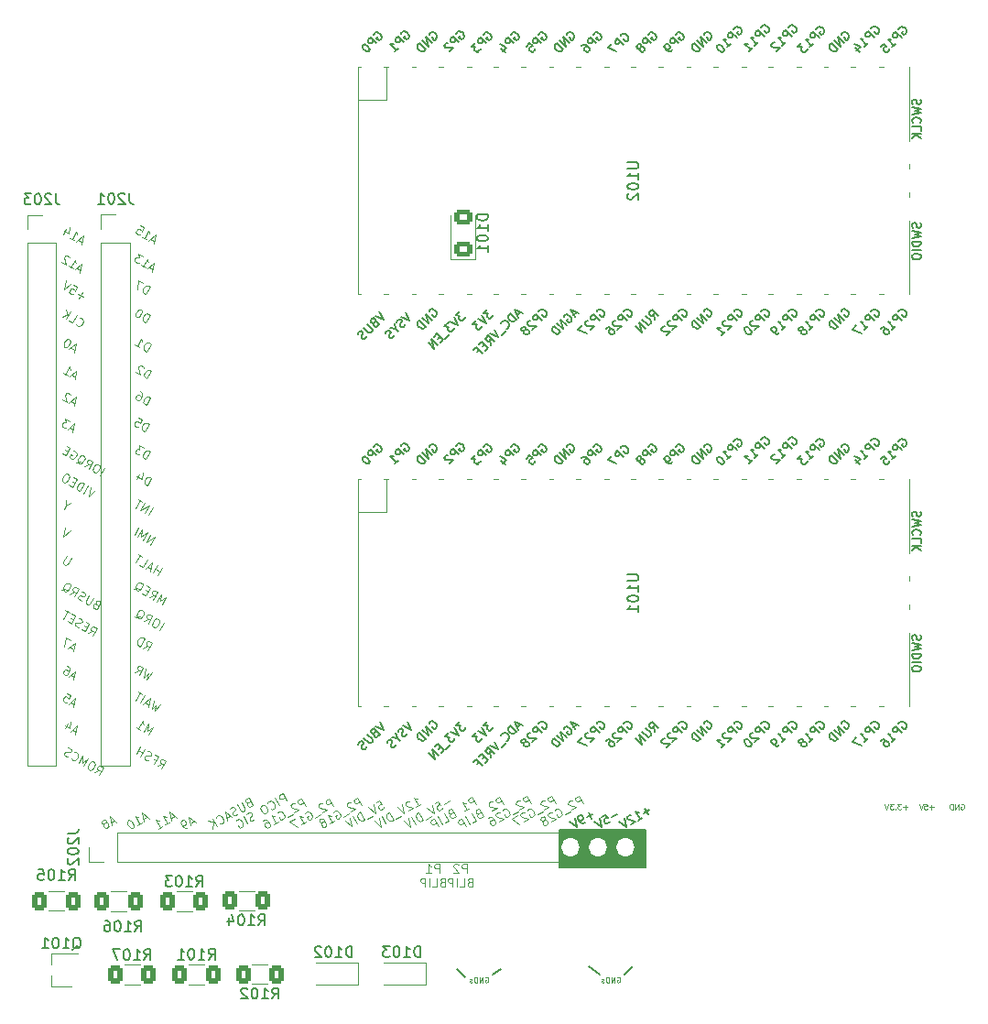
<source format=gbo>
%TF.GenerationSoftware,KiCad,Pcbnew,6.0.11-2627ca5db0~126~ubuntu22.04.1*%
%TF.CreationDate,2023-11-30T20:29:01+00:00*%
%TF.ProjectId,zx-spectrum-diagnostics,7a782d73-7065-4637-9472-756d2d646961,1.1*%
%TF.SameCoordinates,Original*%
%TF.FileFunction,Legend,Bot*%
%TF.FilePolarity,Positive*%
%FSLAX46Y46*%
G04 Gerber Fmt 4.6, Leading zero omitted, Abs format (unit mm)*
G04 Created by KiCad (PCBNEW 6.0.11-2627ca5db0~126~ubuntu22.04.1) date 2023-11-30 20:29:01*
%MOMM*%
%LPD*%
G01*
G04 APERTURE LIST*
G04 Aperture macros list*
%AMRoundRect*
0 Rectangle with rounded corners*
0 $1 Rounding radius*
0 $2 $3 $4 $5 $6 $7 $8 $9 X,Y pos of 4 corners*
0 Add a 4 corners polygon primitive as box body*
4,1,4,$2,$3,$4,$5,$6,$7,$8,$9,$2,$3,0*
0 Add four circle primitives for the rounded corners*
1,1,$1+$1,$2,$3*
1,1,$1+$1,$4,$5*
1,1,$1+$1,$6,$7*
1,1,$1+$1,$8,$9*
0 Add four rect primitives between the rounded corners*
20,1,$1+$1,$2,$3,$4,$5,0*
20,1,$1+$1,$4,$5,$6,$7,0*
20,1,$1+$1,$6,$7,$8,$9,0*
20,1,$1+$1,$8,$9,$2,$3,0*%
G04 Aperture macros list end*
%ADD10C,0.125000*%
%ADD11C,0.200000*%
%ADD12C,0.150000*%
%ADD13C,0.120000*%
%ADD14C,2.000000*%
%ADD15R,1.700000X1.700000*%
%ADD16O,1.700000X1.700000*%
%ADD17O,2.800000X1.727200*%
%ADD18RoundRect,0.250000X-0.400000X-0.625000X0.400000X-0.625000X0.400000X0.625000X-0.400000X0.625000X0*%
%ADD19RoundRect,0.250000X0.400000X0.625000X-0.400000X0.625000X-0.400000X-0.625000X0.400000X-0.625000X0*%
%ADD20R,2.000000X0.650000*%
%ADD21R,0.900000X1.200000*%
%ADD22RoundRect,0.250001X0.624999X-0.462499X0.624999X0.462499X-0.624999X0.462499X-0.624999X-0.462499X0*%
%ADD23O,1.800000X1.800000*%
%ADD24O,1.500000X1.500000*%
%ADD25R,1.700000X3.500000*%
%ADD26R,3.500000X1.700000*%
G04 APERTURE END LIST*
D10*
X126574476Y-140941904D02*
X126574476Y-140141904D01*
X126269714Y-140141904D01*
X126193523Y-140180000D01*
X126155428Y-140218095D01*
X126117333Y-140294285D01*
X126117333Y-140408571D01*
X126155428Y-140484761D01*
X126193523Y-140522857D01*
X126269714Y-140560952D01*
X126574476Y-140560952D01*
X125812571Y-140218095D02*
X125774476Y-140180000D01*
X125698285Y-140141904D01*
X125507809Y-140141904D01*
X125431619Y-140180000D01*
X125393523Y-140218095D01*
X125355428Y-140294285D01*
X125355428Y-140370476D01*
X125393523Y-140484761D01*
X125850666Y-140941904D01*
X125355428Y-140941904D01*
X126841142Y-141810857D02*
X126726857Y-141848952D01*
X126688761Y-141887047D01*
X126650666Y-141963238D01*
X126650666Y-142077523D01*
X126688761Y-142153714D01*
X126726857Y-142191809D01*
X126803047Y-142229904D01*
X127107809Y-142229904D01*
X127107809Y-141429904D01*
X126841142Y-141429904D01*
X126764952Y-141468000D01*
X126726857Y-141506095D01*
X126688761Y-141582285D01*
X126688761Y-141658476D01*
X126726857Y-141734666D01*
X126764952Y-141772761D01*
X126841142Y-141810857D01*
X127107809Y-141810857D01*
X125926857Y-142229904D02*
X126307809Y-142229904D01*
X126307809Y-141429904D01*
X125660190Y-142229904D02*
X125660190Y-141429904D01*
X125279238Y-142229904D02*
X125279238Y-141429904D01*
X124974476Y-141429904D01*
X124898285Y-141468000D01*
X124860190Y-141506095D01*
X124822095Y-141582285D01*
X124822095Y-141696571D01*
X124860190Y-141772761D01*
X124898285Y-141810857D01*
X124974476Y-141848952D01*
X125279238Y-141848952D01*
X124034476Y-140941904D02*
X124034476Y-140141904D01*
X123729714Y-140141904D01*
X123653523Y-140180000D01*
X123615428Y-140218095D01*
X123577333Y-140294285D01*
X123577333Y-140408571D01*
X123615428Y-140484761D01*
X123653523Y-140522857D01*
X123729714Y-140560952D01*
X124034476Y-140560952D01*
X122815428Y-140941904D02*
X123272571Y-140941904D01*
X123044000Y-140941904D02*
X123044000Y-140141904D01*
X123120190Y-140256190D01*
X123196380Y-140332380D01*
X123272571Y-140370476D01*
X124301142Y-141810857D02*
X124186857Y-141848952D01*
X124148761Y-141887047D01*
X124110666Y-141963238D01*
X124110666Y-142077523D01*
X124148761Y-142153714D01*
X124186857Y-142191809D01*
X124263047Y-142229904D01*
X124567809Y-142229904D01*
X124567809Y-141429904D01*
X124301142Y-141429904D01*
X124224952Y-141468000D01*
X124186857Y-141506095D01*
X124148761Y-141582285D01*
X124148761Y-141658476D01*
X124186857Y-141734666D01*
X124224952Y-141772761D01*
X124301142Y-141810857D01*
X124567809Y-141810857D01*
X123386857Y-142229904D02*
X123767809Y-142229904D01*
X123767809Y-141429904D01*
X123120190Y-142229904D02*
X123120190Y-141429904D01*
X122739238Y-142229904D02*
X122739238Y-141429904D01*
X122434476Y-141429904D01*
X122358285Y-141468000D01*
X122320190Y-141506095D01*
X122282095Y-141582285D01*
X122282095Y-141696571D01*
X122320190Y-141772761D01*
X122358285Y-141810857D01*
X122434476Y-141848952D01*
X122739238Y-141848952D01*
D11*
X143463478Y-135131725D02*
X142935615Y-135436487D01*
X143351928Y-135548037D02*
X143047166Y-135020174D01*
X142395176Y-136100418D02*
X142791073Y-135871847D01*
X142593124Y-135986133D02*
X142193124Y-135293312D01*
X142316250Y-135354191D01*
X142420328Y-135382079D01*
X142505359Y-135376975D01*
X141769340Y-135625962D02*
X141717300Y-135612018D01*
X141632270Y-135617122D01*
X141467313Y-135712360D01*
X141420377Y-135783446D01*
X141406434Y-135835486D01*
X141411537Y-135920516D01*
X141449633Y-135986499D01*
X141539767Y-136066426D01*
X142164236Y-136233752D01*
X141735347Y-136481371D01*
X141137398Y-135902836D02*
X141306458Y-136728990D01*
X140675518Y-136169503D01*
X140517649Y-135512677D02*
X139989786Y-135817439D01*
X139082338Y-135769503D02*
X139412253Y-135579026D01*
X139635720Y-135889893D01*
X139583681Y-135875949D01*
X139498651Y-135881053D01*
X139333694Y-135976291D01*
X139286758Y-136047378D01*
X139272815Y-136099417D01*
X139277918Y-136184448D01*
X139373156Y-136349405D01*
X139444243Y-136396340D01*
X139496282Y-136410284D01*
X139581313Y-136405180D01*
X139746270Y-136309942D01*
X139793205Y-136238855D01*
X139807149Y-136186816D01*
X138851398Y-135902836D02*
X139020458Y-136728990D01*
X138389518Y-136169503D01*
X138231649Y-135512677D02*
X137703786Y-135817439D01*
X138120099Y-135928990D02*
X137815337Y-135401127D01*
X137493261Y-136290894D02*
X137361296Y-136367085D01*
X137276265Y-136372189D01*
X137224226Y-136358245D01*
X137101100Y-136297366D01*
X136991918Y-136184448D01*
X136839537Y-135920516D01*
X136834434Y-135835486D01*
X136848377Y-135783446D01*
X136895313Y-135712360D01*
X137027279Y-135636169D01*
X137112309Y-135631066D01*
X137164348Y-135645009D01*
X137235435Y-135691945D01*
X137330673Y-135856902D01*
X137335777Y-135941932D01*
X137321833Y-135993971D01*
X137274898Y-136065058D01*
X137142932Y-136141249D01*
X137057901Y-136146352D01*
X137005862Y-136132409D01*
X136934776Y-136085473D01*
X136565398Y-135902836D02*
X136734458Y-136728990D01*
X136103518Y-136169503D01*
D10*
X137329350Y-134518412D02*
X136929350Y-133825592D01*
X136665418Y-133977973D01*
X136618483Y-134049060D01*
X136604539Y-134101099D01*
X136609643Y-134186129D01*
X136666786Y-134285103D01*
X136737872Y-134332039D01*
X136789911Y-134345983D01*
X136874942Y-134340879D01*
X137138873Y-134188498D01*
X136307616Y-134272527D02*
X136255577Y-134258583D01*
X136170546Y-134263687D01*
X136005589Y-134358925D01*
X135958654Y-134430012D01*
X135944710Y-134482051D01*
X135949814Y-134567082D01*
X135987909Y-134633064D01*
X136078043Y-134712991D01*
X136702512Y-134880317D01*
X136273623Y-135127936D01*
X136179753Y-135270109D02*
X135651890Y-135574871D01*
X134704979Y-135153821D02*
X134751914Y-135082735D01*
X134850889Y-135025592D01*
X134968911Y-135001441D01*
X135072989Y-135029328D01*
X135144075Y-135076263D01*
X135253257Y-135189182D01*
X135310400Y-135288156D01*
X135353599Y-135439169D01*
X135358703Y-135524200D01*
X135330815Y-135628278D01*
X135250889Y-135718412D01*
X135184906Y-135756508D01*
X135066884Y-135780659D01*
X135014845Y-135766715D01*
X134881511Y-135535775D01*
X135013477Y-135459585D01*
X134427104Y-135358241D02*
X134375065Y-135344298D01*
X134290034Y-135349401D01*
X134125077Y-135444640D01*
X134078142Y-135515726D01*
X134064198Y-135567765D01*
X134069302Y-135652796D01*
X134107397Y-135718779D01*
X134197531Y-135798705D01*
X134822000Y-135966031D01*
X134393111Y-136213650D01*
X133768642Y-136046324D02*
X133815578Y-135975238D01*
X133829521Y-135923199D01*
X133824418Y-135838168D01*
X133805370Y-135805177D01*
X133734283Y-135758241D01*
X133682244Y-135744298D01*
X133597214Y-135749401D01*
X133465248Y-135825592D01*
X133418313Y-135896679D01*
X133404369Y-135948718D01*
X133409473Y-136033748D01*
X133428520Y-136066740D01*
X133499607Y-136113675D01*
X133551646Y-136127619D01*
X133636677Y-136122515D01*
X133768642Y-136046324D01*
X133853673Y-136041221D01*
X133905712Y-136055164D01*
X133976799Y-136102100D01*
X134052989Y-136234066D01*
X134058093Y-136319096D01*
X134044149Y-136371135D01*
X133997214Y-136442222D01*
X133865248Y-136518412D01*
X133780217Y-136523516D01*
X133728178Y-136509572D01*
X133657092Y-136462637D01*
X133580901Y-136330671D01*
X133575797Y-136245641D01*
X133589741Y-136193602D01*
X133636677Y-136122515D01*
X134789350Y-134518412D02*
X134389350Y-133825592D01*
X134125418Y-133977973D01*
X134078483Y-134049060D01*
X134064539Y-134101099D01*
X134069643Y-134186129D01*
X134126786Y-134285103D01*
X134197872Y-134332039D01*
X134249911Y-134345983D01*
X134334942Y-134340879D01*
X134598873Y-134188498D01*
X133767616Y-134272527D02*
X133715577Y-134258583D01*
X133630546Y-134263687D01*
X133465589Y-134358925D01*
X133418654Y-134430012D01*
X133404710Y-134482051D01*
X133409814Y-134567082D01*
X133447909Y-134633064D01*
X133538043Y-134712991D01*
X134162512Y-134880317D01*
X133733623Y-135127936D01*
X133639753Y-135270109D02*
X133111890Y-135574871D01*
X132164979Y-135153821D02*
X132211914Y-135082735D01*
X132310889Y-135025592D01*
X132428911Y-135001441D01*
X132532989Y-135029328D01*
X132604075Y-135076263D01*
X132713257Y-135189182D01*
X132770400Y-135288156D01*
X132813599Y-135439169D01*
X132818703Y-135524200D01*
X132790815Y-135628278D01*
X132710889Y-135718412D01*
X132644906Y-135756508D01*
X132526884Y-135780659D01*
X132474845Y-135766715D01*
X132341511Y-135535775D01*
X132473477Y-135459585D01*
X131887104Y-135358241D02*
X131835065Y-135344298D01*
X131750034Y-135349401D01*
X131585077Y-135444640D01*
X131538142Y-135515726D01*
X131524198Y-135567765D01*
X131529302Y-135652796D01*
X131567397Y-135718779D01*
X131657531Y-135798705D01*
X132282000Y-135966031D01*
X131853111Y-136213650D01*
X131222171Y-135654163D02*
X130760291Y-135920830D01*
X131457214Y-136442222D01*
X132503350Y-134518412D02*
X132103350Y-133825592D01*
X131839418Y-133977973D01*
X131792483Y-134049060D01*
X131778539Y-134101099D01*
X131783643Y-134186129D01*
X131840786Y-134285103D01*
X131911872Y-134332039D01*
X131963911Y-134345983D01*
X132048942Y-134340879D01*
X132312873Y-134188498D01*
X131481616Y-134272527D02*
X131429577Y-134258583D01*
X131344546Y-134263687D01*
X131179589Y-134358925D01*
X131132654Y-134430012D01*
X131118710Y-134482051D01*
X131123814Y-134567082D01*
X131161909Y-134633064D01*
X131252043Y-134712991D01*
X131876512Y-134880317D01*
X131447623Y-135127936D01*
X131353753Y-135270109D02*
X130825890Y-135574871D01*
X129878979Y-135153821D02*
X129925914Y-135082735D01*
X130024889Y-135025592D01*
X130142911Y-135001441D01*
X130246989Y-135029328D01*
X130318075Y-135076263D01*
X130427257Y-135189182D01*
X130484400Y-135288156D01*
X130527599Y-135439169D01*
X130532703Y-135524200D01*
X130504815Y-135628278D01*
X130424889Y-135718412D01*
X130358906Y-135756508D01*
X130240884Y-135780659D01*
X130188845Y-135766715D01*
X130055511Y-135535775D01*
X130187477Y-135459585D01*
X129601104Y-135358241D02*
X129549065Y-135344298D01*
X129464034Y-135349401D01*
X129299077Y-135444640D01*
X129252142Y-135515726D01*
X129238198Y-135567765D01*
X129243302Y-135652796D01*
X129281397Y-135718779D01*
X129371531Y-135798705D01*
X129996000Y-135966031D01*
X129567111Y-136213650D01*
X128573265Y-135863687D02*
X128705231Y-135787497D01*
X128790261Y-135782393D01*
X128842300Y-135796337D01*
X128965426Y-135857216D01*
X129074608Y-135970134D01*
X129226989Y-136234066D01*
X129232093Y-136319096D01*
X129218149Y-136371135D01*
X129171214Y-136442222D01*
X129039248Y-136518412D01*
X128954217Y-136523516D01*
X128902178Y-136509572D01*
X128831092Y-136462637D01*
X128735854Y-136297680D01*
X128730750Y-136212649D01*
X128744694Y-136160610D01*
X128791629Y-136089523D01*
X128923595Y-136013333D01*
X129008625Y-136008229D01*
X129060664Y-136022173D01*
X129131751Y-136069108D01*
X129973281Y-134620031D02*
X129573281Y-133927211D01*
X129309350Y-134079592D01*
X129262414Y-134150679D01*
X129248471Y-134202718D01*
X129253574Y-134287748D01*
X129310717Y-134386723D01*
X129381804Y-134433658D01*
X129433843Y-134447602D01*
X129518873Y-134442498D01*
X129782805Y-134290117D01*
X128951548Y-134374146D02*
X128899508Y-134360202D01*
X128814478Y-134365306D01*
X128649521Y-134460544D01*
X128602585Y-134531631D01*
X128588642Y-134583670D01*
X128593745Y-134668701D01*
X128631841Y-134734683D01*
X128721975Y-134814610D01*
X129346444Y-134981936D01*
X128917555Y-135229555D01*
X127652305Y-135476173D02*
X127572378Y-135566307D01*
X127558434Y-135618346D01*
X127563538Y-135703377D01*
X127620681Y-135802351D01*
X127691768Y-135849287D01*
X127743807Y-135863230D01*
X127828837Y-135858127D01*
X128092769Y-135705746D01*
X127692769Y-135012925D01*
X127461829Y-135146259D01*
X127414893Y-135217345D01*
X127400950Y-135269384D01*
X127406053Y-135354415D01*
X127444149Y-135420398D01*
X127515235Y-135467333D01*
X127567274Y-135481277D01*
X127652305Y-135476173D01*
X127883245Y-135342840D01*
X127070034Y-136296222D02*
X127399949Y-136105746D01*
X126999949Y-135412925D01*
X126839094Y-136429555D02*
X126439094Y-135736735D01*
X126509180Y-136620031D02*
X126109180Y-135927211D01*
X125845248Y-136079592D01*
X125798313Y-136150679D01*
X125784369Y-136202718D01*
X125789473Y-136287748D01*
X125846616Y-136386723D01*
X125917702Y-136433658D01*
X125969741Y-136447602D01*
X126054772Y-136442498D01*
X126318703Y-136290117D01*
X127433281Y-134620031D02*
X127033281Y-133927211D01*
X126769350Y-134079592D01*
X126722414Y-134150679D01*
X126708471Y-134202718D01*
X126713574Y-134287748D01*
X126770717Y-134386723D01*
X126841804Y-134433658D01*
X126893843Y-134447602D01*
X126978873Y-134442498D01*
X127242805Y-134290117D01*
X126377555Y-135229555D02*
X126773452Y-135000984D01*
X126575504Y-135115269D02*
X126175504Y-134422449D01*
X126298629Y-134483328D01*
X126402707Y-134511216D01*
X126487738Y-134506112D01*
X125112305Y-135476173D02*
X125032378Y-135566307D01*
X125018434Y-135618346D01*
X125023538Y-135703377D01*
X125080681Y-135802351D01*
X125151768Y-135849287D01*
X125203807Y-135863230D01*
X125288837Y-135858127D01*
X125552769Y-135705746D01*
X125152769Y-135012925D01*
X124921829Y-135146259D01*
X124874893Y-135217345D01*
X124860950Y-135269384D01*
X124866053Y-135354415D01*
X124904149Y-135420398D01*
X124975235Y-135467333D01*
X125027274Y-135481277D01*
X125112305Y-135476173D01*
X125343245Y-135342840D01*
X124530034Y-136296222D02*
X124859949Y-136105746D01*
X124459949Y-135412925D01*
X124299094Y-136429555D02*
X123899094Y-135736735D01*
X123969180Y-136620031D02*
X123569180Y-135927211D01*
X123305248Y-136079592D01*
X123258313Y-136150679D01*
X123244369Y-136202718D01*
X123249473Y-136287748D01*
X123306616Y-136386723D01*
X123377702Y-136433658D01*
X123429741Y-136447602D01*
X123514772Y-136442498D01*
X123778703Y-136290117D01*
D12*
X143088000Y-136981000D02*
X135128000Y-136981000D01*
X135128000Y-136981000D02*
X135128000Y-140462000D01*
X135128000Y-140462000D02*
X143088000Y-140462000D01*
X143088000Y-140462000D02*
X143088000Y-136981000D01*
G36*
X143088000Y-136981000D02*
G01*
X135128000Y-136981000D01*
X135128000Y-140462000D01*
X143088000Y-140462000D01*
X143088000Y-136981000D01*
G37*
X141158000Y-150338000D02*
X141920000Y-149576000D01*
X128966000Y-150338000D02*
X129728000Y-149830000D01*
X126426000Y-150592000D02*
X125664000Y-149830000D01*
X138872000Y-150338000D02*
X137856000Y-149576000D01*
D10*
X101338740Y-136147226D02*
X101008825Y-136337702D01*
X101519008Y-136307079D02*
X100888068Y-135747592D01*
X101057128Y-136573746D01*
X100793197Y-136726127D02*
X100661231Y-136802317D01*
X100576200Y-136807421D01*
X100524161Y-136793477D01*
X100401036Y-136732598D01*
X100291854Y-136619680D01*
X100139473Y-136355748D01*
X100134369Y-136270718D01*
X100148313Y-136218679D01*
X100195248Y-136147592D01*
X100327214Y-136071401D01*
X100412244Y-136066298D01*
X100464283Y-136080241D01*
X100535370Y-136127177D01*
X100630608Y-136292134D01*
X100635712Y-136377164D01*
X100621768Y-136429204D01*
X100574833Y-136500290D01*
X100442867Y-136576481D01*
X100357837Y-136581585D01*
X100305797Y-136567641D01*
X100234711Y-136520705D01*
X91560744Y-118799758D02*
X91982161Y-118603176D01*
X91956642Y-119028329D02*
X92356642Y-118335509D01*
X92092710Y-118183128D01*
X92007680Y-118178024D01*
X91955641Y-118191968D01*
X91884554Y-118238903D01*
X91827411Y-118337877D01*
X91822307Y-118422908D01*
X91836251Y-118474947D01*
X91883186Y-118546034D01*
X92147118Y-118698414D01*
X91473345Y-118265423D02*
X91242405Y-118132090D01*
X90933907Y-118437853D02*
X91263821Y-118628329D01*
X91663821Y-117935509D01*
X91333907Y-117745032D01*
X90689023Y-118252480D02*
X90571001Y-118228329D01*
X90406044Y-118133091D01*
X90359109Y-118062004D01*
X90345165Y-118009965D01*
X90350268Y-117924935D01*
X90388364Y-117858952D01*
X90459450Y-117812016D01*
X90511489Y-117798073D01*
X90596520Y-117803176D01*
X90747533Y-117846375D01*
X90832564Y-117851479D01*
X90884603Y-117837535D01*
X90955690Y-117790600D01*
X90993785Y-117724617D01*
X90998889Y-117639587D01*
X90984945Y-117587548D01*
X90938010Y-117516461D01*
X90773052Y-117421223D01*
X90655030Y-117397071D01*
X90186679Y-117522566D02*
X89955739Y-117389233D01*
X89647241Y-117694996D02*
X89977155Y-117885472D01*
X90377155Y-117192651D01*
X90047241Y-117002175D01*
X89849292Y-116887890D02*
X89453395Y-116659318D01*
X89251343Y-117466424D02*
X89651343Y-116773604D01*
X90293406Y-97553714D02*
X89963492Y-97363237D01*
X90245104Y-97789758D02*
X90414164Y-96963604D01*
X89783223Y-97523091D01*
X89947180Y-96781968D02*
X89933236Y-96729929D01*
X89886300Y-96658842D01*
X89721343Y-96563604D01*
X89636313Y-96558500D01*
X89584274Y-96572444D01*
X89513187Y-96619379D01*
X89475092Y-96685362D01*
X89450940Y-96803384D01*
X89618266Y-97427853D01*
X89189377Y-97180234D01*
X125027875Y-134268957D02*
X124500011Y-134573719D01*
X123592564Y-134525782D02*
X123922478Y-134335306D01*
X124145946Y-134646173D01*
X124093907Y-134632229D01*
X124008876Y-134637333D01*
X123843919Y-134732571D01*
X123796984Y-134803658D01*
X123783040Y-134855697D01*
X123788143Y-134940727D01*
X123883382Y-135105685D01*
X123954468Y-135152620D01*
X124006507Y-135166564D01*
X124091538Y-135161460D01*
X124256495Y-135066222D01*
X124303430Y-134995135D01*
X124317374Y-134943096D01*
X123361623Y-134659116D02*
X123530683Y-135485269D01*
X122899743Y-134925782D01*
X123271856Y-135722681D02*
X122743992Y-136027443D01*
X122540940Y-136056698D02*
X122140940Y-135363878D01*
X121975983Y-135459116D01*
X121896056Y-135549250D01*
X121868168Y-135653328D01*
X121873272Y-135738359D01*
X121916471Y-135889372D01*
X121973614Y-135988346D01*
X122082796Y-136101265D01*
X122153883Y-136148200D01*
X122257961Y-136176087D01*
X122375983Y-136151936D01*
X122540940Y-136056698D01*
X121848120Y-136456698D02*
X121448120Y-135763878D01*
X121217180Y-135897211D02*
X121386239Y-136723365D01*
X120755299Y-136163878D01*
X116859350Y-134690412D02*
X116459350Y-133997592D01*
X116195418Y-134149973D01*
X116148483Y-134221060D01*
X116134539Y-134273099D01*
X116139643Y-134358129D01*
X116196786Y-134457103D01*
X116267872Y-134504039D01*
X116319911Y-134517983D01*
X116404942Y-134512879D01*
X116668873Y-134360498D01*
X115837616Y-134444527D02*
X115785577Y-134430583D01*
X115700546Y-134435687D01*
X115535589Y-134530925D01*
X115488654Y-134602012D01*
X115474710Y-134654051D01*
X115479814Y-134739082D01*
X115517909Y-134805064D01*
X115608043Y-134884991D01*
X116232512Y-135052317D01*
X115803623Y-135299936D01*
X115709753Y-135442109D02*
X115181890Y-135746871D01*
X114234979Y-135325821D02*
X114281914Y-135254735D01*
X114380889Y-135197592D01*
X114498911Y-135173441D01*
X114602989Y-135201328D01*
X114674075Y-135248263D01*
X114783257Y-135361182D01*
X114840400Y-135460156D01*
X114883599Y-135611169D01*
X114888703Y-135696200D01*
X114860815Y-135800278D01*
X114780889Y-135890412D01*
X114714906Y-135928508D01*
X114596884Y-135952659D01*
X114544845Y-135938715D01*
X114411511Y-135707775D01*
X114543477Y-135631585D01*
X113923111Y-136385650D02*
X114319008Y-136157079D01*
X114121060Y-136271365D02*
X113721060Y-135578544D01*
X113844186Y-135639423D01*
X113948264Y-135667311D01*
X114033294Y-135662207D01*
X113298642Y-136218324D02*
X113345578Y-136147238D01*
X113359521Y-136095199D01*
X113354418Y-136010168D01*
X113335370Y-135977177D01*
X113264283Y-135930241D01*
X113212244Y-135916298D01*
X113127214Y-135921401D01*
X112995248Y-135997592D01*
X112948313Y-136068679D01*
X112934369Y-136120718D01*
X112939473Y-136205748D01*
X112958520Y-136238740D01*
X113029607Y-136285675D01*
X113081646Y-136299619D01*
X113166677Y-136294515D01*
X113298642Y-136218324D01*
X113383673Y-136213221D01*
X113435712Y-136227164D01*
X113506799Y-136274100D01*
X113582989Y-136406066D01*
X113588093Y-136491096D01*
X113574149Y-136543135D01*
X113527214Y-136614222D01*
X113395248Y-136690412D01*
X113310217Y-136695516D01*
X113258178Y-136681572D01*
X113187092Y-136634637D01*
X113110901Y-136502671D01*
X113105797Y-136417641D01*
X113119741Y-136365602D01*
X113166677Y-136294515D01*
X90431148Y-90198060D02*
X90445091Y-90250099D01*
X90525018Y-90340234D01*
X90591001Y-90378329D01*
X90709023Y-90402480D01*
X90813101Y-90374593D01*
X90884188Y-90327657D01*
X90993370Y-90214739D01*
X91050513Y-90115765D01*
X91093712Y-89964752D01*
X91098815Y-89879721D01*
X91070928Y-89775643D01*
X90991001Y-89685509D01*
X90925018Y-89647413D01*
X90806996Y-89623262D01*
X90754957Y-89637206D01*
X89766215Y-89902138D02*
X90096129Y-90092615D01*
X90496129Y-89399794D01*
X89535275Y-89768805D02*
X89935275Y-89075985D01*
X89139377Y-89540234D02*
X89664872Y-89315765D01*
X89539377Y-88847413D02*
X89706703Y-89471882D01*
X97124044Y-107883091D02*
X97524044Y-107190271D01*
X96794129Y-107692615D02*
X97194129Y-106999794D01*
X96398232Y-107464043D01*
X96798232Y-106771223D01*
X96567292Y-106637890D02*
X96171395Y-106409318D01*
X95969343Y-107216424D02*
X96369343Y-106523604D01*
X109938153Y-134302317D02*
X109538153Y-133609497D01*
X109274221Y-133761878D01*
X109227286Y-133832964D01*
X109213342Y-133885003D01*
X109218446Y-133970034D01*
X109275589Y-134069008D01*
X109346676Y-134115944D01*
X109398715Y-134129887D01*
X109483745Y-134124784D01*
X109747677Y-133972403D01*
X109245332Y-134702317D02*
X108845332Y-134009497D01*
X108481425Y-135055382D02*
X108533465Y-135069326D01*
X108651487Y-135045174D01*
X108717469Y-135007079D01*
X108797396Y-134916945D01*
X108825284Y-134812867D01*
X108820180Y-134727836D01*
X108776981Y-134576823D01*
X108719838Y-134477848D01*
X108610656Y-134364930D01*
X108539569Y-134317995D01*
X108435491Y-134290107D01*
X108317469Y-134314259D01*
X108251487Y-134352354D01*
X108171560Y-134442488D01*
X108157616Y-134494527D01*
X107690632Y-134676163D02*
X107558666Y-134752354D01*
X107511731Y-134823441D01*
X107483843Y-134927519D01*
X107527042Y-135078532D01*
X107660376Y-135309472D01*
X107769558Y-135422390D01*
X107873636Y-135450278D01*
X107958666Y-135445174D01*
X108090632Y-135368984D01*
X108137567Y-135297897D01*
X108165455Y-135193819D01*
X108122256Y-135042805D01*
X107988923Y-134811865D01*
X107879741Y-134698947D01*
X107775662Y-134671060D01*
X107690632Y-134676163D01*
X106982867Y-135964564D02*
X106902940Y-136054698D01*
X106737983Y-136149936D01*
X106652952Y-136155040D01*
X106600913Y-136141096D01*
X106529827Y-136094161D01*
X106491731Y-136028178D01*
X106486627Y-135943147D01*
X106500571Y-135891108D01*
X106547507Y-135820022D01*
X106660425Y-135710840D01*
X106707360Y-135639753D01*
X106721304Y-135587714D01*
X106716200Y-135502683D01*
X106678105Y-135436701D01*
X106607018Y-135389765D01*
X106554979Y-135375821D01*
X106469949Y-135380925D01*
X106304991Y-135476163D01*
X106225065Y-135566298D01*
X106309094Y-136397555D02*
X105909094Y-135704735D01*
X105235321Y-136137726D02*
X105282257Y-136066640D01*
X105381231Y-136009497D01*
X105499253Y-135985345D01*
X105603331Y-136013233D01*
X105674418Y-136060168D01*
X105783600Y-136173086D01*
X105840742Y-136272061D01*
X105883941Y-136423074D01*
X105889045Y-136508105D01*
X105861158Y-136612183D01*
X105781231Y-136702317D01*
X105715248Y-136740412D01*
X105597226Y-136764564D01*
X105545187Y-136750620D01*
X105411854Y-136519680D01*
X105543819Y-136443489D01*
X92328131Y-116111614D02*
X92210109Y-116087462D01*
X92158070Y-116101406D01*
X92086984Y-116148341D01*
X92029841Y-116247316D01*
X92024737Y-116332346D01*
X92038681Y-116384385D01*
X92085616Y-116455472D01*
X92349548Y-116607853D01*
X92749548Y-115915032D01*
X92518607Y-115781699D01*
X92433577Y-115776595D01*
X92381538Y-115790539D01*
X92310451Y-115837474D01*
X92272356Y-115903457D01*
X92267252Y-115988488D01*
X92281196Y-116040527D01*
X92328131Y-116111614D01*
X92559071Y-116244947D01*
X92056727Y-115515032D02*
X91732918Y-116075887D01*
X91661831Y-116122822D01*
X91609792Y-116136766D01*
X91524761Y-116131662D01*
X91392796Y-116055472D01*
X91345860Y-115984385D01*
X91331917Y-115932346D01*
X91337020Y-115847316D01*
X91660830Y-115286461D01*
X90982954Y-115774861D02*
X90864933Y-115750710D01*
X90699975Y-115655472D01*
X90653040Y-115584385D01*
X90639096Y-115532346D01*
X90644200Y-115447316D01*
X90682295Y-115381333D01*
X90753382Y-115334397D01*
X90805421Y-115320454D01*
X90890452Y-115325557D01*
X91041465Y-115368756D01*
X91126495Y-115373860D01*
X91178534Y-115359916D01*
X91249621Y-115312981D01*
X91287716Y-115246998D01*
X91292820Y-115161968D01*
X91278876Y-115109929D01*
X91231941Y-115038842D01*
X91066984Y-114943604D01*
X90948962Y-114919452D01*
X89875189Y-115179281D02*
X90296606Y-114982700D01*
X90271087Y-115407853D02*
X90671087Y-114715032D01*
X90407155Y-114562651D01*
X90322124Y-114557548D01*
X90270085Y-114571491D01*
X90198999Y-114618427D01*
X90141856Y-114717401D01*
X90136752Y-114802432D01*
X90150696Y-114854471D01*
X90197631Y-114925557D01*
X90461563Y-115077938D01*
X89078291Y-114807169D02*
X89163321Y-114812273D01*
X89267399Y-114784385D01*
X89423517Y-114742554D01*
X89508547Y-114747657D01*
X89574530Y-114785753D01*
X89446300Y-114931662D02*
X89531331Y-114936766D01*
X89635409Y-114908878D01*
X89744591Y-114795960D01*
X89877924Y-114565020D01*
X89921123Y-114414007D01*
X89893236Y-114309929D01*
X89846300Y-114238842D01*
X89714335Y-114162651D01*
X89629304Y-114157548D01*
X89525226Y-114185435D01*
X89416044Y-114298353D01*
X89282711Y-114529294D01*
X89239512Y-114680307D01*
X89267399Y-114784385D01*
X89314335Y-114855472D01*
X89446300Y-114931662D01*
X96883104Y-90069758D02*
X97283104Y-89376937D01*
X97118146Y-89281699D01*
X97000124Y-89257548D01*
X96896046Y-89285435D01*
X96824960Y-89332371D01*
X96715778Y-89445289D01*
X96658635Y-89544263D01*
X96615436Y-89695276D01*
X96610332Y-89780307D01*
X96638220Y-89884385D01*
X96718146Y-89974519D01*
X96883104Y-90069758D01*
X96458318Y-88900747D02*
X96392335Y-88862651D01*
X96307304Y-88857548D01*
X96255265Y-88871491D01*
X96184178Y-88918427D01*
X96074997Y-89031345D01*
X95979758Y-89196302D01*
X95936559Y-89347316D01*
X95931456Y-89432346D01*
X95945399Y-89484385D01*
X95992335Y-89555472D01*
X96058318Y-89593567D01*
X96143348Y-89598671D01*
X96195387Y-89584727D01*
X96266474Y-89537792D01*
X96375656Y-89424874D01*
X96470894Y-89259916D01*
X96514093Y-89108903D01*
X96519197Y-89023872D01*
X96505253Y-88971833D01*
X96458318Y-88900747D01*
X96883104Y-87469758D02*
X97283104Y-86776937D01*
X97118146Y-86681699D01*
X97000124Y-86657548D01*
X96896046Y-86685435D01*
X96824960Y-86732371D01*
X96715778Y-86845289D01*
X96658635Y-86944263D01*
X96615436Y-87095276D01*
X96610332Y-87180307D01*
X96638220Y-87284385D01*
X96718146Y-87374519D01*
X96883104Y-87469758D01*
X96656266Y-86415032D02*
X96194386Y-86148366D01*
X96091309Y-87012615D01*
X97958830Y-113429281D02*
X98358830Y-112736461D01*
X98168354Y-113066375D02*
X97772456Y-112837804D01*
X97562933Y-113200710D02*
X97962933Y-112507890D01*
X97380295Y-112831333D02*
X97050381Y-112640856D01*
X97331992Y-113067377D02*
X97501052Y-112241223D01*
X96870112Y-112800710D01*
X96309258Y-112476900D02*
X96639172Y-112667377D01*
X97039172Y-111974556D01*
X96577292Y-111707890D02*
X96181395Y-111479318D01*
X95979343Y-112286424D02*
X96379343Y-111593604D01*
X90863235Y-85224666D02*
X90533321Y-85034190D01*
X90814933Y-85460710D02*
X90983992Y-84634556D01*
X90353052Y-85194043D01*
X89759206Y-84851186D02*
X90155104Y-85079758D01*
X89957155Y-84965472D02*
X90357155Y-84272651D01*
X90365995Y-84409721D01*
X90393883Y-84513799D01*
X90440818Y-84584886D01*
X89857180Y-84071968D02*
X89843236Y-84019929D01*
X89796300Y-83948842D01*
X89631343Y-83853604D01*
X89546313Y-83848500D01*
X89494274Y-83862444D01*
X89423187Y-83909379D01*
X89385092Y-83975362D01*
X89360940Y-84093384D01*
X89528266Y-84717853D01*
X89099377Y-84470234D01*
X121871401Y-134814698D02*
X122267298Y-134586127D01*
X122069350Y-134700412D02*
X121669350Y-134007592D01*
X121792475Y-134068471D01*
X121896553Y-134096359D01*
X121981584Y-134091255D01*
X121245565Y-134340241D02*
X121193526Y-134326298D01*
X121108495Y-134331401D01*
X120943538Y-134426640D01*
X120896603Y-134497726D01*
X120882659Y-134549765D01*
X120887763Y-134634796D01*
X120925858Y-134700779D01*
X121015992Y-134780705D01*
X121640461Y-134948031D01*
X121211572Y-135195650D01*
X120613623Y-134617116D02*
X120782683Y-135443269D01*
X120151743Y-134883782D01*
X120523856Y-135680681D02*
X119995992Y-135985443D01*
X119792940Y-136014698D02*
X119392940Y-135321878D01*
X119227983Y-135417116D01*
X119148056Y-135507250D01*
X119120168Y-135611328D01*
X119125272Y-135696359D01*
X119168471Y-135847372D01*
X119225614Y-135946346D01*
X119334796Y-136059265D01*
X119405883Y-136106200D01*
X119509961Y-136134087D01*
X119627983Y-136109936D01*
X119792940Y-136014698D01*
X119100120Y-136414698D02*
X118700120Y-135721878D01*
X118469180Y-135855211D02*
X118638239Y-136681365D01*
X118007299Y-136121878D01*
X97337975Y-110605472D02*
X97737975Y-109912651D01*
X96942078Y-110376900D01*
X97342078Y-109684080D01*
X96612164Y-110186424D02*
X97012164Y-109493604D01*
X96495509Y-109855142D01*
X96550283Y-109226937D01*
X96150283Y-109919758D01*
X95820369Y-109729281D02*
X96220369Y-109036461D01*
X90213406Y-120263714D02*
X89883492Y-120073237D01*
X90165104Y-120499758D02*
X90334164Y-119673604D01*
X89703223Y-120233091D01*
X89938266Y-119445032D02*
X89476386Y-119178366D01*
X89373309Y-120042615D01*
X98144813Y-118497377D02*
X98544813Y-117804556D01*
X98082933Y-117537890D02*
X97950967Y-117461699D01*
X97865936Y-117456595D01*
X97761858Y-117484483D01*
X97652676Y-117597401D01*
X97519343Y-117828341D01*
X97476144Y-117979355D01*
X97504031Y-118083433D01*
X97550967Y-118154519D01*
X97682933Y-118230710D01*
X97767963Y-118235814D01*
X97872041Y-118207926D01*
X97981223Y-118095008D01*
X98114556Y-117864068D01*
X98157755Y-117713054D01*
X98129868Y-117608976D01*
X98082933Y-117537890D01*
X96693189Y-117659281D02*
X97114606Y-117462700D01*
X97089087Y-117887853D02*
X97489087Y-117195032D01*
X97225155Y-117042651D01*
X97140124Y-117037548D01*
X97088085Y-117051491D01*
X97016999Y-117098427D01*
X96959856Y-117197401D01*
X96954752Y-117282432D01*
X96968696Y-117334471D01*
X97015631Y-117405557D01*
X97279563Y-117557938D01*
X95896291Y-117287169D02*
X95981321Y-117292273D01*
X96085399Y-117264385D01*
X96241517Y-117222554D01*
X96326547Y-117227657D01*
X96392530Y-117265753D01*
X96264300Y-117411662D02*
X96349331Y-117416766D01*
X96453409Y-117388878D01*
X96562591Y-117275960D01*
X96695924Y-117045020D01*
X96739123Y-116894007D01*
X96711236Y-116789929D01*
X96664300Y-116718842D01*
X96532335Y-116642651D01*
X96447304Y-116637548D01*
X96343226Y-116665435D01*
X96234044Y-116778353D01*
X96100711Y-117009294D01*
X96057512Y-117160307D01*
X96085399Y-117264385D01*
X96132335Y-117335472D01*
X96264300Y-117411662D01*
X172272952Y-134594000D02*
X172320571Y-134570190D01*
X172392000Y-134570190D01*
X172463428Y-134594000D01*
X172511047Y-134641619D01*
X172534857Y-134689238D01*
X172558666Y-134784476D01*
X172558666Y-134855904D01*
X172534857Y-134951142D01*
X172511047Y-134998761D01*
X172463428Y-135046380D01*
X172392000Y-135070190D01*
X172344380Y-135070190D01*
X172272952Y-135046380D01*
X172249142Y-135022571D01*
X172249142Y-134855904D01*
X172344380Y-134855904D01*
X172034857Y-135070190D02*
X172034857Y-134570190D01*
X171749142Y-135070190D01*
X171749142Y-134570190D01*
X171511047Y-135070190D02*
X171511047Y-134570190D01*
X171392000Y-134570190D01*
X171320571Y-134594000D01*
X171272952Y-134641619D01*
X171249142Y-134689238D01*
X171225333Y-134784476D01*
X171225333Y-134855904D01*
X171249142Y-134951142D01*
X171272952Y-134998761D01*
X171320571Y-135046380D01*
X171392000Y-135070190D01*
X171511047Y-135070190D01*
X92149633Y-131677377D02*
X92571049Y-131480795D01*
X92545530Y-131905948D02*
X92945530Y-131213128D01*
X92681599Y-131060747D01*
X92596568Y-131055643D01*
X92544529Y-131069587D01*
X92473443Y-131116522D01*
X92416300Y-131215496D01*
X92411196Y-131300527D01*
X92425140Y-131352566D01*
X92472075Y-131423653D01*
X92736007Y-131576034D01*
X92120744Y-130736937D02*
X91988779Y-130660747D01*
X91903748Y-130655643D01*
X91799670Y-130683531D01*
X91690488Y-130796449D01*
X91557155Y-131027389D01*
X91513956Y-131178402D01*
X91541843Y-131282480D01*
X91588779Y-131353567D01*
X91720744Y-131429758D01*
X91805775Y-131434861D01*
X91909853Y-131406974D01*
X92019035Y-131294055D01*
X92152368Y-131063115D01*
X92195567Y-130912102D01*
X92167680Y-130808024D01*
X92120744Y-130736937D01*
X91126898Y-131086900D02*
X91526898Y-130394080D01*
X91010244Y-130755618D01*
X91065018Y-130127413D01*
X90665018Y-130820234D01*
X89977302Y-130335203D02*
X89991245Y-130387242D01*
X90071172Y-130477377D01*
X90137155Y-130515472D01*
X90255177Y-130539623D01*
X90359255Y-130511736D01*
X90430342Y-130464800D01*
X90539524Y-130351882D01*
X90596667Y-130252908D01*
X90639866Y-130101894D01*
X90644969Y-130016864D01*
X90617082Y-129912786D01*
X90537155Y-129822651D01*
X90471172Y-129784556D01*
X90353150Y-129760405D01*
X90301111Y-129774349D01*
X89694322Y-130215814D02*
X89576300Y-130191662D01*
X89411343Y-130096424D01*
X89364408Y-130025337D01*
X89350464Y-129973298D01*
X89355568Y-129888268D01*
X89393663Y-129822285D01*
X89464750Y-129775350D01*
X89516789Y-129761406D01*
X89601819Y-129766510D01*
X89752833Y-129809709D01*
X89837863Y-129814813D01*
X89889902Y-129800869D01*
X89960989Y-129753933D01*
X89999084Y-129687951D01*
X90004188Y-129602920D01*
X89990244Y-129550881D01*
X89943309Y-129479794D01*
X89778352Y-129384556D01*
X89660330Y-129360405D01*
X96660198Y-120180234D02*
X97081614Y-119983653D01*
X97056095Y-120408805D02*
X97456095Y-119715985D01*
X97192164Y-119563604D01*
X97107133Y-119558500D01*
X97055094Y-119572444D01*
X96984007Y-119619379D01*
X96926864Y-119718353D01*
X96921761Y-119803384D01*
X96935704Y-119855423D01*
X96982640Y-119926510D01*
X97246571Y-120078891D01*
X96363275Y-120008805D02*
X96763275Y-119315985D01*
X96598318Y-119220747D01*
X96480296Y-119196595D01*
X96376217Y-119224483D01*
X96305131Y-119271418D01*
X96195949Y-119384336D01*
X96138806Y-119483311D01*
X96095607Y-119634324D01*
X96090503Y-119719355D01*
X96118391Y-119823433D01*
X96198318Y-119913567D01*
X96363275Y-120008805D01*
X92656471Y-104199281D02*
X93056471Y-103506461D01*
X92594590Y-103239794D02*
X92462625Y-103163604D01*
X92377594Y-103158500D01*
X92273516Y-103186388D01*
X92164334Y-103299306D01*
X92031001Y-103530246D01*
X91987802Y-103681259D01*
X92015689Y-103785337D01*
X92062625Y-103856424D01*
X92194590Y-103932615D01*
X92279621Y-103937718D01*
X92383699Y-103909831D01*
X92492881Y-103796913D01*
X92626214Y-103565973D01*
X92669413Y-103414959D01*
X92641526Y-103310881D01*
X92594590Y-103239794D01*
X91204847Y-103361186D02*
X91626263Y-103164605D01*
X91600744Y-103589758D02*
X92000744Y-102896937D01*
X91736813Y-102744556D01*
X91651782Y-102739452D01*
X91599743Y-102753396D01*
X91528657Y-102800332D01*
X91471514Y-102899306D01*
X91466410Y-102984336D01*
X91480354Y-103036375D01*
X91527289Y-103107462D01*
X91791221Y-103259843D01*
X90407949Y-102989074D02*
X90492979Y-102994178D01*
X90597057Y-102966290D01*
X90753174Y-102924458D01*
X90838205Y-102929562D01*
X90904188Y-102967657D01*
X90775958Y-103113567D02*
X90860989Y-103118671D01*
X90965067Y-103090783D01*
X91074249Y-102977865D01*
X91207582Y-102746925D01*
X91250781Y-102595912D01*
X91222893Y-102491833D01*
X91175958Y-102420747D01*
X91043992Y-102344556D01*
X90958962Y-102339452D01*
X90854884Y-102367340D01*
X90745702Y-102480258D01*
X90612369Y-102711198D01*
X90569170Y-102862212D01*
X90597057Y-102966290D01*
X90643992Y-103037377D01*
X90775958Y-103113567D01*
X90200159Y-101901357D02*
X90285189Y-101906461D01*
X90384164Y-101963604D01*
X90464090Y-102053738D01*
X90491978Y-102157816D01*
X90486874Y-102242847D01*
X90443675Y-102393860D01*
X90386532Y-102492835D01*
X90277350Y-102605753D01*
X90206264Y-102652688D01*
X90102186Y-102680576D01*
X89984164Y-102656424D01*
X89918181Y-102618329D01*
X89838254Y-102528195D01*
X89824310Y-102476156D01*
X89957643Y-102245215D01*
X90089609Y-102321406D01*
X89698816Y-102007804D02*
X89467876Y-101874471D01*
X89159377Y-102180234D02*
X89489292Y-102370710D01*
X89889292Y-101677890D01*
X89559377Y-101487413D01*
X93998740Y-136107226D02*
X93668825Y-136297702D01*
X94179008Y-136267079D02*
X93548068Y-135707592D01*
X93717128Y-136533746D01*
X93158642Y-136328324D02*
X93205578Y-136257238D01*
X93219521Y-136205199D01*
X93214418Y-136120168D01*
X93195370Y-136087177D01*
X93124283Y-136040241D01*
X93072244Y-136026298D01*
X92987214Y-136031401D01*
X92855248Y-136107592D01*
X92808313Y-136178679D01*
X92794369Y-136230718D01*
X92799473Y-136315748D01*
X92818520Y-136348740D01*
X92889607Y-136395675D01*
X92941646Y-136409619D01*
X93026677Y-136404515D01*
X93158642Y-136328324D01*
X93243673Y-136323221D01*
X93295712Y-136337164D01*
X93366799Y-136384100D01*
X93442989Y-136516066D01*
X93448093Y-136601096D01*
X93434149Y-136653135D01*
X93387214Y-136724222D01*
X93255248Y-136800412D01*
X93170217Y-136805516D01*
X93118178Y-136791572D01*
X93047092Y-136744637D01*
X92970901Y-136612671D01*
X92965797Y-136527641D01*
X92979741Y-136475602D01*
X93026677Y-136404515D01*
X114239350Y-134780412D02*
X113839350Y-134087592D01*
X113575418Y-134239973D01*
X113528483Y-134311060D01*
X113514539Y-134363099D01*
X113519643Y-134448129D01*
X113576786Y-134547103D01*
X113647872Y-134594039D01*
X113699911Y-134607983D01*
X113784942Y-134602879D01*
X114048873Y-134450498D01*
X113217616Y-134534527D02*
X113165577Y-134520583D01*
X113080546Y-134525687D01*
X112915589Y-134620925D01*
X112868654Y-134692012D01*
X112854710Y-134744051D01*
X112859814Y-134829082D01*
X112897909Y-134895064D01*
X112988043Y-134974991D01*
X113612512Y-135142317D01*
X113183623Y-135389936D01*
X113089753Y-135532109D02*
X112561890Y-135836871D01*
X111614979Y-135415821D02*
X111661914Y-135344735D01*
X111760889Y-135287592D01*
X111878911Y-135263441D01*
X111982989Y-135291328D01*
X112054075Y-135338263D01*
X112163257Y-135451182D01*
X112220400Y-135550156D01*
X112263599Y-135701169D01*
X112268703Y-135786200D01*
X112240815Y-135890278D01*
X112160889Y-135980412D01*
X112094906Y-136018508D01*
X111976884Y-136042659D01*
X111924845Y-136028715D01*
X111791511Y-135797775D01*
X111923477Y-135721585D01*
X111303111Y-136475650D02*
X111699008Y-136247079D01*
X111501060Y-136361365D02*
X111101060Y-135668544D01*
X111224186Y-135729423D01*
X111328264Y-135757311D01*
X111413294Y-135752207D01*
X110672171Y-135916163D02*
X110210291Y-136182830D01*
X110907214Y-136704222D01*
X89895275Y-109325985D02*
X89264335Y-109885472D01*
X89433395Y-109059318D01*
X90423406Y-127933714D02*
X90093492Y-127743237D01*
X90375104Y-128169758D02*
X90544164Y-127343604D01*
X89913223Y-127903091D01*
X89652027Y-127136449D02*
X89385360Y-127598329D01*
X89969365Y-126967755D02*
X89848608Y-127557865D01*
X89419719Y-127310246D01*
X97511052Y-122451223D02*
X96946095Y-123048805D01*
X97099844Y-122477743D01*
X96682164Y-122896424D01*
X96917206Y-122108366D01*
X95857377Y-122420234D02*
X96278794Y-122223653D01*
X96253275Y-122648805D02*
X96653275Y-121955985D01*
X96389343Y-121803604D01*
X96304313Y-121798500D01*
X96252274Y-121812444D01*
X96181187Y-121859379D01*
X96124044Y-121958353D01*
X96118940Y-122043384D01*
X96132884Y-122095423D01*
X96179819Y-122166510D01*
X96443751Y-122318891D01*
X111679350Y-134760412D02*
X111279350Y-134067592D01*
X111015418Y-134219973D01*
X110968483Y-134291060D01*
X110954539Y-134343099D01*
X110959643Y-134428129D01*
X111016786Y-134527103D01*
X111087872Y-134574039D01*
X111139911Y-134587983D01*
X111224942Y-134582879D01*
X111488873Y-134430498D01*
X110657616Y-134514527D02*
X110605577Y-134500583D01*
X110520546Y-134505687D01*
X110355589Y-134600925D01*
X110308654Y-134672012D01*
X110294710Y-134724051D01*
X110299814Y-134809082D01*
X110337909Y-134875064D01*
X110428043Y-134954991D01*
X111052512Y-135122317D01*
X110623623Y-135369936D01*
X110529753Y-135512109D02*
X110001890Y-135816871D01*
X109054979Y-135395821D02*
X109101914Y-135324735D01*
X109200889Y-135267592D01*
X109318911Y-135243441D01*
X109422989Y-135271328D01*
X109494075Y-135318263D01*
X109603257Y-135431182D01*
X109660400Y-135530156D01*
X109703599Y-135681169D01*
X109708703Y-135766200D01*
X109680815Y-135870278D01*
X109600889Y-135960412D01*
X109534906Y-135998508D01*
X109416884Y-136022659D01*
X109364845Y-136008715D01*
X109231511Y-135777775D01*
X109363477Y-135701585D01*
X108743111Y-136455650D02*
X109139008Y-136227079D01*
X108941060Y-136341365D02*
X108541060Y-135648544D01*
X108664186Y-135709423D01*
X108768264Y-135737311D01*
X108853294Y-135732207D01*
X107749265Y-136105687D02*
X107881231Y-136029497D01*
X107966261Y-136024393D01*
X108018300Y-136038337D01*
X108141426Y-136099216D01*
X108250608Y-136212134D01*
X108402989Y-136476066D01*
X108408093Y-136561096D01*
X108394149Y-136613135D01*
X108347214Y-136684222D01*
X108215248Y-136760412D01*
X108130217Y-136765516D01*
X108078178Y-136751572D01*
X108007092Y-136704637D01*
X107911854Y-136539680D01*
X107906750Y-136454649D01*
X107920694Y-136402610D01*
X107967629Y-136331523D01*
X108099595Y-136255333D01*
X108184625Y-136250229D01*
X108236664Y-136264173D01*
X108307751Y-136311108D01*
X90983235Y-82614666D02*
X90653321Y-82424190D01*
X90934933Y-82850710D02*
X91103992Y-82024556D01*
X90473052Y-82584043D01*
X89879206Y-82241186D02*
X90275104Y-82469758D01*
X90077155Y-82355472D02*
X90477155Y-81662651D01*
X90485995Y-81799721D01*
X90513883Y-81903799D01*
X90560818Y-81974886D01*
X89552027Y-81436449D02*
X89285360Y-81898329D01*
X89869365Y-81267755D02*
X89748608Y-81857865D01*
X89319719Y-81610246D01*
X140471333Y-150596000D02*
X140518952Y-150572190D01*
X140590380Y-150572190D01*
X140661809Y-150596000D01*
X140709428Y-150643619D01*
X140733238Y-150691238D01*
X140757047Y-150786476D01*
X140757047Y-150857904D01*
X140733238Y-150953142D01*
X140709428Y-151000761D01*
X140661809Y-151048380D01*
X140590380Y-151072190D01*
X140542761Y-151072190D01*
X140471333Y-151048380D01*
X140447523Y-151024571D01*
X140447523Y-150857904D01*
X140542761Y-150857904D01*
X140233238Y-151072190D02*
X140233238Y-150572190D01*
X139947523Y-151072190D01*
X139947523Y-150572190D01*
X139709428Y-151072190D02*
X139709428Y-150572190D01*
X139590380Y-150572190D01*
X139518952Y-150596000D01*
X139471333Y-150643619D01*
X139447523Y-150691238D01*
X139423714Y-150786476D01*
X139423714Y-150857904D01*
X139447523Y-150953142D01*
X139471333Y-151000761D01*
X139518952Y-151048380D01*
X139590380Y-151072190D01*
X139709428Y-151072190D01*
X139233238Y-151048380D02*
X139185619Y-151072190D01*
X139090380Y-151072190D01*
X139042761Y-151048380D01*
X139018952Y-151000761D01*
X139018952Y-150976952D01*
X139042761Y-150929333D01*
X139090380Y-150905523D01*
X139161809Y-150905523D01*
X139209428Y-150881714D01*
X139233238Y-150834095D01*
X139233238Y-150810285D01*
X139209428Y-150762666D01*
X139161809Y-150738857D01*
X139090380Y-150738857D01*
X139042761Y-150762666D01*
X97671235Y-82534666D02*
X97341321Y-82344190D01*
X97622933Y-82770710D02*
X97791992Y-81944556D01*
X97161052Y-82504043D01*
X96567206Y-82161186D02*
X96963104Y-82389758D01*
X96765155Y-82275472D02*
X97165155Y-81582651D01*
X97173995Y-81719721D01*
X97201883Y-81823799D01*
X97248818Y-81894886D01*
X96340369Y-81106461D02*
X96670283Y-81296937D01*
X96512799Y-81645899D01*
X96498855Y-81593860D01*
X96451920Y-81522773D01*
X96286962Y-81427535D01*
X96201932Y-81422432D01*
X96149893Y-81436375D01*
X96078806Y-81483311D01*
X95983568Y-81648268D01*
X95978464Y-81733298D01*
X95992408Y-81785337D01*
X96039343Y-81856424D01*
X96204300Y-81951662D01*
X96289331Y-81956766D01*
X96341370Y-81942822D01*
X167304000Y-134879714D02*
X166923047Y-134879714D01*
X167113523Y-135070190D02*
X167113523Y-134689238D01*
X166732571Y-134570190D02*
X166423047Y-134570190D01*
X166589714Y-134760666D01*
X166518285Y-134760666D01*
X166470666Y-134784476D01*
X166446857Y-134808285D01*
X166423047Y-134855904D01*
X166423047Y-134974952D01*
X166446857Y-135022571D01*
X166470666Y-135046380D01*
X166518285Y-135070190D01*
X166661142Y-135070190D01*
X166708761Y-135046380D01*
X166732571Y-135022571D01*
X166208761Y-135022571D02*
X166184952Y-135046380D01*
X166208761Y-135070190D01*
X166232571Y-135046380D01*
X166208761Y-135022571D01*
X166208761Y-135070190D01*
X166018285Y-134570190D02*
X165708761Y-134570190D01*
X165875428Y-134760666D01*
X165804000Y-134760666D01*
X165756380Y-134784476D01*
X165732571Y-134808285D01*
X165708761Y-134855904D01*
X165708761Y-134974952D01*
X165732571Y-135022571D01*
X165756380Y-135046380D01*
X165804000Y-135070190D01*
X165946857Y-135070190D01*
X165994476Y-135046380D01*
X166018285Y-135022571D01*
X165565904Y-134570190D02*
X165399238Y-135070190D01*
X165232571Y-134570190D01*
X96998569Y-135756273D02*
X96668654Y-135946749D01*
X97178837Y-135916127D02*
X96547897Y-135356640D01*
X96716957Y-136182793D01*
X96123111Y-136525650D02*
X96519008Y-136297079D01*
X96321060Y-136411365D02*
X95921060Y-135718544D01*
X96044186Y-135779423D01*
X96148264Y-135807311D01*
X96233294Y-135802207D01*
X95294222Y-136080449D02*
X95228239Y-136118544D01*
X95181304Y-136189631D01*
X95167360Y-136241670D01*
X95172464Y-136326701D01*
X95215663Y-136477714D01*
X95310901Y-136642671D01*
X95420083Y-136755589D01*
X95491170Y-136802525D01*
X95543209Y-136816468D01*
X95628239Y-136811365D01*
X95694222Y-136773269D01*
X95741158Y-136702183D01*
X95755101Y-136650144D01*
X95749998Y-136565113D01*
X95706799Y-136414100D01*
X95611561Y-136249143D01*
X95502379Y-136136224D01*
X95431292Y-136089289D01*
X95379253Y-136075345D01*
X95294222Y-136080449D01*
X97023104Y-105149758D02*
X97423104Y-104456937D01*
X97258146Y-104361699D01*
X97140124Y-104337548D01*
X97036046Y-104365435D01*
X96964960Y-104412371D01*
X96855778Y-104525289D01*
X96798635Y-104624263D01*
X96755436Y-104775276D01*
X96750332Y-104860307D01*
X96778220Y-104964385D01*
X96858146Y-105054519D01*
X97023104Y-105149758D01*
X96300027Y-104116449D02*
X96033360Y-104578329D01*
X96617365Y-103947755D02*
X96496608Y-104537865D01*
X96067719Y-104290246D01*
X90263406Y-125373714D02*
X89933492Y-125183237D01*
X90215104Y-125609758D02*
X90384164Y-124783604D01*
X89753223Y-125343091D01*
X89592369Y-124326461D02*
X89922283Y-124516937D01*
X89764799Y-124865899D01*
X89750855Y-124813860D01*
X89703920Y-124742773D01*
X89538962Y-124647535D01*
X89453932Y-124642432D01*
X89401893Y-124656375D01*
X89330806Y-124703311D01*
X89235568Y-124868268D01*
X89230464Y-124953298D01*
X89244408Y-125005337D01*
X89291343Y-125076424D01*
X89456300Y-125171662D01*
X89541331Y-125176766D01*
X89593370Y-125162822D01*
X172272952Y-134594000D02*
X172320571Y-134570190D01*
X172392000Y-134570190D01*
X172463428Y-134594000D01*
X172511047Y-134641619D01*
X172534857Y-134689238D01*
X172558666Y-134784476D01*
X172558666Y-134855904D01*
X172534857Y-134951142D01*
X172511047Y-134998761D01*
X172463428Y-135046380D01*
X172392000Y-135070190D01*
X172344380Y-135070190D01*
X172272952Y-135046380D01*
X172249142Y-135022571D01*
X172249142Y-134855904D01*
X172344380Y-134855904D01*
X172034857Y-135070190D02*
X172034857Y-134570190D01*
X171749142Y-135070190D01*
X171749142Y-134570190D01*
X171511047Y-135070190D02*
X171511047Y-134570190D01*
X171392000Y-134570190D01*
X171320571Y-134594000D01*
X171272952Y-134641619D01*
X171249142Y-134689238D01*
X171225333Y-134784476D01*
X171225333Y-134855904D01*
X171249142Y-134951142D01*
X171272952Y-134998761D01*
X171320571Y-135046380D01*
X171392000Y-135070190D01*
X171511047Y-135070190D01*
X91106288Y-87723921D02*
X90578425Y-87419159D01*
X90689975Y-87835472D02*
X90994737Y-87307609D01*
X90166215Y-86609318D02*
X90496129Y-86799794D01*
X90338645Y-87148756D01*
X90324701Y-87096717D01*
X90277765Y-87025631D01*
X90112808Y-86930393D01*
X90027778Y-86925289D01*
X89975739Y-86939233D01*
X89904652Y-86986168D01*
X89809414Y-87151125D01*
X89804310Y-87236156D01*
X89818254Y-87288195D01*
X89865189Y-87359281D01*
X90030146Y-87454519D01*
X90115177Y-87459623D01*
X90167216Y-87445679D01*
X89935275Y-86475985D02*
X89304335Y-87035472D01*
X89473395Y-86209318D01*
X128279333Y-150596000D02*
X128326952Y-150572190D01*
X128398380Y-150572190D01*
X128469809Y-150596000D01*
X128517428Y-150643619D01*
X128541238Y-150691238D01*
X128565047Y-150786476D01*
X128565047Y-150857904D01*
X128541238Y-150953142D01*
X128517428Y-151000761D01*
X128469809Y-151048380D01*
X128398380Y-151072190D01*
X128350761Y-151072190D01*
X128279333Y-151048380D01*
X128255523Y-151024571D01*
X128255523Y-150857904D01*
X128350761Y-150857904D01*
X128041238Y-151072190D02*
X128041238Y-150572190D01*
X127755523Y-151072190D01*
X127755523Y-150572190D01*
X127517428Y-151072190D02*
X127517428Y-150572190D01*
X127398380Y-150572190D01*
X127326952Y-150596000D01*
X127279333Y-150643619D01*
X127255523Y-150691238D01*
X127231714Y-150786476D01*
X127231714Y-150857904D01*
X127255523Y-150953142D01*
X127279333Y-151000761D01*
X127326952Y-151048380D01*
X127398380Y-151072190D01*
X127517428Y-151072190D01*
X127041238Y-151048380D02*
X126993619Y-151072190D01*
X126898380Y-151072190D01*
X126850761Y-151048380D01*
X126826952Y-151000761D01*
X126826952Y-150976952D01*
X126850761Y-150929333D01*
X126898380Y-150905523D01*
X126969809Y-150905523D01*
X127017428Y-150881714D01*
X127041238Y-150834095D01*
X127041238Y-150810285D01*
X127017428Y-150762666D01*
X126969809Y-150738857D01*
X126898380Y-150738857D01*
X126850761Y-150762666D01*
X172272952Y-134594000D02*
X172320571Y-134570190D01*
X172392000Y-134570190D01*
X172463428Y-134594000D01*
X172511047Y-134641619D01*
X172534857Y-134689238D01*
X172558666Y-134784476D01*
X172558666Y-134855904D01*
X172534857Y-134951142D01*
X172511047Y-134998761D01*
X172463428Y-135046380D01*
X172392000Y-135070190D01*
X172344380Y-135070190D01*
X172272952Y-135046380D01*
X172249142Y-135022571D01*
X172249142Y-134855904D01*
X172344380Y-134855904D01*
X172034857Y-135070190D02*
X172034857Y-134570190D01*
X171749142Y-135070190D01*
X171749142Y-134570190D01*
X171511047Y-135070190D02*
X171511047Y-134570190D01*
X171392000Y-134570190D01*
X171320571Y-134594000D01*
X171272952Y-134641619D01*
X171249142Y-134689238D01*
X171225333Y-134784476D01*
X171225333Y-134855904D01*
X171249142Y-134951142D01*
X171272952Y-134998761D01*
X171320571Y-135046380D01*
X171392000Y-135070190D01*
X171511047Y-135070190D01*
X96933104Y-97709758D02*
X97333104Y-97016937D01*
X97168146Y-96921699D01*
X97050124Y-96897548D01*
X96946046Y-96925435D01*
X96874960Y-96972371D01*
X96765778Y-97085289D01*
X96708635Y-97184263D01*
X96665436Y-97335276D01*
X96660332Y-97420307D01*
X96688220Y-97524385D01*
X96768146Y-97614519D01*
X96933104Y-97709758D01*
X96343360Y-96445509D02*
X96475326Y-96521699D01*
X96522261Y-96592786D01*
X96536205Y-96644825D01*
X96545045Y-96781894D01*
X96501846Y-96932908D01*
X96349465Y-97196839D01*
X96278379Y-97243775D01*
X96226340Y-97257718D01*
X96141309Y-97252615D01*
X96009343Y-97176424D01*
X95962408Y-97105337D01*
X95948464Y-97053298D01*
X95953568Y-96968268D01*
X96048806Y-96803311D01*
X96119893Y-96756375D01*
X96171932Y-96742432D01*
X96256962Y-96747535D01*
X96388928Y-96823726D01*
X96435863Y-96894813D01*
X96449807Y-96946852D01*
X96444703Y-97031882D01*
X96803104Y-100159758D02*
X97203104Y-99466937D01*
X97038146Y-99371699D01*
X96920124Y-99347548D01*
X96816046Y-99375435D01*
X96744960Y-99422371D01*
X96635778Y-99535289D01*
X96578635Y-99634263D01*
X96535436Y-99785276D01*
X96530332Y-99870307D01*
X96558220Y-99974385D01*
X96638146Y-100064519D01*
X96803104Y-100159758D01*
X96180369Y-98876461D02*
X96510283Y-99066937D01*
X96352799Y-99415899D01*
X96338855Y-99363860D01*
X96291920Y-99292773D01*
X96126962Y-99197535D01*
X96041932Y-99192432D01*
X95989893Y-99206375D01*
X95918806Y-99253311D01*
X95823568Y-99418268D01*
X95818464Y-99503298D01*
X95832408Y-99555337D01*
X95879343Y-99626424D01*
X96044300Y-99721662D01*
X96129331Y-99726766D01*
X96181370Y-99712822D01*
X90273406Y-122873714D02*
X89943492Y-122683237D01*
X90225104Y-123109758D02*
X90394164Y-122283604D01*
X89763223Y-122843091D01*
X89635360Y-121845509D02*
X89767326Y-121921699D01*
X89814261Y-121992786D01*
X89828205Y-122044825D01*
X89837045Y-122181894D01*
X89793846Y-122332908D01*
X89641465Y-122596839D01*
X89570379Y-122643775D01*
X89518340Y-122657718D01*
X89433309Y-122652615D01*
X89301343Y-122576424D01*
X89254408Y-122505337D01*
X89240464Y-122453298D01*
X89245568Y-122368268D01*
X89340806Y-122203311D01*
X89411893Y-122156375D01*
X89463932Y-122142432D01*
X89548962Y-122147535D01*
X89680928Y-122223726D01*
X89727863Y-122294813D01*
X89741807Y-122346852D01*
X89736703Y-122431882D01*
X97003104Y-95269758D02*
X97403104Y-94576937D01*
X97238146Y-94481699D01*
X97120124Y-94457548D01*
X97016046Y-94485435D01*
X96944960Y-94532371D01*
X96835778Y-94645289D01*
X96778635Y-94744263D01*
X96735436Y-94895276D01*
X96730332Y-94980307D01*
X96758220Y-95084385D01*
X96838146Y-95174519D01*
X97003104Y-95269758D01*
X96705180Y-94261968D02*
X96691236Y-94209929D01*
X96644300Y-94138842D01*
X96479343Y-94043604D01*
X96394313Y-94038500D01*
X96342274Y-94052444D01*
X96271187Y-94099379D01*
X96233092Y-94165362D01*
X96208940Y-94283384D01*
X96376266Y-94907853D01*
X95947377Y-94660234D01*
X97946864Y-131083091D02*
X98368280Y-130886510D01*
X98342761Y-131311662D02*
X98742761Y-130618842D01*
X98478830Y-130466461D01*
X98393799Y-130461357D01*
X98341760Y-130475301D01*
X98270674Y-130522236D01*
X98213531Y-130621211D01*
X98208427Y-130706241D01*
X98222371Y-130758280D01*
X98269306Y-130829367D01*
X98533238Y-130981748D01*
X97628525Y-130415423D02*
X97859465Y-130548756D01*
X97649941Y-130911662D02*
X98049941Y-130218842D01*
X97720027Y-130028366D01*
X97108134Y-130554861D02*
X96990112Y-130530710D01*
X96825155Y-130435472D01*
X96778220Y-130364385D01*
X96764276Y-130312346D01*
X96769380Y-130227316D01*
X96807475Y-130161333D01*
X96878562Y-130114397D01*
X96930601Y-130100454D01*
X97015631Y-130105557D01*
X97166645Y-130148756D01*
X97251675Y-130153860D01*
X97303714Y-130139916D01*
X97374801Y-130092981D01*
X97412896Y-130026998D01*
X97418000Y-129941968D01*
X97404056Y-129889929D01*
X97357121Y-129818842D01*
X97192164Y-129723604D01*
X97074142Y-129699452D01*
X96396266Y-130187853D02*
X96796266Y-129495032D01*
X96605790Y-129824947D02*
X96209893Y-129596375D01*
X96000369Y-129959281D02*
X96400369Y-129266461D01*
X96903104Y-102709758D02*
X97303104Y-102016937D01*
X97138146Y-101921699D01*
X97020124Y-101897548D01*
X96916046Y-101925435D01*
X96844960Y-101972371D01*
X96735778Y-102085289D01*
X96678635Y-102184263D01*
X96635436Y-102335276D01*
X96630332Y-102420307D01*
X96658220Y-102524385D01*
X96738146Y-102614519D01*
X96903104Y-102709758D01*
X96676266Y-101655032D02*
X96247377Y-101407413D01*
X96325937Y-101804678D01*
X96226962Y-101747535D01*
X96141932Y-101742432D01*
X96089893Y-101756375D01*
X96018806Y-101803311D01*
X95923568Y-101968268D01*
X95918464Y-102053298D01*
X95932408Y-102105337D01*
X95979343Y-102176424D01*
X96177292Y-102290710D01*
X96262322Y-102295814D01*
X96314361Y-102281870D01*
X89988266Y-111845032D02*
X89664457Y-112405887D01*
X89593370Y-112452822D01*
X89541331Y-112466766D01*
X89456300Y-112461662D01*
X89324335Y-112385472D01*
X89277399Y-112314385D01*
X89263456Y-112262346D01*
X89268559Y-112177316D01*
X89592369Y-111616461D01*
X98259856Y-125389318D02*
X97694898Y-125986900D01*
X97848647Y-125415838D01*
X97430967Y-125834519D01*
X97666010Y-125046461D01*
X97149355Y-125407999D02*
X96819441Y-125217523D01*
X97101052Y-125644043D02*
X97270112Y-124817890D01*
X96639172Y-125377377D01*
X96408232Y-125244043D02*
X96808232Y-124551223D01*
X96577292Y-124417890D02*
X96181395Y-124189318D01*
X95979343Y-124996424D02*
X96379343Y-124303604D01*
X106383843Y-134455602D02*
X106303916Y-134545736D01*
X106289972Y-134597775D01*
X106295076Y-134682805D01*
X106352219Y-134781780D01*
X106423306Y-134828715D01*
X106475345Y-134842659D01*
X106560375Y-134837555D01*
X106824307Y-134685174D01*
X106424307Y-133992354D01*
X106193367Y-134125687D01*
X106146431Y-134196774D01*
X106132488Y-134248813D01*
X106137591Y-134333843D01*
X106175687Y-134399826D01*
X106246773Y-134446762D01*
X106298812Y-134460705D01*
X106383843Y-134455602D01*
X106614783Y-134322268D01*
X105731487Y-134392354D02*
X106055296Y-134953208D01*
X106060400Y-135038239D01*
X106046456Y-135090278D01*
X105999521Y-135161365D01*
X105867555Y-135237555D01*
X105782524Y-135242659D01*
X105730485Y-135228715D01*
X105659399Y-135181780D01*
X105335589Y-134620925D01*
X105419619Y-135452183D02*
X105339692Y-135542317D01*
X105174735Y-135637555D01*
X105089704Y-135642659D01*
X105037665Y-135628715D01*
X104966578Y-135581780D01*
X104928483Y-135515797D01*
X104923379Y-135430766D01*
X104937323Y-135378727D01*
X104984258Y-135307641D01*
X105097177Y-135198459D01*
X105144112Y-135127372D01*
X105158056Y-135075333D01*
X105152952Y-134990303D01*
X105114857Y-134924320D01*
X105043770Y-134877384D01*
X104991731Y-134863441D01*
X104906700Y-134868544D01*
X104741743Y-134963782D01*
X104661816Y-135053917D01*
X104664552Y-135668178D02*
X104334637Y-135858654D01*
X104844820Y-135828031D02*
X104213880Y-135268544D01*
X104382940Y-136094698D01*
X103718007Y-136390620D02*
X103770046Y-136404564D01*
X103888068Y-136380412D01*
X103954051Y-136342317D01*
X104033978Y-136252183D01*
X104061866Y-136148105D01*
X104056762Y-136063074D01*
X104013563Y-135912061D01*
X103956420Y-135813086D01*
X103847238Y-135700168D01*
X103776151Y-135653233D01*
X103672073Y-135625345D01*
X103554051Y-135649497D01*
X103488068Y-135687592D01*
X103408142Y-135777726D01*
X103394198Y-135829765D01*
X103459180Y-136628031D02*
X103059180Y-135935211D01*
X103063282Y-136856603D02*
X103131634Y-136289277D01*
X102663282Y-136163782D02*
X103287751Y-136331108D01*
X96953104Y-92749758D02*
X97353104Y-92056937D01*
X97188146Y-91961699D01*
X97070124Y-91937548D01*
X96966046Y-91965435D01*
X96894960Y-92012371D01*
X96785778Y-92125289D01*
X96728635Y-92224263D01*
X96685436Y-92375276D01*
X96680332Y-92460307D01*
X96708220Y-92564385D01*
X96788146Y-92654519D01*
X96953104Y-92749758D01*
X95897377Y-92140234D02*
X96293275Y-92368805D01*
X96095326Y-92254519D02*
X96495326Y-91561699D01*
X96504166Y-91698769D01*
X96532054Y-91802847D01*
X96578989Y-91873933D01*
X92230659Y-105577413D02*
X91599719Y-106136900D01*
X91768779Y-105310747D01*
X91137838Y-105870234D02*
X91537838Y-105177413D01*
X90807924Y-105679758D02*
X91207924Y-104986937D01*
X91042967Y-104891699D01*
X90924945Y-104867548D01*
X90820867Y-104895435D01*
X90749780Y-104942371D01*
X90640598Y-105055289D01*
X90583455Y-105154263D01*
X90540256Y-105305276D01*
X90535152Y-105390307D01*
X90563040Y-105494385D01*
X90642967Y-105584519D01*
X90807924Y-105679758D01*
X90324627Y-104916852D02*
X90093687Y-104783518D01*
X89785189Y-105089281D02*
X90115104Y-105279758D01*
X90515104Y-104586937D01*
X90185189Y-104396461D01*
X89756300Y-104148842D02*
X89624335Y-104072651D01*
X89539304Y-104067548D01*
X89435226Y-104095435D01*
X89326044Y-104208353D01*
X89192711Y-104439294D01*
X89149512Y-104590307D01*
X89177399Y-104694385D01*
X89224335Y-104765472D01*
X89356300Y-104841662D01*
X89441331Y-104846766D01*
X89545409Y-104818878D01*
X89654591Y-104705960D01*
X89787924Y-104475020D01*
X89831123Y-104324007D01*
X89803236Y-104219929D01*
X89756300Y-104148842D01*
X97551235Y-85144666D02*
X97221321Y-84954190D01*
X97502933Y-85380710D02*
X97671992Y-84554556D01*
X97041052Y-85114043D01*
X96447206Y-84771186D02*
X96843104Y-84999758D01*
X96645155Y-84885472D02*
X97045155Y-84192651D01*
X97053995Y-84329721D01*
X97081883Y-84433799D01*
X97128818Y-84504886D01*
X96616266Y-83945032D02*
X96187377Y-83697413D01*
X96265937Y-84094678D01*
X96166962Y-84037535D01*
X96081932Y-84032432D01*
X96029893Y-84046375D01*
X95958806Y-84093311D01*
X95863568Y-84258268D01*
X95858464Y-84343298D01*
X95872408Y-84395337D01*
X95919343Y-84466424D01*
X96117292Y-84580710D01*
X96202322Y-84585814D01*
X96254361Y-84571870D01*
X90163406Y-100003714D02*
X89833492Y-99813237D01*
X90115104Y-100239758D02*
X90284164Y-99413604D01*
X89653223Y-99973091D01*
X89888266Y-99185032D02*
X89459377Y-98937413D01*
X89537937Y-99334678D01*
X89438962Y-99277535D01*
X89353932Y-99272432D01*
X89301893Y-99286375D01*
X89230806Y-99333311D01*
X89135568Y-99498268D01*
X89130464Y-99583298D01*
X89144408Y-99635337D01*
X89191343Y-99706424D01*
X89389292Y-99820710D01*
X89474322Y-99825814D01*
X89526361Y-99811870D01*
X169740857Y-134879714D02*
X169359904Y-134879714D01*
X169550380Y-135070190D02*
X169550380Y-134689238D01*
X168883714Y-134570190D02*
X169121809Y-134570190D01*
X169145619Y-134808285D01*
X169121809Y-134784476D01*
X169074190Y-134760666D01*
X168955142Y-134760666D01*
X168907523Y-134784476D01*
X168883714Y-134808285D01*
X168859904Y-134855904D01*
X168859904Y-134974952D01*
X168883714Y-135022571D01*
X168907523Y-135046380D01*
X168955142Y-135070190D01*
X169074190Y-135070190D01*
X169121809Y-135046380D01*
X169145619Y-135022571D01*
X168717047Y-134570190D02*
X168550380Y-135070190D01*
X168383714Y-134570190D01*
X90313406Y-92593714D02*
X89983492Y-92403237D01*
X90265104Y-92829758D02*
X90434164Y-92003604D01*
X89803223Y-92563091D01*
X89840318Y-91660747D02*
X89774335Y-91622651D01*
X89689304Y-91617548D01*
X89637265Y-91631491D01*
X89566178Y-91678427D01*
X89456997Y-91791345D01*
X89361758Y-91956302D01*
X89318559Y-92107316D01*
X89313456Y-92192346D01*
X89327399Y-92244385D01*
X89374335Y-92315472D01*
X89440318Y-92353567D01*
X89525348Y-92358671D01*
X89577387Y-92344727D01*
X89648474Y-92297792D01*
X89757656Y-92184874D01*
X89852894Y-92019916D01*
X89896093Y-91868903D01*
X89901197Y-91783872D01*
X89887253Y-91731833D01*
X89840318Y-91660747D01*
X98377719Y-116146900D02*
X98777719Y-115454080D01*
X98261064Y-115815618D01*
X98315838Y-115187413D01*
X97915838Y-115880234D01*
X97190027Y-115461186D02*
X97611443Y-115264605D01*
X97585924Y-115689758D02*
X97985924Y-114996937D01*
X97721992Y-114844556D01*
X97636962Y-114839452D01*
X97584923Y-114853396D01*
X97513836Y-114900332D01*
X97456693Y-114999306D01*
X97451590Y-115084336D01*
X97465533Y-115136375D01*
X97512469Y-115207462D01*
X97776400Y-115359843D01*
X97102627Y-114926852D02*
X96871687Y-114793518D01*
X96563189Y-115099281D02*
X96893104Y-115289758D01*
X97293104Y-114596937D01*
X96963189Y-114406461D01*
X95766291Y-114727169D02*
X95851321Y-114732273D01*
X95955399Y-114704385D01*
X96111517Y-114662554D01*
X96196547Y-114667657D01*
X96262530Y-114705753D01*
X96134300Y-114851662D02*
X96219331Y-114856766D01*
X96323409Y-114828878D01*
X96432591Y-114715960D01*
X96565924Y-114485020D01*
X96609123Y-114334007D01*
X96581236Y-114229929D01*
X96534300Y-114158842D01*
X96402335Y-114082651D01*
X96317304Y-114077548D01*
X96213226Y-114105435D01*
X96104044Y-114218353D01*
X95970711Y-114449294D01*
X95927512Y-114600307D01*
X95955399Y-114704385D01*
X96002335Y-114775472D01*
X96134300Y-114851662D01*
X97162078Y-128146900D02*
X97562078Y-127454080D01*
X97045424Y-127815618D01*
X97100198Y-127187413D01*
X96700198Y-127880234D01*
X96007377Y-127480234D02*
X96403275Y-127708805D01*
X96205326Y-127594519D02*
X96605326Y-126901699D01*
X96614166Y-127038769D01*
X96642054Y-127142847D01*
X96688989Y-127213933D01*
X118174564Y-134473782D02*
X118504478Y-134283306D01*
X118727946Y-134594173D01*
X118675907Y-134580229D01*
X118590876Y-134585333D01*
X118425919Y-134680571D01*
X118378984Y-134751658D01*
X118365040Y-134803697D01*
X118370143Y-134888727D01*
X118465382Y-135053685D01*
X118536468Y-135100620D01*
X118588507Y-135114564D01*
X118673538Y-135109460D01*
X118838495Y-135014222D01*
X118885430Y-134943135D01*
X118899374Y-134891096D01*
X117943623Y-134607116D02*
X118112683Y-135433269D01*
X117481743Y-134873782D01*
X117853856Y-135670681D02*
X117325992Y-135975443D01*
X117122940Y-136004698D02*
X116722940Y-135311878D01*
X116557983Y-135407116D01*
X116478056Y-135497250D01*
X116450168Y-135601328D01*
X116455272Y-135686359D01*
X116498471Y-135837372D01*
X116555614Y-135936346D01*
X116664796Y-136049265D01*
X116735883Y-136096200D01*
X116839961Y-136124087D01*
X116957983Y-136099936D01*
X117122940Y-136004698D01*
X116430120Y-136404698D02*
X116030120Y-135711878D01*
X115799180Y-135845211D02*
X115968239Y-136671365D01*
X115337299Y-136111878D01*
X99558569Y-135716273D02*
X99228654Y-135906749D01*
X99738837Y-135876127D02*
X99107897Y-135316640D01*
X99276957Y-136142793D01*
X98683111Y-136485650D02*
X99079008Y-136257079D01*
X98881060Y-136371365D02*
X98481060Y-135678544D01*
X98604186Y-135739423D01*
X98708264Y-135767311D01*
X98793294Y-135762207D01*
X98023282Y-136866603D02*
X98419180Y-136638031D01*
X98221231Y-136752317D02*
X97821231Y-136059497D01*
X97944357Y-136120376D01*
X98048435Y-136148263D01*
X98133465Y-136143160D01*
X89504811Y-106985557D02*
X89314335Y-107315472D01*
X89945275Y-106755985D02*
X89504811Y-106985557D01*
X89483395Y-106489318D01*
X90363406Y-95113714D02*
X90033492Y-94923237D01*
X90315104Y-95349758D02*
X90484164Y-94523604D01*
X89853223Y-95083091D01*
X89259377Y-94740234D02*
X89655275Y-94968805D01*
X89457326Y-94854519D02*
X89857326Y-94161699D01*
X89866166Y-94298769D01*
X89894054Y-94402847D01*
X89940989Y-94473933D01*
D12*
%TO.C,J203*%
X88570714Y-78152380D02*
X88570714Y-78866666D01*
X88618333Y-79009523D01*
X88713571Y-79104761D01*
X88856428Y-79152380D01*
X88951666Y-79152380D01*
X88142142Y-78247619D02*
X88094523Y-78200000D01*
X87999285Y-78152380D01*
X87761190Y-78152380D01*
X87665952Y-78200000D01*
X87618333Y-78247619D01*
X87570714Y-78342857D01*
X87570714Y-78438095D01*
X87618333Y-78580952D01*
X88189761Y-79152380D01*
X87570714Y-79152380D01*
X86951666Y-78152380D02*
X86856428Y-78152380D01*
X86761190Y-78200000D01*
X86713571Y-78247619D01*
X86665952Y-78342857D01*
X86618333Y-78533333D01*
X86618333Y-78771428D01*
X86665952Y-78961904D01*
X86713571Y-79057142D01*
X86761190Y-79104761D01*
X86856428Y-79152380D01*
X86951666Y-79152380D01*
X87046904Y-79104761D01*
X87094523Y-79057142D01*
X87142142Y-78961904D01*
X87189761Y-78771428D01*
X87189761Y-78533333D01*
X87142142Y-78342857D01*
X87094523Y-78247619D01*
X87046904Y-78200000D01*
X86951666Y-78152380D01*
X86285000Y-78152380D02*
X85665952Y-78152380D01*
X85999285Y-78533333D01*
X85856428Y-78533333D01*
X85761190Y-78580952D01*
X85713571Y-78628571D01*
X85665952Y-78723809D01*
X85665952Y-78961904D01*
X85713571Y-79057142D01*
X85761190Y-79104761D01*
X85856428Y-79152380D01*
X86142142Y-79152380D01*
X86237380Y-79104761D01*
X86285000Y-79057142D01*
%TO.C,R106*%
X95896547Y-146367380D02*
X96229880Y-145891190D01*
X96467976Y-146367380D02*
X96467976Y-145367380D01*
X96087023Y-145367380D01*
X95991785Y-145415000D01*
X95944166Y-145462619D01*
X95896547Y-145557857D01*
X95896547Y-145700714D01*
X95944166Y-145795952D01*
X95991785Y-145843571D01*
X96087023Y-145891190D01*
X96467976Y-145891190D01*
X94944166Y-146367380D02*
X95515595Y-146367380D01*
X95229880Y-146367380D02*
X95229880Y-145367380D01*
X95325119Y-145510238D01*
X95420357Y-145605476D01*
X95515595Y-145653095D01*
X94325119Y-145367380D02*
X94229880Y-145367380D01*
X94134642Y-145415000D01*
X94087023Y-145462619D01*
X94039404Y-145557857D01*
X93991785Y-145748333D01*
X93991785Y-145986428D01*
X94039404Y-146176904D01*
X94087023Y-146272142D01*
X94134642Y-146319761D01*
X94229880Y-146367380D01*
X94325119Y-146367380D01*
X94420357Y-146319761D01*
X94467976Y-146272142D01*
X94515595Y-146176904D01*
X94563214Y-145986428D01*
X94563214Y-145748333D01*
X94515595Y-145557857D01*
X94467976Y-145462619D01*
X94420357Y-145415000D01*
X94325119Y-145367380D01*
X93134642Y-145367380D02*
X93325119Y-145367380D01*
X93420357Y-145415000D01*
X93467976Y-145462619D01*
X93563214Y-145605476D01*
X93610833Y-145795952D01*
X93610833Y-146176904D01*
X93563214Y-146272142D01*
X93515595Y-146319761D01*
X93420357Y-146367380D01*
X93229880Y-146367380D01*
X93134642Y-146319761D01*
X93087023Y-146272142D01*
X93039404Y-146176904D01*
X93039404Y-145938809D01*
X93087023Y-145843571D01*
X93134642Y-145795952D01*
X93229880Y-145748333D01*
X93420357Y-145748333D01*
X93515595Y-145795952D01*
X93563214Y-145843571D01*
X93610833Y-145938809D01*
%TO.C,R101*%
X102709047Y-148962380D02*
X103042380Y-148486190D01*
X103280476Y-148962380D02*
X103280476Y-147962380D01*
X102899523Y-147962380D01*
X102804285Y-148010000D01*
X102756666Y-148057619D01*
X102709047Y-148152857D01*
X102709047Y-148295714D01*
X102756666Y-148390952D01*
X102804285Y-148438571D01*
X102899523Y-148486190D01*
X103280476Y-148486190D01*
X101756666Y-148962380D02*
X102328095Y-148962380D01*
X102042380Y-148962380D02*
X102042380Y-147962380D01*
X102137619Y-148105238D01*
X102232857Y-148200476D01*
X102328095Y-148248095D01*
X101137619Y-147962380D02*
X101042380Y-147962380D01*
X100947142Y-148010000D01*
X100899523Y-148057619D01*
X100851904Y-148152857D01*
X100804285Y-148343333D01*
X100804285Y-148581428D01*
X100851904Y-148771904D01*
X100899523Y-148867142D01*
X100947142Y-148914761D01*
X101042380Y-148962380D01*
X101137619Y-148962380D01*
X101232857Y-148914761D01*
X101280476Y-148867142D01*
X101328095Y-148771904D01*
X101375714Y-148581428D01*
X101375714Y-148343333D01*
X101328095Y-148152857D01*
X101280476Y-148057619D01*
X101232857Y-148010000D01*
X101137619Y-147962380D01*
X99851904Y-148962380D02*
X100423333Y-148962380D01*
X100137619Y-148962380D02*
X100137619Y-147962380D01*
X100232857Y-148105238D01*
X100328095Y-148200476D01*
X100423333Y-148248095D01*
%TO.C,J202*%
X89672380Y-137279285D02*
X90386666Y-137279285D01*
X90529523Y-137231666D01*
X90624761Y-137136428D01*
X90672380Y-136993571D01*
X90672380Y-136898333D01*
X89767619Y-137707857D02*
X89720000Y-137755476D01*
X89672380Y-137850714D01*
X89672380Y-138088809D01*
X89720000Y-138184047D01*
X89767619Y-138231666D01*
X89862857Y-138279285D01*
X89958095Y-138279285D01*
X90100952Y-138231666D01*
X90672380Y-137660238D01*
X90672380Y-138279285D01*
X89672380Y-138898333D02*
X89672380Y-138993571D01*
X89720000Y-139088809D01*
X89767619Y-139136428D01*
X89862857Y-139184047D01*
X90053333Y-139231666D01*
X90291428Y-139231666D01*
X90481904Y-139184047D01*
X90577142Y-139136428D01*
X90624761Y-139088809D01*
X90672380Y-138993571D01*
X90672380Y-138898333D01*
X90624761Y-138803095D01*
X90577142Y-138755476D01*
X90481904Y-138707857D01*
X90291428Y-138660238D01*
X90053333Y-138660238D01*
X89862857Y-138707857D01*
X89767619Y-138755476D01*
X89720000Y-138803095D01*
X89672380Y-138898333D01*
X89767619Y-139612619D02*
X89720000Y-139660238D01*
X89672380Y-139755476D01*
X89672380Y-139993571D01*
X89720000Y-140088809D01*
X89767619Y-140136428D01*
X89862857Y-140184047D01*
X89958095Y-140184047D01*
X90100952Y-140136428D01*
X90672380Y-139565000D01*
X90672380Y-140184047D01*
%TO.C,Q101*%
X90127619Y-148027619D02*
X90222857Y-147980000D01*
X90318095Y-147884761D01*
X90460952Y-147741904D01*
X90556190Y-147694285D01*
X90651428Y-147694285D01*
X90603809Y-147932380D02*
X90699047Y-147884761D01*
X90794285Y-147789523D01*
X90841904Y-147599047D01*
X90841904Y-147265714D01*
X90794285Y-147075238D01*
X90699047Y-146980000D01*
X90603809Y-146932380D01*
X90413333Y-146932380D01*
X90318095Y-146980000D01*
X90222857Y-147075238D01*
X90175238Y-147265714D01*
X90175238Y-147599047D01*
X90222857Y-147789523D01*
X90318095Y-147884761D01*
X90413333Y-147932380D01*
X90603809Y-147932380D01*
X89222857Y-147932380D02*
X89794285Y-147932380D01*
X89508571Y-147932380D02*
X89508571Y-146932380D01*
X89603809Y-147075238D01*
X89699047Y-147170476D01*
X89794285Y-147218095D01*
X88603809Y-146932380D02*
X88508571Y-146932380D01*
X88413333Y-146980000D01*
X88365714Y-147027619D01*
X88318095Y-147122857D01*
X88270476Y-147313333D01*
X88270476Y-147551428D01*
X88318095Y-147741904D01*
X88365714Y-147837142D01*
X88413333Y-147884761D01*
X88508571Y-147932380D01*
X88603809Y-147932380D01*
X88699047Y-147884761D01*
X88746666Y-147837142D01*
X88794285Y-147741904D01*
X88841904Y-147551428D01*
X88841904Y-147313333D01*
X88794285Y-147122857D01*
X88746666Y-147027619D01*
X88699047Y-146980000D01*
X88603809Y-146932380D01*
X87318095Y-147932380D02*
X87889523Y-147932380D01*
X87603809Y-147932380D02*
X87603809Y-146932380D01*
X87699047Y-147075238D01*
X87794285Y-147170476D01*
X87889523Y-147218095D01*
%TO.C,D102*%
X115950476Y-148742380D02*
X115950476Y-147742380D01*
X115712380Y-147742380D01*
X115569523Y-147790000D01*
X115474285Y-147885238D01*
X115426666Y-147980476D01*
X115379047Y-148170952D01*
X115379047Y-148313809D01*
X115426666Y-148504285D01*
X115474285Y-148599523D01*
X115569523Y-148694761D01*
X115712380Y-148742380D01*
X115950476Y-148742380D01*
X114426666Y-148742380D02*
X114998095Y-148742380D01*
X114712380Y-148742380D02*
X114712380Y-147742380D01*
X114807619Y-147885238D01*
X114902857Y-147980476D01*
X114998095Y-148028095D01*
X113807619Y-147742380D02*
X113712380Y-147742380D01*
X113617142Y-147790000D01*
X113569523Y-147837619D01*
X113521904Y-147932857D01*
X113474285Y-148123333D01*
X113474285Y-148361428D01*
X113521904Y-148551904D01*
X113569523Y-148647142D01*
X113617142Y-148694761D01*
X113712380Y-148742380D01*
X113807619Y-148742380D01*
X113902857Y-148694761D01*
X113950476Y-148647142D01*
X113998095Y-148551904D01*
X114045714Y-148361428D01*
X114045714Y-148123333D01*
X113998095Y-147932857D01*
X113950476Y-147837619D01*
X113902857Y-147790000D01*
X113807619Y-147742380D01*
X113093333Y-147837619D02*
X113045714Y-147790000D01*
X112950476Y-147742380D01*
X112712380Y-147742380D01*
X112617142Y-147790000D01*
X112569523Y-147837619D01*
X112521904Y-147932857D01*
X112521904Y-148028095D01*
X112569523Y-148170952D01*
X113140952Y-148742380D01*
X112521904Y-148742380D01*
%TO.C,R102*%
X108569047Y-152592380D02*
X108902380Y-152116190D01*
X109140476Y-152592380D02*
X109140476Y-151592380D01*
X108759523Y-151592380D01*
X108664285Y-151640000D01*
X108616666Y-151687619D01*
X108569047Y-151782857D01*
X108569047Y-151925714D01*
X108616666Y-152020952D01*
X108664285Y-152068571D01*
X108759523Y-152116190D01*
X109140476Y-152116190D01*
X107616666Y-152592380D02*
X108188095Y-152592380D01*
X107902380Y-152592380D02*
X107902380Y-151592380D01*
X107997619Y-151735238D01*
X108092857Y-151830476D01*
X108188095Y-151878095D01*
X106997619Y-151592380D02*
X106902380Y-151592380D01*
X106807142Y-151640000D01*
X106759523Y-151687619D01*
X106711904Y-151782857D01*
X106664285Y-151973333D01*
X106664285Y-152211428D01*
X106711904Y-152401904D01*
X106759523Y-152497142D01*
X106807142Y-152544761D01*
X106902380Y-152592380D01*
X106997619Y-152592380D01*
X107092857Y-152544761D01*
X107140476Y-152497142D01*
X107188095Y-152401904D01*
X107235714Y-152211428D01*
X107235714Y-151973333D01*
X107188095Y-151782857D01*
X107140476Y-151687619D01*
X107092857Y-151640000D01*
X106997619Y-151592380D01*
X106283333Y-151687619D02*
X106235714Y-151640000D01*
X106140476Y-151592380D01*
X105902380Y-151592380D01*
X105807142Y-151640000D01*
X105759523Y-151687619D01*
X105711904Y-151782857D01*
X105711904Y-151878095D01*
X105759523Y-152020952D01*
X106330952Y-152592380D01*
X105711904Y-152592380D01*
%TO.C,R103*%
X101559047Y-142222380D02*
X101892380Y-141746190D01*
X102130476Y-142222380D02*
X102130476Y-141222380D01*
X101749523Y-141222380D01*
X101654285Y-141270000D01*
X101606666Y-141317619D01*
X101559047Y-141412857D01*
X101559047Y-141555714D01*
X101606666Y-141650952D01*
X101654285Y-141698571D01*
X101749523Y-141746190D01*
X102130476Y-141746190D01*
X100606666Y-142222380D02*
X101178095Y-142222380D01*
X100892380Y-142222380D02*
X100892380Y-141222380D01*
X100987619Y-141365238D01*
X101082857Y-141460476D01*
X101178095Y-141508095D01*
X99987619Y-141222380D02*
X99892380Y-141222380D01*
X99797142Y-141270000D01*
X99749523Y-141317619D01*
X99701904Y-141412857D01*
X99654285Y-141603333D01*
X99654285Y-141841428D01*
X99701904Y-142031904D01*
X99749523Y-142127142D01*
X99797142Y-142174761D01*
X99892380Y-142222380D01*
X99987619Y-142222380D01*
X100082857Y-142174761D01*
X100130476Y-142127142D01*
X100178095Y-142031904D01*
X100225714Y-141841428D01*
X100225714Y-141603333D01*
X100178095Y-141412857D01*
X100130476Y-141317619D01*
X100082857Y-141270000D01*
X99987619Y-141222380D01*
X99320952Y-141222380D02*
X98701904Y-141222380D01*
X99035238Y-141603333D01*
X98892380Y-141603333D01*
X98797142Y-141650952D01*
X98749523Y-141698571D01*
X98701904Y-141793809D01*
X98701904Y-142031904D01*
X98749523Y-142127142D01*
X98797142Y-142174761D01*
X98892380Y-142222380D01*
X99178095Y-142222380D01*
X99273333Y-142174761D01*
X99320952Y-142127142D01*
%TO.C,R107*%
X96739047Y-149002380D02*
X97072380Y-148526190D01*
X97310476Y-149002380D02*
X97310476Y-148002380D01*
X96929523Y-148002380D01*
X96834285Y-148050000D01*
X96786666Y-148097619D01*
X96739047Y-148192857D01*
X96739047Y-148335714D01*
X96786666Y-148430952D01*
X96834285Y-148478571D01*
X96929523Y-148526190D01*
X97310476Y-148526190D01*
X95786666Y-149002380D02*
X96358095Y-149002380D01*
X96072380Y-149002380D02*
X96072380Y-148002380D01*
X96167619Y-148145238D01*
X96262857Y-148240476D01*
X96358095Y-148288095D01*
X95167619Y-148002380D02*
X95072380Y-148002380D01*
X94977142Y-148050000D01*
X94929523Y-148097619D01*
X94881904Y-148192857D01*
X94834285Y-148383333D01*
X94834285Y-148621428D01*
X94881904Y-148811904D01*
X94929523Y-148907142D01*
X94977142Y-148954761D01*
X95072380Y-149002380D01*
X95167619Y-149002380D01*
X95262857Y-148954761D01*
X95310476Y-148907142D01*
X95358095Y-148811904D01*
X95405714Y-148621428D01*
X95405714Y-148383333D01*
X95358095Y-148192857D01*
X95310476Y-148097619D01*
X95262857Y-148050000D01*
X95167619Y-148002380D01*
X94500952Y-148002380D02*
X93834285Y-148002380D01*
X94262857Y-149002380D01*
%TO.C,D101*%
X128510380Y-80097523D02*
X127510380Y-80097523D01*
X127510380Y-80335619D01*
X127558000Y-80478476D01*
X127653238Y-80573714D01*
X127748476Y-80621333D01*
X127938952Y-80668952D01*
X128081809Y-80668952D01*
X128272285Y-80621333D01*
X128367523Y-80573714D01*
X128462761Y-80478476D01*
X128510380Y-80335619D01*
X128510380Y-80097523D01*
X128510380Y-81621333D02*
X128510380Y-81049904D01*
X128510380Y-81335619D02*
X127510380Y-81335619D01*
X127653238Y-81240380D01*
X127748476Y-81145142D01*
X127796095Y-81049904D01*
X127510380Y-82240380D02*
X127510380Y-82335619D01*
X127558000Y-82430857D01*
X127605619Y-82478476D01*
X127700857Y-82526095D01*
X127891333Y-82573714D01*
X128129428Y-82573714D01*
X128319904Y-82526095D01*
X128415142Y-82478476D01*
X128462761Y-82430857D01*
X128510380Y-82335619D01*
X128510380Y-82240380D01*
X128462761Y-82145142D01*
X128415142Y-82097523D01*
X128319904Y-82049904D01*
X128129428Y-82002285D01*
X127891333Y-82002285D01*
X127700857Y-82049904D01*
X127605619Y-82097523D01*
X127558000Y-82145142D01*
X127510380Y-82240380D01*
X128510380Y-83526095D02*
X128510380Y-82954666D01*
X128510380Y-83240380D02*
X127510380Y-83240380D01*
X127653238Y-83145142D01*
X127748476Y-83049904D01*
X127796095Y-82954666D01*
%TO.C,U102*%
X141438380Y-75247714D02*
X142247904Y-75247714D01*
X142343142Y-75295333D01*
X142390761Y-75342952D01*
X142438380Y-75438190D01*
X142438380Y-75628666D01*
X142390761Y-75723904D01*
X142343142Y-75771523D01*
X142247904Y-75819142D01*
X141438380Y-75819142D01*
X142438380Y-76819142D02*
X142438380Y-76247714D01*
X142438380Y-76533428D02*
X141438380Y-76533428D01*
X141581238Y-76438190D01*
X141676476Y-76342952D01*
X141724095Y-76247714D01*
X141438380Y-77438190D02*
X141438380Y-77533428D01*
X141486000Y-77628666D01*
X141533619Y-77676285D01*
X141628857Y-77723904D01*
X141819333Y-77771523D01*
X142057428Y-77771523D01*
X142247904Y-77723904D01*
X142343142Y-77676285D01*
X142390761Y-77628666D01*
X142438380Y-77533428D01*
X142438380Y-77438190D01*
X142390761Y-77342952D01*
X142343142Y-77295333D01*
X142247904Y-77247714D01*
X142057428Y-77200095D01*
X141819333Y-77200095D01*
X141628857Y-77247714D01*
X141533619Y-77295333D01*
X141486000Y-77342952D01*
X141438380Y-77438190D01*
X141533619Y-78152476D02*
X141486000Y-78200095D01*
X141438380Y-78295333D01*
X141438380Y-78533428D01*
X141486000Y-78628666D01*
X141533619Y-78676285D01*
X141628857Y-78723904D01*
X141724095Y-78723904D01*
X141866952Y-78676285D01*
X142438380Y-78104857D01*
X142438380Y-78723904D01*
X166506592Y-89059722D02*
X166533529Y-88978910D01*
X166614341Y-88898097D01*
X166722091Y-88844223D01*
X166829841Y-88844223D01*
X166910653Y-88871160D01*
X167045340Y-88951972D01*
X167126152Y-89032784D01*
X167206964Y-89167471D01*
X167233902Y-89248284D01*
X167233902Y-89356033D01*
X167180027Y-89463783D01*
X167126152Y-89517658D01*
X167018402Y-89571532D01*
X166964528Y-89571532D01*
X166775966Y-89382971D01*
X166883715Y-89275221D01*
X166775966Y-89867844D02*
X166210280Y-89302158D01*
X165994781Y-89517658D01*
X165967844Y-89598470D01*
X165967844Y-89652345D01*
X165994781Y-89733157D01*
X166075593Y-89813969D01*
X166156406Y-89840906D01*
X166210280Y-89840906D01*
X166291093Y-89813969D01*
X166506592Y-89598470D01*
X165913969Y-90729841D02*
X166237218Y-90406592D01*
X166075593Y-90568216D02*
X165509908Y-90002531D01*
X165644595Y-90029468D01*
X165752345Y-90029468D01*
X165833157Y-90002531D01*
X164863410Y-90649028D02*
X164971160Y-90541279D01*
X165051972Y-90514341D01*
X165105847Y-90514341D01*
X165240534Y-90541279D01*
X165375221Y-90622091D01*
X165590720Y-90837590D01*
X165617658Y-90918402D01*
X165617658Y-90972277D01*
X165590720Y-91053089D01*
X165482971Y-91160839D01*
X165402158Y-91187776D01*
X165348284Y-91187776D01*
X165267471Y-91160839D01*
X165132784Y-91026152D01*
X165105847Y-90945340D01*
X165105847Y-90891465D01*
X165132784Y-90810653D01*
X165240534Y-90702903D01*
X165321346Y-90675966D01*
X165375221Y-90675966D01*
X165456033Y-90702903D01*
X161184155Y-63448158D02*
X161211093Y-63367346D01*
X161291905Y-63286534D01*
X161399654Y-63232659D01*
X161507404Y-63232659D01*
X161588216Y-63259597D01*
X161722903Y-63340409D01*
X161803715Y-63421221D01*
X161884528Y-63555908D01*
X161911465Y-63636720D01*
X161911465Y-63744470D01*
X161857590Y-63852219D01*
X161803715Y-63906094D01*
X161695966Y-63959969D01*
X161642091Y-63959969D01*
X161453529Y-63771407D01*
X161561279Y-63663658D01*
X161453529Y-64256280D02*
X160887844Y-63690595D01*
X161130280Y-64579529D01*
X160564595Y-64013844D01*
X160860906Y-64848903D02*
X160295221Y-64283218D01*
X160160534Y-64417905D01*
X160106659Y-64525654D01*
X160106659Y-64633404D01*
X160133597Y-64714216D01*
X160214409Y-64848903D01*
X160295221Y-64929715D01*
X160429908Y-65010528D01*
X160510720Y-65037465D01*
X160618470Y-65037465D01*
X160726219Y-64983590D01*
X160860906Y-64848903D01*
X153806592Y-89059722D02*
X153833529Y-88978910D01*
X153914341Y-88898097D01*
X154022091Y-88844223D01*
X154129841Y-88844223D01*
X154210653Y-88871160D01*
X154345340Y-88951972D01*
X154426152Y-89032784D01*
X154506964Y-89167471D01*
X154533902Y-89248284D01*
X154533902Y-89356033D01*
X154480027Y-89463783D01*
X154426152Y-89517658D01*
X154318402Y-89571532D01*
X154264528Y-89571532D01*
X154075966Y-89382971D01*
X154183715Y-89275221D01*
X154075966Y-89867844D02*
X153510280Y-89302158D01*
X153294781Y-89517658D01*
X153267844Y-89598470D01*
X153267844Y-89652345D01*
X153294781Y-89733157D01*
X153375593Y-89813969D01*
X153456406Y-89840906D01*
X153510280Y-89840906D01*
X153591093Y-89813969D01*
X153806592Y-89598470D01*
X153025407Y-89894781D02*
X152971532Y-89894781D01*
X152890720Y-89921719D01*
X152756033Y-90056406D01*
X152729096Y-90137218D01*
X152729096Y-90191093D01*
X152756033Y-90271905D01*
X152809908Y-90325780D01*
X152917658Y-90379654D01*
X153564155Y-90379654D01*
X153213969Y-90729841D01*
X152298097Y-90514341D02*
X152244223Y-90568216D01*
X152217285Y-90649028D01*
X152217285Y-90702903D01*
X152244223Y-90783715D01*
X152325035Y-90918402D01*
X152459722Y-91053089D01*
X152594409Y-91133902D01*
X152675221Y-91160839D01*
X152729096Y-91160839D01*
X152809908Y-91133902D01*
X152863783Y-91080027D01*
X152890720Y-90999215D01*
X152890720Y-90945340D01*
X152863783Y-90864528D01*
X152782971Y-90729841D01*
X152648284Y-90595154D01*
X152513597Y-90514341D01*
X152432784Y-90487404D01*
X152378910Y-90487404D01*
X152298097Y-90514341D01*
X143377218Y-63475096D02*
X143404155Y-63394284D01*
X143484967Y-63313471D01*
X143592717Y-63259597D01*
X143700467Y-63259597D01*
X143781279Y-63286534D01*
X143915966Y-63367346D01*
X143996778Y-63448158D01*
X144077590Y-63582845D01*
X144104528Y-63663658D01*
X144104528Y-63771407D01*
X144050653Y-63879157D01*
X143996778Y-63933032D01*
X143889028Y-63986906D01*
X143835154Y-63986906D01*
X143646592Y-63798345D01*
X143754341Y-63690595D01*
X143646592Y-64283218D02*
X143080906Y-63717532D01*
X142865407Y-63933032D01*
X142838470Y-64013844D01*
X142838470Y-64067719D01*
X142865407Y-64148531D01*
X142946219Y-64229343D01*
X143027032Y-64256280D01*
X143080906Y-64256280D01*
X143161719Y-64229343D01*
X143377218Y-64013844D01*
X142676845Y-64606467D02*
X142703783Y-64525654D01*
X142703783Y-64471780D01*
X142676845Y-64390967D01*
X142649908Y-64364030D01*
X142569096Y-64337093D01*
X142515221Y-64337093D01*
X142434409Y-64364030D01*
X142326659Y-64471780D01*
X142299722Y-64552592D01*
X142299722Y-64606467D01*
X142326659Y-64687279D01*
X142353597Y-64714216D01*
X142434409Y-64741154D01*
X142488284Y-64741154D01*
X142569096Y-64714216D01*
X142676845Y-64606467D01*
X142757658Y-64579529D01*
X142811532Y-64579529D01*
X142892345Y-64606467D01*
X143000094Y-64714216D01*
X143027032Y-64795028D01*
X143027032Y-64848903D01*
X143000094Y-64929715D01*
X142892345Y-65037465D01*
X142811532Y-65064402D01*
X142757658Y-65064402D01*
X142676845Y-65037465D01*
X142569096Y-64929715D01*
X142542158Y-64848903D01*
X142542158Y-64795028D01*
X142569096Y-64714216D01*
X125889308Y-89074131D02*
X125539122Y-89424317D01*
X125943183Y-89451255D01*
X125862370Y-89532067D01*
X125835433Y-89612879D01*
X125835433Y-89666754D01*
X125862370Y-89747566D01*
X125997057Y-89882253D01*
X126077870Y-89909190D01*
X126131744Y-89909190D01*
X126212557Y-89882253D01*
X126374181Y-89720629D01*
X126401118Y-89639816D01*
X126401118Y-89585942D01*
X125377497Y-89585942D02*
X125754621Y-90340189D01*
X125000374Y-89963065D01*
X124865687Y-90097752D02*
X124515500Y-90447938D01*
X124919561Y-90474876D01*
X124838749Y-90555688D01*
X124811812Y-90636500D01*
X124811812Y-90690375D01*
X124838749Y-90771187D01*
X124973436Y-90905874D01*
X125054248Y-90932812D01*
X125108123Y-90932812D01*
X125188935Y-90905874D01*
X125350560Y-90744250D01*
X125377497Y-90663438D01*
X125377497Y-90609563D01*
X125027311Y-91175248D02*
X124596312Y-91606247D01*
X124111439Y-91390748D02*
X123922877Y-91579309D01*
X124138377Y-91956433D02*
X124407751Y-91687059D01*
X123842065Y-91121374D01*
X123572691Y-91390748D01*
X123895940Y-92198870D02*
X123330255Y-91633184D01*
X123572691Y-92522118D01*
X123007006Y-91956433D01*
X120507218Y-63375096D02*
X120534155Y-63294284D01*
X120614967Y-63213471D01*
X120722717Y-63159597D01*
X120830467Y-63159597D01*
X120911279Y-63186534D01*
X121045966Y-63267346D01*
X121126778Y-63348158D01*
X121207590Y-63482845D01*
X121234528Y-63563658D01*
X121234528Y-63671407D01*
X121180653Y-63779157D01*
X121126778Y-63833032D01*
X121019028Y-63886906D01*
X120965154Y-63886906D01*
X120776592Y-63698345D01*
X120884341Y-63590595D01*
X120776592Y-64183218D02*
X120210906Y-63617532D01*
X119995407Y-63833032D01*
X119968470Y-63913844D01*
X119968470Y-63967719D01*
X119995407Y-64048531D01*
X120076219Y-64129343D01*
X120157032Y-64156280D01*
X120210906Y-64156280D01*
X120291719Y-64129343D01*
X120507218Y-63913844D01*
X119914595Y-65045215D02*
X120237844Y-64721966D01*
X120076219Y-64883590D02*
X119510534Y-64317905D01*
X119645221Y-64344842D01*
X119752971Y-64344842D01*
X119833783Y-64317905D01*
X156346592Y-89059722D02*
X156373529Y-88978910D01*
X156454341Y-88898097D01*
X156562091Y-88844223D01*
X156669841Y-88844223D01*
X156750653Y-88871160D01*
X156885340Y-88951972D01*
X156966152Y-89032784D01*
X157046964Y-89167471D01*
X157073902Y-89248284D01*
X157073902Y-89356033D01*
X157020027Y-89463783D01*
X156966152Y-89517658D01*
X156858402Y-89571532D01*
X156804528Y-89571532D01*
X156615966Y-89382971D01*
X156723715Y-89275221D01*
X156615966Y-89867844D02*
X156050280Y-89302158D01*
X155834781Y-89517658D01*
X155807844Y-89598470D01*
X155807844Y-89652345D01*
X155834781Y-89733157D01*
X155915593Y-89813969D01*
X155996406Y-89840906D01*
X156050280Y-89840906D01*
X156131093Y-89813969D01*
X156346592Y-89598470D01*
X155753969Y-90729841D02*
X156077218Y-90406592D01*
X155915593Y-90568216D02*
X155349908Y-90002531D01*
X155484595Y-90029468D01*
X155592345Y-90029468D01*
X155673157Y-90002531D01*
X155484595Y-90999215D02*
X155376845Y-91106964D01*
X155296033Y-91133902D01*
X155242158Y-91133902D01*
X155107471Y-91106964D01*
X154972784Y-91026152D01*
X154757285Y-90810653D01*
X154730348Y-90729841D01*
X154730348Y-90675966D01*
X154757285Y-90595154D01*
X154865035Y-90487404D01*
X154945847Y-90460467D01*
X154999722Y-90460467D01*
X155080534Y-90487404D01*
X155215221Y-90622091D01*
X155242158Y-90702903D01*
X155242158Y-90756778D01*
X155215221Y-90837590D01*
X155107471Y-90945340D01*
X155026659Y-90972277D01*
X154972784Y-90972277D01*
X154891972Y-90945340D01*
X138576592Y-89059722D02*
X138603529Y-88978910D01*
X138684341Y-88898097D01*
X138792091Y-88844223D01*
X138899841Y-88844223D01*
X138980653Y-88871160D01*
X139115340Y-88951972D01*
X139196152Y-89032784D01*
X139276964Y-89167471D01*
X139303902Y-89248284D01*
X139303902Y-89356033D01*
X139250027Y-89463783D01*
X139196152Y-89517658D01*
X139088402Y-89571532D01*
X139034528Y-89571532D01*
X138845966Y-89382971D01*
X138953715Y-89275221D01*
X138845966Y-89867844D02*
X138280280Y-89302158D01*
X138064781Y-89517658D01*
X138037844Y-89598470D01*
X138037844Y-89652345D01*
X138064781Y-89733157D01*
X138145593Y-89813969D01*
X138226406Y-89840906D01*
X138280280Y-89840906D01*
X138361093Y-89813969D01*
X138576592Y-89598470D01*
X137795407Y-89894781D02*
X137741532Y-89894781D01*
X137660720Y-89921719D01*
X137526033Y-90056406D01*
X137499096Y-90137218D01*
X137499096Y-90191093D01*
X137526033Y-90271905D01*
X137579908Y-90325780D01*
X137687658Y-90379654D01*
X138334155Y-90379654D01*
X137983969Y-90729841D01*
X137229722Y-90352717D02*
X136852598Y-90729841D01*
X137660720Y-91053089D01*
X151266592Y-62951722D02*
X151293529Y-62870910D01*
X151374341Y-62790097D01*
X151482091Y-62736223D01*
X151589841Y-62736223D01*
X151670653Y-62763160D01*
X151805340Y-62843972D01*
X151886152Y-62924784D01*
X151966964Y-63059471D01*
X151993902Y-63140284D01*
X151993902Y-63248033D01*
X151940027Y-63355783D01*
X151886152Y-63409658D01*
X151778402Y-63463532D01*
X151724528Y-63463532D01*
X151535966Y-63274971D01*
X151643715Y-63167221D01*
X151535966Y-63759844D02*
X150970280Y-63194158D01*
X150754781Y-63409658D01*
X150727844Y-63490470D01*
X150727844Y-63544345D01*
X150754781Y-63625157D01*
X150835593Y-63705969D01*
X150916406Y-63732906D01*
X150970280Y-63732906D01*
X151051093Y-63705969D01*
X151266592Y-63490470D01*
X150673969Y-64621841D02*
X150997218Y-64298592D01*
X150835593Y-64460216D02*
X150269908Y-63894531D01*
X150404595Y-63921468D01*
X150512345Y-63921468D01*
X150593157Y-63894531D01*
X149758097Y-64406341D02*
X149704223Y-64460216D01*
X149677285Y-64541028D01*
X149677285Y-64594903D01*
X149704223Y-64675715D01*
X149785035Y-64810402D01*
X149919722Y-64945089D01*
X150054409Y-65025902D01*
X150135221Y-65052839D01*
X150189096Y-65052839D01*
X150269908Y-65025902D01*
X150323783Y-64972027D01*
X150350720Y-64891215D01*
X150350720Y-64837340D01*
X150323783Y-64756528D01*
X150242971Y-64621841D01*
X150108284Y-64487154D01*
X149973597Y-64406341D01*
X149892784Y-64379404D01*
X149838910Y-64379404D01*
X149758097Y-64406341D01*
X138297218Y-63475096D02*
X138324155Y-63394284D01*
X138404967Y-63313471D01*
X138512717Y-63259597D01*
X138620467Y-63259597D01*
X138701279Y-63286534D01*
X138835966Y-63367346D01*
X138916778Y-63448158D01*
X138997590Y-63582845D01*
X139024528Y-63663658D01*
X139024528Y-63771407D01*
X138970653Y-63879157D01*
X138916778Y-63933032D01*
X138809028Y-63986906D01*
X138755154Y-63986906D01*
X138566592Y-63798345D01*
X138674341Y-63690595D01*
X138566592Y-64283218D02*
X138000906Y-63717532D01*
X137785407Y-63933032D01*
X137758470Y-64013844D01*
X137758470Y-64067719D01*
X137785407Y-64148531D01*
X137866219Y-64229343D01*
X137947032Y-64256280D01*
X138000906Y-64256280D01*
X138081719Y-64229343D01*
X138297218Y-64013844D01*
X137192784Y-64525654D02*
X137300534Y-64417905D01*
X137381346Y-64390967D01*
X137435221Y-64390967D01*
X137569908Y-64417905D01*
X137704595Y-64498717D01*
X137920094Y-64714216D01*
X137947032Y-64795028D01*
X137947032Y-64848903D01*
X137920094Y-64929715D01*
X137812345Y-65037465D01*
X137731532Y-65064402D01*
X137677658Y-65064402D01*
X137596845Y-65037465D01*
X137462158Y-64902778D01*
X137435221Y-64821966D01*
X137435221Y-64768091D01*
X137462158Y-64687279D01*
X137569908Y-64579529D01*
X137650720Y-64552592D01*
X137704595Y-64552592D01*
X137785407Y-64579529D01*
X130677218Y-63475096D02*
X130704155Y-63394284D01*
X130784967Y-63313471D01*
X130892717Y-63259597D01*
X131000467Y-63259597D01*
X131081279Y-63286534D01*
X131215966Y-63367346D01*
X131296778Y-63448158D01*
X131377590Y-63582845D01*
X131404528Y-63663658D01*
X131404528Y-63771407D01*
X131350653Y-63879157D01*
X131296778Y-63933032D01*
X131189028Y-63986906D01*
X131135154Y-63986906D01*
X130946592Y-63798345D01*
X131054341Y-63690595D01*
X130946592Y-64283218D02*
X130380906Y-63717532D01*
X130165407Y-63933032D01*
X130138470Y-64013844D01*
X130138470Y-64067719D01*
X130165407Y-64148531D01*
X130246219Y-64229343D01*
X130327032Y-64256280D01*
X130380906Y-64256280D01*
X130461719Y-64229343D01*
X130677218Y-64013844D01*
X129761346Y-64714216D02*
X130138470Y-65091340D01*
X129680534Y-64364030D02*
X130219282Y-64633404D01*
X129869096Y-64983590D01*
X141106592Y-89059722D02*
X141133529Y-88978910D01*
X141214341Y-88898097D01*
X141322091Y-88844223D01*
X141429841Y-88844223D01*
X141510653Y-88871160D01*
X141645340Y-88951972D01*
X141726152Y-89032784D01*
X141806964Y-89167471D01*
X141833902Y-89248284D01*
X141833902Y-89356033D01*
X141780027Y-89463783D01*
X141726152Y-89517658D01*
X141618402Y-89571532D01*
X141564528Y-89571532D01*
X141375966Y-89382971D01*
X141483715Y-89275221D01*
X141375966Y-89867844D02*
X140810280Y-89302158D01*
X140594781Y-89517658D01*
X140567844Y-89598470D01*
X140567844Y-89652345D01*
X140594781Y-89733157D01*
X140675593Y-89813969D01*
X140756406Y-89840906D01*
X140810280Y-89840906D01*
X140891093Y-89813969D01*
X141106592Y-89598470D01*
X140325407Y-89894781D02*
X140271532Y-89894781D01*
X140190720Y-89921719D01*
X140056033Y-90056406D01*
X140029096Y-90137218D01*
X140029096Y-90191093D01*
X140056033Y-90271905D01*
X140109908Y-90325780D01*
X140217658Y-90379654D01*
X140864155Y-90379654D01*
X140513969Y-90729841D01*
X139463410Y-90649028D02*
X139571160Y-90541279D01*
X139651972Y-90514341D01*
X139705847Y-90514341D01*
X139840534Y-90541279D01*
X139975221Y-90622091D01*
X140190720Y-90837590D01*
X140217658Y-90918402D01*
X140217658Y-90972277D01*
X140190720Y-91053089D01*
X140082971Y-91160839D01*
X140002158Y-91187776D01*
X139948284Y-91187776D01*
X139867471Y-91160839D01*
X139732784Y-91026152D01*
X139705847Y-90945340D01*
X139705847Y-90891465D01*
X139732784Y-90810653D01*
X139840534Y-90702903D01*
X139921346Y-90675966D01*
X139975221Y-90675966D01*
X140056033Y-90702903D01*
X123084155Y-63448158D02*
X123111093Y-63367346D01*
X123191905Y-63286534D01*
X123299654Y-63232659D01*
X123407404Y-63232659D01*
X123488216Y-63259597D01*
X123622903Y-63340409D01*
X123703715Y-63421221D01*
X123784528Y-63555908D01*
X123811465Y-63636720D01*
X123811465Y-63744470D01*
X123757590Y-63852219D01*
X123703715Y-63906094D01*
X123595966Y-63959969D01*
X123542091Y-63959969D01*
X123353529Y-63771407D01*
X123461279Y-63663658D01*
X123353529Y-64256280D02*
X122787844Y-63690595D01*
X123030280Y-64579529D01*
X122464595Y-64013844D01*
X122760906Y-64848903D02*
X122195221Y-64283218D01*
X122060534Y-64417905D01*
X122006659Y-64525654D01*
X122006659Y-64633404D01*
X122033597Y-64714216D01*
X122114409Y-64848903D01*
X122195221Y-64929715D01*
X122329908Y-65010528D01*
X122410720Y-65037465D01*
X122518470Y-65037465D01*
X122626219Y-64983590D01*
X122760906Y-64848903D01*
X163966592Y-89059722D02*
X163993529Y-88978910D01*
X164074341Y-88898097D01*
X164182091Y-88844223D01*
X164289841Y-88844223D01*
X164370653Y-88871160D01*
X164505340Y-88951972D01*
X164586152Y-89032784D01*
X164666964Y-89167471D01*
X164693902Y-89248284D01*
X164693902Y-89356033D01*
X164640027Y-89463783D01*
X164586152Y-89517658D01*
X164478402Y-89571532D01*
X164424528Y-89571532D01*
X164235966Y-89382971D01*
X164343715Y-89275221D01*
X164235966Y-89867844D02*
X163670280Y-89302158D01*
X163454781Y-89517658D01*
X163427844Y-89598470D01*
X163427844Y-89652345D01*
X163454781Y-89733157D01*
X163535593Y-89813969D01*
X163616406Y-89840906D01*
X163670280Y-89840906D01*
X163751093Y-89813969D01*
X163966592Y-89598470D01*
X163373969Y-90729841D02*
X163697218Y-90406592D01*
X163535593Y-90568216D02*
X162969908Y-90002531D01*
X163104595Y-90029468D01*
X163212345Y-90029468D01*
X163293157Y-90002531D01*
X162619722Y-90352717D02*
X162242598Y-90729841D01*
X163050720Y-91053089D01*
X128476592Y-88851847D02*
X128126406Y-89202033D01*
X128530467Y-89228971D01*
X128449654Y-89309783D01*
X128422717Y-89390595D01*
X128422717Y-89444470D01*
X128449654Y-89525282D01*
X128584341Y-89659969D01*
X128665154Y-89686906D01*
X128719028Y-89686906D01*
X128799841Y-89659969D01*
X128961465Y-89498345D01*
X128988402Y-89417532D01*
X128988402Y-89363658D01*
X127964781Y-89363658D02*
X128341905Y-90117905D01*
X127587658Y-89740781D01*
X127452971Y-89875468D02*
X127102784Y-90225654D01*
X127506845Y-90252592D01*
X127426033Y-90333404D01*
X127399096Y-90414216D01*
X127399096Y-90468091D01*
X127426033Y-90548903D01*
X127560720Y-90683590D01*
X127641532Y-90710528D01*
X127695407Y-90710528D01*
X127776219Y-90683590D01*
X127937844Y-90521966D01*
X127964781Y-90441154D01*
X127964781Y-90387279D01*
X135784155Y-63448158D02*
X135811093Y-63367346D01*
X135891905Y-63286534D01*
X135999654Y-63232659D01*
X136107404Y-63232659D01*
X136188216Y-63259597D01*
X136322903Y-63340409D01*
X136403715Y-63421221D01*
X136484528Y-63555908D01*
X136511465Y-63636720D01*
X136511465Y-63744470D01*
X136457590Y-63852219D01*
X136403715Y-63906094D01*
X136295966Y-63959969D01*
X136242091Y-63959969D01*
X136053529Y-63771407D01*
X136161279Y-63663658D01*
X136053529Y-64256280D02*
X135487844Y-63690595D01*
X135730280Y-64579529D01*
X135164595Y-64013844D01*
X135460906Y-64848903D02*
X134895221Y-64283218D01*
X134760534Y-64417905D01*
X134706659Y-64525654D01*
X134706659Y-64633404D01*
X134733597Y-64714216D01*
X134814409Y-64848903D01*
X134895221Y-64929715D01*
X135029908Y-65010528D01*
X135110720Y-65037465D01*
X135218470Y-65037465D01*
X135326219Y-64983590D01*
X135460906Y-64848903D01*
X118488309Y-89085129D02*
X118865433Y-89839377D01*
X118111186Y-89462253D01*
X118003436Y-90108751D02*
X117949561Y-90216500D01*
X117949561Y-90270375D01*
X117976499Y-90351187D01*
X118057311Y-90432000D01*
X118138123Y-90458937D01*
X118191998Y-90458937D01*
X118272810Y-90432000D01*
X118488309Y-90216500D01*
X117922624Y-89650815D01*
X117734062Y-89839377D01*
X117707125Y-89920189D01*
X117707125Y-89974064D01*
X117734062Y-90054876D01*
X117787937Y-90108751D01*
X117868749Y-90135688D01*
X117922624Y-90135688D01*
X118003436Y-90108751D01*
X118191998Y-89920189D01*
X117356938Y-90216500D02*
X117814874Y-90674436D01*
X117841812Y-90755248D01*
X117841812Y-90809123D01*
X117814874Y-90889935D01*
X117707125Y-90997685D01*
X117626312Y-91024622D01*
X117572438Y-91024622D01*
X117491625Y-90997685D01*
X117033690Y-90539749D01*
X117330001Y-91320934D02*
X117276126Y-91428683D01*
X117141439Y-91563370D01*
X117060627Y-91590308D01*
X117006752Y-91590308D01*
X116925940Y-91563370D01*
X116872065Y-91509496D01*
X116845128Y-91428683D01*
X116845128Y-91374809D01*
X116872065Y-91293996D01*
X116952877Y-91159309D01*
X116979815Y-91078497D01*
X116979815Y-91024622D01*
X116952877Y-90943810D01*
X116899003Y-90889935D01*
X116818190Y-90862998D01*
X116764316Y-90862998D01*
X116683503Y-90889935D01*
X116548816Y-91024622D01*
X116494942Y-91132372D01*
X145917218Y-63475096D02*
X145944155Y-63394284D01*
X146024967Y-63313471D01*
X146132717Y-63259597D01*
X146240467Y-63259597D01*
X146321279Y-63286534D01*
X146455966Y-63367346D01*
X146536778Y-63448158D01*
X146617590Y-63582845D01*
X146644528Y-63663658D01*
X146644528Y-63771407D01*
X146590653Y-63879157D01*
X146536778Y-63933032D01*
X146429028Y-63986906D01*
X146375154Y-63986906D01*
X146186592Y-63798345D01*
X146294341Y-63690595D01*
X146186592Y-64283218D02*
X145620906Y-63717532D01*
X145405407Y-63933032D01*
X145378470Y-64013844D01*
X145378470Y-64067719D01*
X145405407Y-64148531D01*
X145486219Y-64229343D01*
X145567032Y-64256280D01*
X145620906Y-64256280D01*
X145701719Y-64229343D01*
X145917218Y-64013844D01*
X145593969Y-64875841D02*
X145486219Y-64983590D01*
X145405407Y-65010528D01*
X145351532Y-65010528D01*
X145216845Y-64983590D01*
X145082158Y-64902778D01*
X144866659Y-64687279D01*
X144839722Y-64606467D01*
X144839722Y-64552592D01*
X144866659Y-64471780D01*
X144974409Y-64364030D01*
X145055221Y-64337093D01*
X145109096Y-64337093D01*
X145189908Y-64364030D01*
X145324595Y-64498717D01*
X145351532Y-64579529D01*
X145351532Y-64633404D01*
X145324595Y-64714216D01*
X145216845Y-64821966D01*
X145136033Y-64848903D01*
X145082158Y-64848903D01*
X145001346Y-64821966D01*
X166506592Y-62951722D02*
X166533529Y-62870910D01*
X166614341Y-62790097D01*
X166722091Y-62736223D01*
X166829841Y-62736223D01*
X166910653Y-62763160D01*
X167045340Y-62843972D01*
X167126152Y-62924784D01*
X167206964Y-63059471D01*
X167233902Y-63140284D01*
X167233902Y-63248033D01*
X167180027Y-63355783D01*
X167126152Y-63409658D01*
X167018402Y-63463532D01*
X166964528Y-63463532D01*
X166775966Y-63274971D01*
X166883715Y-63167221D01*
X166775966Y-63759844D02*
X166210280Y-63194158D01*
X165994781Y-63409658D01*
X165967844Y-63490470D01*
X165967844Y-63544345D01*
X165994781Y-63625157D01*
X166075593Y-63705969D01*
X166156406Y-63732906D01*
X166210280Y-63732906D01*
X166291093Y-63705969D01*
X166506592Y-63490470D01*
X165913969Y-64621841D02*
X166237218Y-64298592D01*
X166075593Y-64460216D02*
X165509908Y-63894531D01*
X165644595Y-63921468D01*
X165752345Y-63921468D01*
X165833157Y-63894531D01*
X164836473Y-64567966D02*
X165105847Y-64298592D01*
X165402158Y-64541028D01*
X165348284Y-64541028D01*
X165267471Y-64567966D01*
X165132784Y-64702653D01*
X165105847Y-64783465D01*
X165105847Y-64837340D01*
X165132784Y-64918152D01*
X165267471Y-65052839D01*
X165348284Y-65079776D01*
X165402158Y-65079776D01*
X165482971Y-65052839D01*
X165617658Y-64918152D01*
X165644595Y-64837340D01*
X165644595Y-64783465D01*
X146186592Y-89059722D02*
X146213529Y-88978910D01*
X146294341Y-88898097D01*
X146402091Y-88844223D01*
X146509841Y-88844223D01*
X146590653Y-88871160D01*
X146725340Y-88951972D01*
X146806152Y-89032784D01*
X146886964Y-89167471D01*
X146913902Y-89248284D01*
X146913902Y-89356033D01*
X146860027Y-89463783D01*
X146806152Y-89517658D01*
X146698402Y-89571532D01*
X146644528Y-89571532D01*
X146455966Y-89382971D01*
X146563715Y-89275221D01*
X146455966Y-89867844D02*
X145890280Y-89302158D01*
X145674781Y-89517658D01*
X145647844Y-89598470D01*
X145647844Y-89652345D01*
X145674781Y-89733157D01*
X145755593Y-89813969D01*
X145836406Y-89840906D01*
X145890280Y-89840906D01*
X145971093Y-89813969D01*
X146186592Y-89598470D01*
X145405407Y-89894781D02*
X145351532Y-89894781D01*
X145270720Y-89921719D01*
X145136033Y-90056406D01*
X145109096Y-90137218D01*
X145109096Y-90191093D01*
X145136033Y-90271905D01*
X145189908Y-90325780D01*
X145297658Y-90379654D01*
X145944155Y-90379654D01*
X145593969Y-90729841D01*
X144866659Y-90433529D02*
X144812784Y-90433529D01*
X144731972Y-90460467D01*
X144597285Y-90595154D01*
X144570348Y-90675966D01*
X144570348Y-90729841D01*
X144597285Y-90810653D01*
X144651160Y-90864528D01*
X144758910Y-90918402D01*
X145405407Y-90918402D01*
X145055221Y-91268589D01*
X163966592Y-62905722D02*
X163993529Y-62824910D01*
X164074341Y-62744097D01*
X164182091Y-62690223D01*
X164289841Y-62690223D01*
X164370653Y-62717160D01*
X164505340Y-62797972D01*
X164586152Y-62878784D01*
X164666964Y-63013471D01*
X164693902Y-63094284D01*
X164693902Y-63202033D01*
X164640027Y-63309783D01*
X164586152Y-63363658D01*
X164478402Y-63417532D01*
X164424528Y-63417532D01*
X164235966Y-63228971D01*
X164343715Y-63121221D01*
X164235966Y-63713844D02*
X163670280Y-63148158D01*
X163454781Y-63363658D01*
X163427844Y-63444470D01*
X163427844Y-63498345D01*
X163454781Y-63579157D01*
X163535593Y-63659969D01*
X163616406Y-63686906D01*
X163670280Y-63686906D01*
X163751093Y-63659969D01*
X163966592Y-63444470D01*
X163373969Y-64575841D02*
X163697218Y-64252592D01*
X163535593Y-64414216D02*
X162969908Y-63848531D01*
X163104595Y-63875468D01*
X163212345Y-63875468D01*
X163293157Y-63848531D01*
X162511972Y-64683590D02*
X162889096Y-65060714D01*
X162431160Y-64333404D02*
X162969908Y-64602778D01*
X162619722Y-64952964D01*
X148484155Y-89048158D02*
X148511093Y-88967346D01*
X148591905Y-88886534D01*
X148699654Y-88832659D01*
X148807404Y-88832659D01*
X148888216Y-88859597D01*
X149022903Y-88940409D01*
X149103715Y-89021221D01*
X149184528Y-89155908D01*
X149211465Y-89236720D01*
X149211465Y-89344470D01*
X149157590Y-89452219D01*
X149103715Y-89506094D01*
X148995966Y-89559969D01*
X148942091Y-89559969D01*
X148753529Y-89371407D01*
X148861279Y-89263658D01*
X148753529Y-89856280D02*
X148187844Y-89290595D01*
X148430280Y-90179529D01*
X147864595Y-89613844D01*
X148160906Y-90448903D02*
X147595221Y-89883218D01*
X147460534Y-90017905D01*
X147406659Y-90125654D01*
X147406659Y-90233404D01*
X147433597Y-90314216D01*
X147514409Y-90448903D01*
X147595221Y-90529715D01*
X147729908Y-90610528D01*
X147810720Y-90637465D01*
X147918470Y-90637465D01*
X148026219Y-90583590D01*
X148160906Y-90448903D01*
X125597218Y-63375096D02*
X125624155Y-63294284D01*
X125704967Y-63213471D01*
X125812717Y-63159597D01*
X125920467Y-63159597D01*
X126001279Y-63186534D01*
X126135966Y-63267346D01*
X126216778Y-63348158D01*
X126297590Y-63482845D01*
X126324528Y-63563658D01*
X126324528Y-63671407D01*
X126270653Y-63779157D01*
X126216778Y-63833032D01*
X126109028Y-63886906D01*
X126055154Y-63886906D01*
X125866592Y-63698345D01*
X125974341Y-63590595D01*
X125866592Y-64183218D02*
X125300906Y-63617532D01*
X125085407Y-63833032D01*
X125058470Y-63913844D01*
X125058470Y-63967719D01*
X125085407Y-64048531D01*
X125166219Y-64129343D01*
X125247032Y-64156280D01*
X125300906Y-64156280D01*
X125381719Y-64129343D01*
X125597218Y-63913844D01*
X124816033Y-64210155D02*
X124762158Y-64210155D01*
X124681346Y-64237093D01*
X124546659Y-64371780D01*
X124519722Y-64452592D01*
X124519722Y-64506467D01*
X124546659Y-64587279D01*
X124600534Y-64641154D01*
X124708284Y-64695028D01*
X125354781Y-64695028D01*
X125004595Y-65045215D01*
X117977218Y-63475096D02*
X118004155Y-63394284D01*
X118084967Y-63313471D01*
X118192717Y-63259597D01*
X118300467Y-63259597D01*
X118381279Y-63286534D01*
X118515966Y-63367346D01*
X118596778Y-63448158D01*
X118677590Y-63582845D01*
X118704528Y-63663658D01*
X118704528Y-63771407D01*
X118650653Y-63879157D01*
X118596778Y-63933032D01*
X118489028Y-63986906D01*
X118435154Y-63986906D01*
X118246592Y-63798345D01*
X118354341Y-63690595D01*
X118246592Y-64283218D02*
X117680906Y-63717532D01*
X117465407Y-63933032D01*
X117438470Y-64013844D01*
X117438470Y-64067719D01*
X117465407Y-64148531D01*
X117546219Y-64229343D01*
X117627032Y-64256280D01*
X117680906Y-64256280D01*
X117761719Y-64229343D01*
X117977218Y-64013844D01*
X117007471Y-64390967D02*
X116953597Y-64444842D01*
X116926659Y-64525654D01*
X116926659Y-64579529D01*
X116953597Y-64660341D01*
X117034409Y-64795028D01*
X117169096Y-64929715D01*
X117303783Y-65010528D01*
X117384595Y-65037465D01*
X117438470Y-65037465D01*
X117519282Y-65010528D01*
X117573157Y-64956653D01*
X117600094Y-64875841D01*
X117600094Y-64821966D01*
X117573157Y-64741154D01*
X117492345Y-64606467D01*
X117357658Y-64471780D01*
X117222971Y-64390967D01*
X117142158Y-64364030D01*
X117088284Y-64364030D01*
X117007471Y-64390967D01*
X168509809Y-80866761D02*
X168547904Y-80981047D01*
X168547904Y-81171523D01*
X168509809Y-81247714D01*
X168471714Y-81285809D01*
X168395523Y-81323904D01*
X168319333Y-81323904D01*
X168243142Y-81285809D01*
X168205047Y-81247714D01*
X168166952Y-81171523D01*
X168128857Y-81019142D01*
X168090761Y-80942952D01*
X168052666Y-80904857D01*
X167976476Y-80866761D01*
X167900285Y-80866761D01*
X167824095Y-80904857D01*
X167786000Y-80942952D01*
X167747904Y-81019142D01*
X167747904Y-81209619D01*
X167786000Y-81323904D01*
X167747904Y-81590571D02*
X168547904Y-81781047D01*
X167976476Y-81933428D01*
X168547904Y-82085809D01*
X167747904Y-82276285D01*
X168547904Y-82581047D02*
X167747904Y-82581047D01*
X167747904Y-82771523D01*
X167786000Y-82885809D01*
X167862190Y-82962000D01*
X167938380Y-83000095D01*
X168090761Y-83038190D01*
X168205047Y-83038190D01*
X168357428Y-83000095D01*
X168433619Y-82962000D01*
X168509809Y-82885809D01*
X168547904Y-82771523D01*
X168547904Y-82581047D01*
X168547904Y-83381047D02*
X167747904Y-83381047D01*
X167747904Y-83914380D02*
X167747904Y-84066761D01*
X167786000Y-84142952D01*
X167862190Y-84219142D01*
X168014571Y-84257238D01*
X168281238Y-84257238D01*
X168433619Y-84219142D01*
X168509809Y-84142952D01*
X168547904Y-84066761D01*
X168547904Y-83914380D01*
X168509809Y-83838190D01*
X168433619Y-83762000D01*
X168281238Y-83723904D01*
X168014571Y-83723904D01*
X167862190Y-83762000D01*
X167786000Y-83838190D01*
X167747904Y-83914380D01*
X168509809Y-69452476D02*
X168547904Y-69566761D01*
X168547904Y-69757238D01*
X168509809Y-69833428D01*
X168471714Y-69871523D01*
X168395523Y-69909619D01*
X168319333Y-69909619D01*
X168243142Y-69871523D01*
X168205047Y-69833428D01*
X168166952Y-69757238D01*
X168128857Y-69604857D01*
X168090761Y-69528666D01*
X168052666Y-69490571D01*
X167976476Y-69452476D01*
X167900285Y-69452476D01*
X167824095Y-69490571D01*
X167786000Y-69528666D01*
X167747904Y-69604857D01*
X167747904Y-69795333D01*
X167786000Y-69909619D01*
X167747904Y-70176285D02*
X168547904Y-70366761D01*
X167976476Y-70519142D01*
X168547904Y-70671523D01*
X167747904Y-70862000D01*
X168471714Y-71623904D02*
X168509809Y-71585809D01*
X168547904Y-71471523D01*
X168547904Y-71395333D01*
X168509809Y-71281047D01*
X168433619Y-71204857D01*
X168357428Y-71166761D01*
X168205047Y-71128666D01*
X168090761Y-71128666D01*
X167938380Y-71166761D01*
X167862190Y-71204857D01*
X167786000Y-71281047D01*
X167747904Y-71395333D01*
X167747904Y-71471523D01*
X167786000Y-71585809D01*
X167824095Y-71623904D01*
X168547904Y-72347714D02*
X168547904Y-71966761D01*
X167747904Y-71966761D01*
X168547904Y-72614380D02*
X167747904Y-72614380D01*
X168547904Y-73071523D02*
X168090761Y-72728666D01*
X167747904Y-73071523D02*
X168205047Y-72614380D01*
X120900966Y-89152473D02*
X121278089Y-89906720D01*
X120523842Y-89529597D01*
X120900966Y-90229969D02*
X120847091Y-90337719D01*
X120712404Y-90472406D01*
X120631592Y-90499343D01*
X120577717Y-90499343D01*
X120496905Y-90472406D01*
X120443030Y-90418531D01*
X120416093Y-90337719D01*
X120416093Y-90283844D01*
X120443030Y-90203032D01*
X120523842Y-90068345D01*
X120550780Y-89987532D01*
X120550780Y-89933658D01*
X120523842Y-89852845D01*
X120469967Y-89798971D01*
X120389155Y-89772033D01*
X120335280Y-89772033D01*
X120254468Y-89798971D01*
X120119781Y-89933658D01*
X120065906Y-90041407D01*
X119985094Y-90660967D02*
X120254468Y-90930341D01*
X119877345Y-90176094D02*
X119985094Y-90660967D01*
X119500221Y-90553218D01*
X119877345Y-91253590D02*
X119823470Y-91361340D01*
X119688783Y-91496027D01*
X119607971Y-91522964D01*
X119554096Y-91522964D01*
X119473284Y-91496027D01*
X119419409Y-91442152D01*
X119392471Y-91361340D01*
X119392471Y-91307465D01*
X119419409Y-91226653D01*
X119500221Y-91091966D01*
X119527158Y-91011154D01*
X119527158Y-90957279D01*
X119500221Y-90876467D01*
X119446346Y-90822592D01*
X119365534Y-90795654D01*
X119311659Y-90795654D01*
X119230847Y-90822592D01*
X119096160Y-90957279D01*
X119042285Y-91065028D01*
X140807218Y-63575096D02*
X140834155Y-63494284D01*
X140914967Y-63413471D01*
X141022717Y-63359597D01*
X141130467Y-63359597D01*
X141211279Y-63386534D01*
X141345966Y-63467346D01*
X141426778Y-63548158D01*
X141507590Y-63682845D01*
X141534528Y-63763658D01*
X141534528Y-63871407D01*
X141480653Y-63979157D01*
X141426778Y-64033032D01*
X141319028Y-64086906D01*
X141265154Y-64086906D01*
X141076592Y-63898345D01*
X141184341Y-63790595D01*
X141076592Y-64383218D02*
X140510906Y-63817532D01*
X140295407Y-64033032D01*
X140268470Y-64113844D01*
X140268470Y-64167719D01*
X140295407Y-64248531D01*
X140376219Y-64329343D01*
X140457032Y-64356280D01*
X140510906Y-64356280D01*
X140591719Y-64329343D01*
X140807218Y-64113844D01*
X139999096Y-64329343D02*
X139621972Y-64706467D01*
X140430094Y-65029715D01*
X161184155Y-89048158D02*
X161211093Y-88967346D01*
X161291905Y-88886534D01*
X161399654Y-88832659D01*
X161507404Y-88832659D01*
X161588216Y-88859597D01*
X161722903Y-88940409D01*
X161803715Y-89021221D01*
X161884528Y-89155908D01*
X161911465Y-89236720D01*
X161911465Y-89344470D01*
X161857590Y-89452219D01*
X161803715Y-89506094D01*
X161695966Y-89559969D01*
X161642091Y-89559969D01*
X161453529Y-89371407D01*
X161561279Y-89263658D01*
X161453529Y-89856280D02*
X160887844Y-89290595D01*
X161130280Y-90179529D01*
X160564595Y-89613844D01*
X160860906Y-90448903D02*
X160295221Y-89883218D01*
X160160534Y-90017905D01*
X160106659Y-90125654D01*
X160106659Y-90233404D01*
X160133597Y-90314216D01*
X160214409Y-90448903D01*
X160295221Y-90529715D01*
X160429908Y-90610528D01*
X160510720Y-90637465D01*
X160618470Y-90637465D01*
X160726219Y-90583590D01*
X160860906Y-90448903D01*
X151276592Y-89059722D02*
X151303529Y-88978910D01*
X151384341Y-88898097D01*
X151492091Y-88844223D01*
X151599841Y-88844223D01*
X151680653Y-88871160D01*
X151815340Y-88951972D01*
X151896152Y-89032784D01*
X151976964Y-89167471D01*
X152003902Y-89248284D01*
X152003902Y-89356033D01*
X151950027Y-89463783D01*
X151896152Y-89517658D01*
X151788402Y-89571532D01*
X151734528Y-89571532D01*
X151545966Y-89382971D01*
X151653715Y-89275221D01*
X151545966Y-89867844D02*
X150980280Y-89302158D01*
X150764781Y-89517658D01*
X150737844Y-89598470D01*
X150737844Y-89652345D01*
X150764781Y-89733157D01*
X150845593Y-89813969D01*
X150926406Y-89840906D01*
X150980280Y-89840906D01*
X151061093Y-89813969D01*
X151276592Y-89598470D01*
X150495407Y-89894781D02*
X150441532Y-89894781D01*
X150360720Y-89921719D01*
X150226033Y-90056406D01*
X150199096Y-90137218D01*
X150199096Y-90191093D01*
X150226033Y-90271905D01*
X150279908Y-90325780D01*
X150387658Y-90379654D01*
X151034155Y-90379654D01*
X150683969Y-90729841D01*
X150145221Y-91268589D02*
X150468470Y-90945340D01*
X150306845Y-91106964D02*
X149741160Y-90541279D01*
X149875847Y-90568216D01*
X149983597Y-90568216D01*
X150064409Y-90541279D01*
X136726964Y-89113597D02*
X136457590Y-89382971D01*
X136942463Y-89221346D02*
X136188216Y-88844223D01*
X136565340Y-89598470D01*
X135541719Y-89544595D02*
X135568656Y-89463783D01*
X135649468Y-89382971D01*
X135757218Y-89329096D01*
X135864967Y-89329096D01*
X135945780Y-89356033D01*
X136080467Y-89436845D01*
X136161279Y-89517658D01*
X136242091Y-89652345D01*
X136269028Y-89733157D01*
X136269028Y-89840906D01*
X136215154Y-89948656D01*
X136161279Y-90002531D01*
X136053529Y-90056406D01*
X135999654Y-90056406D01*
X135811093Y-89867844D01*
X135918842Y-89760094D01*
X135811093Y-90352717D02*
X135245407Y-89787032D01*
X135487844Y-90675966D01*
X134922158Y-90110280D01*
X135218470Y-90945340D02*
X134652784Y-90379654D01*
X134518097Y-90514341D01*
X134464223Y-90622091D01*
X134464223Y-90729841D01*
X134491160Y-90810653D01*
X134571972Y-90945340D01*
X134652784Y-91026152D01*
X134787471Y-91106964D01*
X134868284Y-91133902D01*
X134976033Y-91133902D01*
X135083783Y-91080027D01*
X135218470Y-90945340D01*
X133232592Y-89059722D02*
X133259529Y-88978910D01*
X133340341Y-88898097D01*
X133448091Y-88844223D01*
X133555841Y-88844223D01*
X133636653Y-88871160D01*
X133771340Y-88951972D01*
X133852152Y-89032784D01*
X133932964Y-89167471D01*
X133959902Y-89248284D01*
X133959902Y-89356033D01*
X133906027Y-89463783D01*
X133852152Y-89517658D01*
X133744402Y-89571532D01*
X133690528Y-89571532D01*
X133501966Y-89382971D01*
X133609715Y-89275221D01*
X133501966Y-89867844D02*
X132936280Y-89302158D01*
X132720781Y-89517658D01*
X132693844Y-89598470D01*
X132693844Y-89652345D01*
X132720781Y-89733157D01*
X132801593Y-89813969D01*
X132882406Y-89840906D01*
X132936280Y-89840906D01*
X133017093Y-89813969D01*
X133232592Y-89598470D01*
X132451407Y-89894781D02*
X132397532Y-89894781D01*
X132316720Y-89921719D01*
X132182033Y-90056406D01*
X132155096Y-90137218D01*
X132155096Y-90191093D01*
X132182033Y-90271905D01*
X132235908Y-90325780D01*
X132343658Y-90379654D01*
X132990155Y-90379654D01*
X132639969Y-90729841D01*
X131993471Y-90729841D02*
X132020409Y-90649028D01*
X132020409Y-90595154D01*
X131993471Y-90514341D01*
X131966534Y-90487404D01*
X131885722Y-90460467D01*
X131831847Y-90460467D01*
X131751035Y-90487404D01*
X131643285Y-90595154D01*
X131616348Y-90675966D01*
X131616348Y-90729841D01*
X131643285Y-90810653D01*
X131670223Y-90837590D01*
X131751035Y-90864528D01*
X131804910Y-90864528D01*
X131885722Y-90837590D01*
X131993471Y-90729841D01*
X132074284Y-90702903D01*
X132128158Y-90702903D01*
X132208971Y-90729841D01*
X132316720Y-90837590D01*
X132343658Y-90918402D01*
X132343658Y-90972277D01*
X132316720Y-91053089D01*
X132208971Y-91160839D01*
X132128158Y-91187776D01*
X132074284Y-91187776D01*
X131993471Y-91160839D01*
X131885722Y-91053089D01*
X131858784Y-90972277D01*
X131858784Y-90918402D01*
X131885722Y-90837590D01*
X156346592Y-62805722D02*
X156373529Y-62724910D01*
X156454341Y-62644097D01*
X156562091Y-62590223D01*
X156669841Y-62590223D01*
X156750653Y-62617160D01*
X156885340Y-62697972D01*
X156966152Y-62778784D01*
X157046964Y-62913471D01*
X157073902Y-62994284D01*
X157073902Y-63102033D01*
X157020027Y-63209783D01*
X156966152Y-63263658D01*
X156858402Y-63317532D01*
X156804528Y-63317532D01*
X156615966Y-63128971D01*
X156723715Y-63021221D01*
X156615966Y-63613844D02*
X156050280Y-63048158D01*
X155834781Y-63263658D01*
X155807844Y-63344470D01*
X155807844Y-63398345D01*
X155834781Y-63479157D01*
X155915593Y-63559969D01*
X155996406Y-63586906D01*
X156050280Y-63586906D01*
X156131093Y-63559969D01*
X156346592Y-63344470D01*
X155753969Y-64475841D02*
X156077218Y-64152592D01*
X155915593Y-64314216D02*
X155349908Y-63748531D01*
X155484595Y-63775468D01*
X155592345Y-63775468D01*
X155673157Y-63748531D01*
X155026659Y-64179529D02*
X154972784Y-64179529D01*
X154891972Y-64206467D01*
X154757285Y-64341154D01*
X154730348Y-64421966D01*
X154730348Y-64475841D01*
X154757285Y-64556653D01*
X154811160Y-64610528D01*
X154918910Y-64664402D01*
X155565407Y-64664402D01*
X155215221Y-65014589D01*
X148484155Y-63448158D02*
X148511093Y-63367346D01*
X148591905Y-63286534D01*
X148699654Y-63232659D01*
X148807404Y-63232659D01*
X148888216Y-63259597D01*
X149022903Y-63340409D01*
X149103715Y-63421221D01*
X149184528Y-63555908D01*
X149211465Y-63636720D01*
X149211465Y-63744470D01*
X149157590Y-63852219D01*
X149103715Y-63906094D01*
X148995966Y-63959969D01*
X148942091Y-63959969D01*
X148753529Y-63771407D01*
X148861279Y-63663658D01*
X148753529Y-64256280D02*
X148187844Y-63690595D01*
X148430280Y-64579529D01*
X147864595Y-64013844D01*
X148160906Y-64848903D02*
X147595221Y-64283218D01*
X147460534Y-64417905D01*
X147406659Y-64525654D01*
X147406659Y-64633404D01*
X147433597Y-64714216D01*
X147514409Y-64848903D01*
X147595221Y-64929715D01*
X147729908Y-65010528D01*
X147810720Y-65037465D01*
X147918470Y-65037465D01*
X148026219Y-64983590D01*
X148160906Y-64848903D01*
X158886592Y-62951722D02*
X158913529Y-62870910D01*
X158994341Y-62790097D01*
X159102091Y-62736223D01*
X159209841Y-62736223D01*
X159290653Y-62763160D01*
X159425340Y-62843972D01*
X159506152Y-62924784D01*
X159586964Y-63059471D01*
X159613902Y-63140284D01*
X159613902Y-63248033D01*
X159560027Y-63355783D01*
X159506152Y-63409658D01*
X159398402Y-63463532D01*
X159344528Y-63463532D01*
X159155966Y-63274971D01*
X159263715Y-63167221D01*
X159155966Y-63759844D02*
X158590280Y-63194158D01*
X158374781Y-63409658D01*
X158347844Y-63490470D01*
X158347844Y-63544345D01*
X158374781Y-63625157D01*
X158455593Y-63705969D01*
X158536406Y-63732906D01*
X158590280Y-63732906D01*
X158671093Y-63705969D01*
X158886592Y-63490470D01*
X158293969Y-64621841D02*
X158617218Y-64298592D01*
X158455593Y-64460216D02*
X157889908Y-63894531D01*
X158024595Y-63921468D01*
X158132345Y-63921468D01*
X158213157Y-63894531D01*
X157539722Y-64244717D02*
X157189536Y-64594903D01*
X157593597Y-64621841D01*
X157512784Y-64702653D01*
X157485847Y-64783465D01*
X157485847Y-64837340D01*
X157512784Y-64918152D01*
X157647471Y-65052839D01*
X157728284Y-65079776D01*
X157782158Y-65079776D01*
X157862971Y-65052839D01*
X158024595Y-64891215D01*
X158051532Y-64810402D01*
X158051532Y-64756528D01*
X143929435Y-89800375D02*
X143848622Y-89342439D01*
X144252683Y-89477126D02*
X143686998Y-88911441D01*
X143471499Y-89126940D01*
X143444561Y-89207752D01*
X143444561Y-89261627D01*
X143471499Y-89342439D01*
X143552311Y-89423251D01*
X143633123Y-89450189D01*
X143686998Y-89450189D01*
X143767810Y-89423251D01*
X143983309Y-89207752D01*
X143121312Y-89477126D02*
X143579248Y-89935062D01*
X143606186Y-90015874D01*
X143606186Y-90069749D01*
X143579248Y-90150561D01*
X143471499Y-90258311D01*
X143390687Y-90285248D01*
X143336812Y-90285248D01*
X143256000Y-90258311D01*
X142798064Y-89800375D01*
X143094375Y-90635435D02*
X142528690Y-90069749D01*
X142771126Y-90958683D01*
X142205441Y-90392998D01*
X158886592Y-89059722D02*
X158913529Y-88978910D01*
X158994341Y-88898097D01*
X159102091Y-88844223D01*
X159209841Y-88844223D01*
X159290653Y-88871160D01*
X159425340Y-88951972D01*
X159506152Y-89032784D01*
X159586964Y-89167471D01*
X159613902Y-89248284D01*
X159613902Y-89356033D01*
X159560027Y-89463783D01*
X159506152Y-89517658D01*
X159398402Y-89571532D01*
X159344528Y-89571532D01*
X159155966Y-89382971D01*
X159263715Y-89275221D01*
X159155966Y-89867844D02*
X158590280Y-89302158D01*
X158374781Y-89517658D01*
X158347844Y-89598470D01*
X158347844Y-89652345D01*
X158374781Y-89733157D01*
X158455593Y-89813969D01*
X158536406Y-89840906D01*
X158590280Y-89840906D01*
X158671093Y-89813969D01*
X158886592Y-89598470D01*
X158293969Y-90729841D02*
X158617218Y-90406592D01*
X158455593Y-90568216D02*
X157889908Y-90002531D01*
X158024595Y-90029468D01*
X158132345Y-90029468D01*
X158213157Y-90002531D01*
X157647471Y-90729841D02*
X157674409Y-90649028D01*
X157674409Y-90595154D01*
X157647471Y-90514341D01*
X157620534Y-90487404D01*
X157539722Y-90460467D01*
X157485847Y-90460467D01*
X157405035Y-90487404D01*
X157297285Y-90595154D01*
X157270348Y-90675966D01*
X157270348Y-90729841D01*
X157297285Y-90810653D01*
X157324223Y-90837590D01*
X157405035Y-90864528D01*
X157458910Y-90864528D01*
X157539722Y-90837590D01*
X157647471Y-90729841D01*
X157728284Y-90702903D01*
X157782158Y-90702903D01*
X157862971Y-90729841D01*
X157970720Y-90837590D01*
X157997658Y-90918402D01*
X157997658Y-90972277D01*
X157970720Y-91053089D01*
X157862971Y-91160839D01*
X157782158Y-91187776D01*
X157728284Y-91187776D01*
X157647471Y-91160839D01*
X157539722Y-91053089D01*
X157512784Y-90972277D01*
X157512784Y-90918402D01*
X157539722Y-90837590D01*
X131519773Y-89116788D02*
X131250399Y-89386162D01*
X131735272Y-89224537D02*
X130981025Y-88847414D01*
X131358149Y-89601661D01*
X131169587Y-89790223D02*
X130603902Y-89224537D01*
X130469215Y-89359224D01*
X130415340Y-89466974D01*
X130415340Y-89574723D01*
X130442277Y-89655536D01*
X130523089Y-89790223D01*
X130603902Y-89871035D01*
X130738589Y-89951847D01*
X130819401Y-89978784D01*
X130927150Y-89978784D01*
X131034900Y-89924910D01*
X131169587Y-89790223D01*
X130226778Y-90625282D02*
X130280653Y-90625282D01*
X130388402Y-90571407D01*
X130442277Y-90517532D01*
X130496152Y-90409783D01*
X130496152Y-90302033D01*
X130469215Y-90221221D01*
X130388402Y-90086534D01*
X130307590Y-90005722D01*
X130172903Y-89924910D01*
X130092091Y-89897972D01*
X129984341Y-89897972D01*
X129876592Y-89951847D01*
X129822717Y-90005722D01*
X129768842Y-90113471D01*
X129768842Y-90167346D01*
X130226778Y-90840781D02*
X129795780Y-91271780D01*
X129122345Y-90706094D02*
X129499468Y-91460341D01*
X128745221Y-91083218D01*
X128799096Y-92160714D02*
X128718284Y-91702778D01*
X129122345Y-91837465D02*
X128556659Y-91271780D01*
X128341160Y-91487279D01*
X128314223Y-91568091D01*
X128314223Y-91621966D01*
X128341160Y-91702778D01*
X128421972Y-91783590D01*
X128502784Y-91810528D01*
X128556659Y-91810528D01*
X128637471Y-91783590D01*
X128852971Y-91568091D01*
X128260348Y-92106839D02*
X128071786Y-92295401D01*
X128287285Y-92672524D02*
X128556659Y-92403150D01*
X127990974Y-91837465D01*
X127721600Y-92106839D01*
X127559975Y-92807211D02*
X127748537Y-92618650D01*
X128044849Y-92914961D02*
X127479163Y-92349276D01*
X127209789Y-92618650D01*
X128137218Y-63475096D02*
X128164155Y-63394284D01*
X128244967Y-63313471D01*
X128352717Y-63259597D01*
X128460467Y-63259597D01*
X128541279Y-63286534D01*
X128675966Y-63367346D01*
X128756778Y-63448158D01*
X128837590Y-63582845D01*
X128864528Y-63663658D01*
X128864528Y-63771407D01*
X128810653Y-63879157D01*
X128756778Y-63933032D01*
X128649028Y-63986906D01*
X128595154Y-63986906D01*
X128406592Y-63798345D01*
X128514341Y-63690595D01*
X128406592Y-64283218D02*
X127840906Y-63717532D01*
X127625407Y-63933032D01*
X127598470Y-64013844D01*
X127598470Y-64067719D01*
X127625407Y-64148531D01*
X127706219Y-64229343D01*
X127787032Y-64256280D01*
X127840906Y-64256280D01*
X127921719Y-64229343D01*
X128137218Y-64013844D01*
X127329096Y-64229343D02*
X126978910Y-64579529D01*
X127382971Y-64606467D01*
X127302158Y-64687279D01*
X127275221Y-64768091D01*
X127275221Y-64821966D01*
X127302158Y-64902778D01*
X127436845Y-65037465D01*
X127517658Y-65064402D01*
X127571532Y-65064402D01*
X127652345Y-65037465D01*
X127813969Y-64875841D01*
X127840906Y-64795028D01*
X127840906Y-64741154D01*
X153806592Y-62805722D02*
X153833529Y-62724910D01*
X153914341Y-62644097D01*
X154022091Y-62590223D01*
X154129841Y-62590223D01*
X154210653Y-62617160D01*
X154345340Y-62697972D01*
X154426152Y-62778784D01*
X154506964Y-62913471D01*
X154533902Y-62994284D01*
X154533902Y-63102033D01*
X154480027Y-63209783D01*
X154426152Y-63263658D01*
X154318402Y-63317532D01*
X154264528Y-63317532D01*
X154075966Y-63128971D01*
X154183715Y-63021221D01*
X154075966Y-63613844D02*
X153510280Y-63048158D01*
X153294781Y-63263658D01*
X153267844Y-63344470D01*
X153267844Y-63398345D01*
X153294781Y-63479157D01*
X153375593Y-63559969D01*
X153456406Y-63586906D01*
X153510280Y-63586906D01*
X153591093Y-63559969D01*
X153806592Y-63344470D01*
X153213969Y-64475841D02*
X153537218Y-64152592D01*
X153375593Y-64314216D02*
X152809908Y-63748531D01*
X152944595Y-63775468D01*
X153052345Y-63775468D01*
X153133157Y-63748531D01*
X152675221Y-65014589D02*
X152998470Y-64691340D01*
X152836845Y-64852964D02*
X152271160Y-64287279D01*
X152405847Y-64314216D01*
X152513597Y-64314216D01*
X152594409Y-64287279D01*
X123084155Y-89048158D02*
X123111093Y-88967346D01*
X123191905Y-88886534D01*
X123299654Y-88832659D01*
X123407404Y-88832659D01*
X123488216Y-88859597D01*
X123622903Y-88940409D01*
X123703715Y-89021221D01*
X123784528Y-89155908D01*
X123811465Y-89236720D01*
X123811465Y-89344470D01*
X123757590Y-89452219D01*
X123703715Y-89506094D01*
X123595966Y-89559969D01*
X123542091Y-89559969D01*
X123353529Y-89371407D01*
X123461279Y-89263658D01*
X123353529Y-89856280D02*
X122787844Y-89290595D01*
X123030280Y-90179529D01*
X122464595Y-89613844D01*
X122760906Y-90448903D02*
X122195221Y-89883218D01*
X122060534Y-90017905D01*
X122006659Y-90125654D01*
X122006659Y-90233404D01*
X122033597Y-90314216D01*
X122114409Y-90448903D01*
X122195221Y-90529715D01*
X122329908Y-90610528D01*
X122410720Y-90637465D01*
X122518470Y-90637465D01*
X122626219Y-90583590D01*
X122760906Y-90448903D01*
X133217218Y-63475096D02*
X133244155Y-63394284D01*
X133324967Y-63313471D01*
X133432717Y-63259597D01*
X133540467Y-63259597D01*
X133621279Y-63286534D01*
X133755966Y-63367346D01*
X133836778Y-63448158D01*
X133917590Y-63582845D01*
X133944528Y-63663658D01*
X133944528Y-63771407D01*
X133890653Y-63879157D01*
X133836778Y-63933032D01*
X133729028Y-63986906D01*
X133675154Y-63986906D01*
X133486592Y-63798345D01*
X133594341Y-63690595D01*
X133486592Y-64283218D02*
X132920906Y-63717532D01*
X132705407Y-63933032D01*
X132678470Y-64013844D01*
X132678470Y-64067719D01*
X132705407Y-64148531D01*
X132786219Y-64229343D01*
X132867032Y-64256280D01*
X132920906Y-64256280D01*
X133001719Y-64229343D01*
X133217218Y-64013844D01*
X132085847Y-64552592D02*
X132355221Y-64283218D01*
X132651532Y-64525654D01*
X132597658Y-64525654D01*
X132516845Y-64552592D01*
X132382158Y-64687279D01*
X132355221Y-64768091D01*
X132355221Y-64821966D01*
X132382158Y-64902778D01*
X132516845Y-65037465D01*
X132597658Y-65064402D01*
X132651532Y-65064402D01*
X132732345Y-65037465D01*
X132867032Y-64902778D01*
X132893969Y-64821966D01*
X132893969Y-64768091D01*
%TO.C,D103*%
X122260476Y-148722380D02*
X122260476Y-147722380D01*
X122022380Y-147722380D01*
X121879523Y-147770000D01*
X121784285Y-147865238D01*
X121736666Y-147960476D01*
X121689047Y-148150952D01*
X121689047Y-148293809D01*
X121736666Y-148484285D01*
X121784285Y-148579523D01*
X121879523Y-148674761D01*
X122022380Y-148722380D01*
X122260476Y-148722380D01*
X120736666Y-148722380D02*
X121308095Y-148722380D01*
X121022380Y-148722380D02*
X121022380Y-147722380D01*
X121117619Y-147865238D01*
X121212857Y-147960476D01*
X121308095Y-148008095D01*
X120117619Y-147722380D02*
X120022380Y-147722380D01*
X119927142Y-147770000D01*
X119879523Y-147817619D01*
X119831904Y-147912857D01*
X119784285Y-148103333D01*
X119784285Y-148341428D01*
X119831904Y-148531904D01*
X119879523Y-148627142D01*
X119927142Y-148674761D01*
X120022380Y-148722380D01*
X120117619Y-148722380D01*
X120212857Y-148674761D01*
X120260476Y-148627142D01*
X120308095Y-148531904D01*
X120355714Y-148341428D01*
X120355714Y-148103333D01*
X120308095Y-147912857D01*
X120260476Y-147817619D01*
X120212857Y-147770000D01*
X120117619Y-147722380D01*
X119450952Y-147722380D02*
X118831904Y-147722380D01*
X119165238Y-148103333D01*
X119022380Y-148103333D01*
X118927142Y-148150952D01*
X118879523Y-148198571D01*
X118831904Y-148293809D01*
X118831904Y-148531904D01*
X118879523Y-148627142D01*
X118927142Y-148674761D01*
X119022380Y-148722380D01*
X119308095Y-148722380D01*
X119403333Y-148674761D01*
X119450952Y-148627142D01*
%TO.C,U101*%
X141438380Y-113347714D02*
X142247904Y-113347714D01*
X142343142Y-113395333D01*
X142390761Y-113442952D01*
X142438380Y-113538190D01*
X142438380Y-113728666D01*
X142390761Y-113823904D01*
X142343142Y-113871523D01*
X142247904Y-113919142D01*
X141438380Y-113919142D01*
X142438380Y-114919142D02*
X142438380Y-114347714D01*
X142438380Y-114633428D02*
X141438380Y-114633428D01*
X141581238Y-114538190D01*
X141676476Y-114442952D01*
X141724095Y-114347714D01*
X141438380Y-115538190D02*
X141438380Y-115633428D01*
X141486000Y-115728666D01*
X141533619Y-115776285D01*
X141628857Y-115823904D01*
X141819333Y-115871523D01*
X142057428Y-115871523D01*
X142247904Y-115823904D01*
X142343142Y-115776285D01*
X142390761Y-115728666D01*
X142438380Y-115633428D01*
X142438380Y-115538190D01*
X142390761Y-115442952D01*
X142343142Y-115395333D01*
X142247904Y-115347714D01*
X142057428Y-115300095D01*
X141819333Y-115300095D01*
X141628857Y-115347714D01*
X141533619Y-115395333D01*
X141486000Y-115442952D01*
X141438380Y-115538190D01*
X142438380Y-116823904D02*
X142438380Y-116252476D01*
X142438380Y-116538190D02*
X141438380Y-116538190D01*
X141581238Y-116442952D01*
X141676476Y-116347714D01*
X141724095Y-116252476D01*
X131519773Y-127216788D02*
X131250399Y-127486162D01*
X131735272Y-127324537D02*
X130981025Y-126947414D01*
X131358149Y-127701661D01*
X131169587Y-127890223D02*
X130603902Y-127324537D01*
X130469215Y-127459224D01*
X130415340Y-127566974D01*
X130415340Y-127674723D01*
X130442277Y-127755536D01*
X130523089Y-127890223D01*
X130603902Y-127971035D01*
X130738589Y-128051847D01*
X130819401Y-128078784D01*
X130927150Y-128078784D01*
X131034900Y-128024910D01*
X131169587Y-127890223D01*
X130226778Y-128725282D02*
X130280653Y-128725282D01*
X130388402Y-128671407D01*
X130442277Y-128617532D01*
X130496152Y-128509783D01*
X130496152Y-128402033D01*
X130469215Y-128321221D01*
X130388402Y-128186534D01*
X130307590Y-128105722D01*
X130172903Y-128024910D01*
X130092091Y-127997972D01*
X129984341Y-127997972D01*
X129876592Y-128051847D01*
X129822717Y-128105722D01*
X129768842Y-128213471D01*
X129768842Y-128267346D01*
X130226778Y-128940781D02*
X129795780Y-129371780D01*
X129122345Y-128806094D02*
X129499468Y-129560341D01*
X128745221Y-129183218D01*
X128799096Y-130260714D02*
X128718284Y-129802778D01*
X129122345Y-129937465D02*
X128556659Y-129371780D01*
X128341160Y-129587279D01*
X128314223Y-129668091D01*
X128314223Y-129721966D01*
X128341160Y-129802778D01*
X128421972Y-129883590D01*
X128502784Y-129910528D01*
X128556659Y-129910528D01*
X128637471Y-129883590D01*
X128852971Y-129668091D01*
X128260348Y-130206839D02*
X128071786Y-130395401D01*
X128287285Y-130772524D02*
X128556659Y-130503150D01*
X127990974Y-129937465D01*
X127721600Y-130206839D01*
X127559975Y-130907211D02*
X127748537Y-130718650D01*
X128044849Y-131014961D02*
X127479163Y-130449276D01*
X127209789Y-130718650D01*
X151276592Y-127159722D02*
X151303529Y-127078910D01*
X151384341Y-126998097D01*
X151492091Y-126944223D01*
X151599841Y-126944223D01*
X151680653Y-126971160D01*
X151815340Y-127051972D01*
X151896152Y-127132784D01*
X151976964Y-127267471D01*
X152003902Y-127348284D01*
X152003902Y-127456033D01*
X151950027Y-127563783D01*
X151896152Y-127617658D01*
X151788402Y-127671532D01*
X151734528Y-127671532D01*
X151545966Y-127482971D01*
X151653715Y-127375221D01*
X151545966Y-127967844D02*
X150980280Y-127402158D01*
X150764781Y-127617658D01*
X150737844Y-127698470D01*
X150737844Y-127752345D01*
X150764781Y-127833157D01*
X150845593Y-127913969D01*
X150926406Y-127940906D01*
X150980280Y-127940906D01*
X151061093Y-127913969D01*
X151276592Y-127698470D01*
X150495407Y-127994781D02*
X150441532Y-127994781D01*
X150360720Y-128021719D01*
X150226033Y-128156406D01*
X150199096Y-128237218D01*
X150199096Y-128291093D01*
X150226033Y-128371905D01*
X150279908Y-128425780D01*
X150387658Y-128479654D01*
X151034155Y-128479654D01*
X150683969Y-128829841D01*
X150145221Y-129368589D02*
X150468470Y-129045340D01*
X150306845Y-129206964D02*
X149741160Y-128641279D01*
X149875847Y-128668216D01*
X149983597Y-128668216D01*
X150064409Y-128641279D01*
X130677218Y-101575096D02*
X130704155Y-101494284D01*
X130784967Y-101413471D01*
X130892717Y-101359597D01*
X131000467Y-101359597D01*
X131081279Y-101386534D01*
X131215966Y-101467346D01*
X131296778Y-101548158D01*
X131377590Y-101682845D01*
X131404528Y-101763658D01*
X131404528Y-101871407D01*
X131350653Y-101979157D01*
X131296778Y-102033032D01*
X131189028Y-102086906D01*
X131135154Y-102086906D01*
X130946592Y-101898345D01*
X131054341Y-101790595D01*
X130946592Y-102383218D02*
X130380906Y-101817532D01*
X130165407Y-102033032D01*
X130138470Y-102113844D01*
X130138470Y-102167719D01*
X130165407Y-102248531D01*
X130246219Y-102329343D01*
X130327032Y-102356280D01*
X130380906Y-102356280D01*
X130461719Y-102329343D01*
X130677218Y-102113844D01*
X129761346Y-102814216D02*
X130138470Y-103191340D01*
X129680534Y-102464030D02*
X130219282Y-102733404D01*
X129869096Y-103083590D01*
X166506592Y-127159722D02*
X166533529Y-127078910D01*
X166614341Y-126998097D01*
X166722091Y-126944223D01*
X166829841Y-126944223D01*
X166910653Y-126971160D01*
X167045340Y-127051972D01*
X167126152Y-127132784D01*
X167206964Y-127267471D01*
X167233902Y-127348284D01*
X167233902Y-127456033D01*
X167180027Y-127563783D01*
X167126152Y-127617658D01*
X167018402Y-127671532D01*
X166964528Y-127671532D01*
X166775966Y-127482971D01*
X166883715Y-127375221D01*
X166775966Y-127967844D02*
X166210280Y-127402158D01*
X165994781Y-127617658D01*
X165967844Y-127698470D01*
X165967844Y-127752345D01*
X165994781Y-127833157D01*
X166075593Y-127913969D01*
X166156406Y-127940906D01*
X166210280Y-127940906D01*
X166291093Y-127913969D01*
X166506592Y-127698470D01*
X165913969Y-128829841D02*
X166237218Y-128506592D01*
X166075593Y-128668216D02*
X165509908Y-128102531D01*
X165644595Y-128129468D01*
X165752345Y-128129468D01*
X165833157Y-128102531D01*
X164863410Y-128749028D02*
X164971160Y-128641279D01*
X165051972Y-128614341D01*
X165105847Y-128614341D01*
X165240534Y-128641279D01*
X165375221Y-128722091D01*
X165590720Y-128937590D01*
X165617658Y-129018402D01*
X165617658Y-129072277D01*
X165590720Y-129153089D01*
X165482971Y-129260839D01*
X165402158Y-129287776D01*
X165348284Y-129287776D01*
X165267471Y-129260839D01*
X165132784Y-129126152D01*
X165105847Y-129045340D01*
X165105847Y-128991465D01*
X165132784Y-128910653D01*
X165240534Y-128802903D01*
X165321346Y-128775966D01*
X165375221Y-128775966D01*
X165456033Y-128802903D01*
X117977218Y-101575096D02*
X118004155Y-101494284D01*
X118084967Y-101413471D01*
X118192717Y-101359597D01*
X118300467Y-101359597D01*
X118381279Y-101386534D01*
X118515966Y-101467346D01*
X118596778Y-101548158D01*
X118677590Y-101682845D01*
X118704528Y-101763658D01*
X118704528Y-101871407D01*
X118650653Y-101979157D01*
X118596778Y-102033032D01*
X118489028Y-102086906D01*
X118435154Y-102086906D01*
X118246592Y-101898345D01*
X118354341Y-101790595D01*
X118246592Y-102383218D02*
X117680906Y-101817532D01*
X117465407Y-102033032D01*
X117438470Y-102113844D01*
X117438470Y-102167719D01*
X117465407Y-102248531D01*
X117546219Y-102329343D01*
X117627032Y-102356280D01*
X117680906Y-102356280D01*
X117761719Y-102329343D01*
X117977218Y-102113844D01*
X117007471Y-102490967D02*
X116953597Y-102544842D01*
X116926659Y-102625654D01*
X116926659Y-102679529D01*
X116953597Y-102760341D01*
X117034409Y-102895028D01*
X117169096Y-103029715D01*
X117303783Y-103110528D01*
X117384595Y-103137465D01*
X117438470Y-103137465D01*
X117519282Y-103110528D01*
X117573157Y-103056653D01*
X117600094Y-102975841D01*
X117600094Y-102921966D01*
X117573157Y-102841154D01*
X117492345Y-102706467D01*
X117357658Y-102571780D01*
X117222971Y-102490967D01*
X117142158Y-102464030D01*
X117088284Y-102464030D01*
X117007471Y-102490967D01*
X148484155Y-101548158D02*
X148511093Y-101467346D01*
X148591905Y-101386534D01*
X148699654Y-101332659D01*
X148807404Y-101332659D01*
X148888216Y-101359597D01*
X149022903Y-101440409D01*
X149103715Y-101521221D01*
X149184528Y-101655908D01*
X149211465Y-101736720D01*
X149211465Y-101844470D01*
X149157590Y-101952219D01*
X149103715Y-102006094D01*
X148995966Y-102059969D01*
X148942091Y-102059969D01*
X148753529Y-101871407D01*
X148861279Y-101763658D01*
X148753529Y-102356280D02*
X148187844Y-101790595D01*
X148430280Y-102679529D01*
X147864595Y-102113844D01*
X148160906Y-102948903D02*
X147595221Y-102383218D01*
X147460534Y-102517905D01*
X147406659Y-102625654D01*
X147406659Y-102733404D01*
X147433597Y-102814216D01*
X147514409Y-102948903D01*
X147595221Y-103029715D01*
X147729908Y-103110528D01*
X147810720Y-103137465D01*
X147918470Y-103137465D01*
X148026219Y-103083590D01*
X148160906Y-102948903D01*
X168509809Y-118966761D02*
X168547904Y-119081047D01*
X168547904Y-119271523D01*
X168509809Y-119347714D01*
X168471714Y-119385809D01*
X168395523Y-119423904D01*
X168319333Y-119423904D01*
X168243142Y-119385809D01*
X168205047Y-119347714D01*
X168166952Y-119271523D01*
X168128857Y-119119142D01*
X168090761Y-119042952D01*
X168052666Y-119004857D01*
X167976476Y-118966761D01*
X167900285Y-118966761D01*
X167824095Y-119004857D01*
X167786000Y-119042952D01*
X167747904Y-119119142D01*
X167747904Y-119309619D01*
X167786000Y-119423904D01*
X167747904Y-119690571D02*
X168547904Y-119881047D01*
X167976476Y-120033428D01*
X168547904Y-120185809D01*
X167747904Y-120376285D01*
X168547904Y-120681047D02*
X167747904Y-120681047D01*
X167747904Y-120871523D01*
X167786000Y-120985809D01*
X167862190Y-121062000D01*
X167938380Y-121100095D01*
X168090761Y-121138190D01*
X168205047Y-121138190D01*
X168357428Y-121100095D01*
X168433619Y-121062000D01*
X168509809Y-120985809D01*
X168547904Y-120871523D01*
X168547904Y-120681047D01*
X168547904Y-121481047D02*
X167747904Y-121481047D01*
X167747904Y-122014380D02*
X167747904Y-122166761D01*
X167786000Y-122242952D01*
X167862190Y-122319142D01*
X168014571Y-122357238D01*
X168281238Y-122357238D01*
X168433619Y-122319142D01*
X168509809Y-122242952D01*
X168547904Y-122166761D01*
X168547904Y-122014380D01*
X168509809Y-121938190D01*
X168433619Y-121862000D01*
X168281238Y-121823904D01*
X168014571Y-121823904D01*
X167862190Y-121862000D01*
X167786000Y-121938190D01*
X167747904Y-122014380D01*
X118513309Y-127015129D02*
X118890433Y-127769377D01*
X118136186Y-127392253D01*
X118028436Y-128038751D02*
X117974561Y-128146500D01*
X117974561Y-128200375D01*
X118001499Y-128281187D01*
X118082311Y-128362000D01*
X118163123Y-128388937D01*
X118216998Y-128388937D01*
X118297810Y-128362000D01*
X118513309Y-128146500D01*
X117947624Y-127580815D01*
X117759062Y-127769377D01*
X117732125Y-127850189D01*
X117732125Y-127904064D01*
X117759062Y-127984876D01*
X117812937Y-128038751D01*
X117893749Y-128065688D01*
X117947624Y-128065688D01*
X118028436Y-128038751D01*
X118216998Y-127850189D01*
X117381938Y-128146500D02*
X117839874Y-128604436D01*
X117866812Y-128685248D01*
X117866812Y-128739123D01*
X117839874Y-128819935D01*
X117732125Y-128927685D01*
X117651312Y-128954622D01*
X117597438Y-128954622D01*
X117516625Y-128927685D01*
X117058690Y-128469749D01*
X117355001Y-129250934D02*
X117301126Y-129358683D01*
X117166439Y-129493370D01*
X117085627Y-129520308D01*
X117031752Y-129520308D01*
X116950940Y-129493370D01*
X116897065Y-129439496D01*
X116870128Y-129358683D01*
X116870128Y-129304809D01*
X116897065Y-129223996D01*
X116977877Y-129089309D01*
X117004815Y-129008497D01*
X117004815Y-128954622D01*
X116977877Y-128873810D01*
X116924003Y-128819935D01*
X116843190Y-128792998D01*
X116789316Y-128792998D01*
X116708503Y-128819935D01*
X116573816Y-128954622D01*
X116519942Y-129062372D01*
X161184155Y-127148158D02*
X161211093Y-127067346D01*
X161291905Y-126986534D01*
X161399654Y-126932659D01*
X161507404Y-126932659D01*
X161588216Y-126959597D01*
X161722903Y-127040409D01*
X161803715Y-127121221D01*
X161884528Y-127255908D01*
X161911465Y-127336720D01*
X161911465Y-127444470D01*
X161857590Y-127552219D01*
X161803715Y-127606094D01*
X161695966Y-127659969D01*
X161642091Y-127659969D01*
X161453529Y-127471407D01*
X161561279Y-127363658D01*
X161453529Y-127956280D02*
X160887844Y-127390595D01*
X161130280Y-128279529D01*
X160564595Y-127713844D01*
X160860906Y-128548903D02*
X160295221Y-127983218D01*
X160160534Y-128117905D01*
X160106659Y-128225654D01*
X160106659Y-128333404D01*
X160133597Y-128414216D01*
X160214409Y-128548903D01*
X160295221Y-128629715D01*
X160429908Y-128710528D01*
X160510720Y-128737465D01*
X160618470Y-128737465D01*
X160726219Y-128683590D01*
X160860906Y-128548903D01*
X153806592Y-100905722D02*
X153833529Y-100824910D01*
X153914341Y-100744097D01*
X154022091Y-100690223D01*
X154129841Y-100690223D01*
X154210653Y-100717160D01*
X154345340Y-100797972D01*
X154426152Y-100878784D01*
X154506964Y-101013471D01*
X154533902Y-101094284D01*
X154533902Y-101202033D01*
X154480027Y-101309783D01*
X154426152Y-101363658D01*
X154318402Y-101417532D01*
X154264528Y-101417532D01*
X154075966Y-101228971D01*
X154183715Y-101121221D01*
X154075966Y-101713844D02*
X153510280Y-101148158D01*
X153294781Y-101363658D01*
X153267844Y-101444470D01*
X153267844Y-101498345D01*
X153294781Y-101579157D01*
X153375593Y-101659969D01*
X153456406Y-101686906D01*
X153510280Y-101686906D01*
X153591093Y-101659969D01*
X153806592Y-101444470D01*
X153213969Y-102575841D02*
X153537218Y-102252592D01*
X153375593Y-102414216D02*
X152809908Y-101848531D01*
X152944595Y-101875468D01*
X153052345Y-101875468D01*
X153133157Y-101848531D01*
X152675221Y-103114589D02*
X152998470Y-102791340D01*
X152836845Y-102952964D02*
X152271160Y-102387279D01*
X152405847Y-102414216D01*
X152513597Y-102414216D01*
X152594409Y-102387279D01*
X156346592Y-100905722D02*
X156373529Y-100824910D01*
X156454341Y-100744097D01*
X156562091Y-100690223D01*
X156669841Y-100690223D01*
X156750653Y-100717160D01*
X156885340Y-100797972D01*
X156966152Y-100878784D01*
X157046964Y-101013471D01*
X157073902Y-101094284D01*
X157073902Y-101202033D01*
X157020027Y-101309783D01*
X156966152Y-101363658D01*
X156858402Y-101417532D01*
X156804528Y-101417532D01*
X156615966Y-101228971D01*
X156723715Y-101121221D01*
X156615966Y-101713844D02*
X156050280Y-101148158D01*
X155834781Y-101363658D01*
X155807844Y-101444470D01*
X155807844Y-101498345D01*
X155834781Y-101579157D01*
X155915593Y-101659969D01*
X155996406Y-101686906D01*
X156050280Y-101686906D01*
X156131093Y-101659969D01*
X156346592Y-101444470D01*
X155753969Y-102575841D02*
X156077218Y-102252592D01*
X155915593Y-102414216D02*
X155349908Y-101848531D01*
X155484595Y-101875468D01*
X155592345Y-101875468D01*
X155673157Y-101848531D01*
X155026659Y-102279529D02*
X154972784Y-102279529D01*
X154891972Y-102306467D01*
X154757285Y-102441154D01*
X154730348Y-102521966D01*
X154730348Y-102575841D01*
X154757285Y-102656653D01*
X154811160Y-102710528D01*
X154918910Y-102764402D01*
X155565407Y-102764402D01*
X155215221Y-103114589D01*
X123084155Y-101548158D02*
X123111093Y-101467346D01*
X123191905Y-101386534D01*
X123299654Y-101332659D01*
X123407404Y-101332659D01*
X123488216Y-101359597D01*
X123622903Y-101440409D01*
X123703715Y-101521221D01*
X123784528Y-101655908D01*
X123811465Y-101736720D01*
X123811465Y-101844470D01*
X123757590Y-101952219D01*
X123703715Y-102006094D01*
X123595966Y-102059969D01*
X123542091Y-102059969D01*
X123353529Y-101871407D01*
X123461279Y-101763658D01*
X123353529Y-102356280D02*
X122787844Y-101790595D01*
X123030280Y-102679529D01*
X122464595Y-102113844D01*
X122760906Y-102948903D02*
X122195221Y-102383218D01*
X122060534Y-102517905D01*
X122006659Y-102625654D01*
X122006659Y-102733404D01*
X122033597Y-102814216D01*
X122114409Y-102948903D01*
X122195221Y-103029715D01*
X122329908Y-103110528D01*
X122410720Y-103137465D01*
X122518470Y-103137465D01*
X122626219Y-103083590D01*
X122760906Y-102948903D01*
X121055966Y-126982473D02*
X121433089Y-127736720D01*
X120678842Y-127359597D01*
X121055966Y-128059969D02*
X121002091Y-128167719D01*
X120867404Y-128302406D01*
X120786592Y-128329343D01*
X120732717Y-128329343D01*
X120651905Y-128302406D01*
X120598030Y-128248531D01*
X120571093Y-128167719D01*
X120571093Y-128113844D01*
X120598030Y-128033032D01*
X120678842Y-127898345D01*
X120705780Y-127817532D01*
X120705780Y-127763658D01*
X120678842Y-127682845D01*
X120624967Y-127628971D01*
X120544155Y-127602033D01*
X120490280Y-127602033D01*
X120409468Y-127628971D01*
X120274781Y-127763658D01*
X120220906Y-127871407D01*
X120140094Y-128490967D02*
X120409468Y-128760341D01*
X120032345Y-128006094D02*
X120140094Y-128490967D01*
X119655221Y-128383218D01*
X120032345Y-129083590D02*
X119978470Y-129191340D01*
X119843783Y-129326027D01*
X119762971Y-129352964D01*
X119709096Y-129352964D01*
X119628284Y-129326027D01*
X119574409Y-129272152D01*
X119547471Y-129191340D01*
X119547471Y-129137465D01*
X119574409Y-129056653D01*
X119655221Y-128921966D01*
X119682158Y-128841154D01*
X119682158Y-128787279D01*
X119655221Y-128706467D01*
X119601346Y-128652592D01*
X119520534Y-128625654D01*
X119466659Y-128625654D01*
X119385847Y-128652592D01*
X119251160Y-128787279D01*
X119197285Y-128895028D01*
X135784155Y-101548158D02*
X135811093Y-101467346D01*
X135891905Y-101386534D01*
X135999654Y-101332659D01*
X136107404Y-101332659D01*
X136188216Y-101359597D01*
X136322903Y-101440409D01*
X136403715Y-101521221D01*
X136484528Y-101655908D01*
X136511465Y-101736720D01*
X136511465Y-101844470D01*
X136457590Y-101952219D01*
X136403715Y-102006094D01*
X136295966Y-102059969D01*
X136242091Y-102059969D01*
X136053529Y-101871407D01*
X136161279Y-101763658D01*
X136053529Y-102356280D02*
X135487844Y-101790595D01*
X135730280Y-102679529D01*
X135164595Y-102113844D01*
X135460906Y-102948903D02*
X134895221Y-102383218D01*
X134760534Y-102517905D01*
X134706659Y-102625654D01*
X134706659Y-102733404D01*
X134733597Y-102814216D01*
X134814409Y-102948903D01*
X134895221Y-103029715D01*
X135029908Y-103110528D01*
X135110720Y-103137465D01*
X135218470Y-103137465D01*
X135326219Y-103083590D01*
X135460906Y-102948903D01*
X168509809Y-107552476D02*
X168547904Y-107666761D01*
X168547904Y-107857238D01*
X168509809Y-107933428D01*
X168471714Y-107971523D01*
X168395523Y-108009619D01*
X168319333Y-108009619D01*
X168243142Y-107971523D01*
X168205047Y-107933428D01*
X168166952Y-107857238D01*
X168128857Y-107704857D01*
X168090761Y-107628666D01*
X168052666Y-107590571D01*
X167976476Y-107552476D01*
X167900285Y-107552476D01*
X167824095Y-107590571D01*
X167786000Y-107628666D01*
X167747904Y-107704857D01*
X167747904Y-107895333D01*
X167786000Y-108009619D01*
X167747904Y-108276285D02*
X168547904Y-108466761D01*
X167976476Y-108619142D01*
X168547904Y-108771523D01*
X167747904Y-108962000D01*
X168471714Y-109723904D02*
X168509809Y-109685809D01*
X168547904Y-109571523D01*
X168547904Y-109495333D01*
X168509809Y-109381047D01*
X168433619Y-109304857D01*
X168357428Y-109266761D01*
X168205047Y-109228666D01*
X168090761Y-109228666D01*
X167938380Y-109266761D01*
X167862190Y-109304857D01*
X167786000Y-109381047D01*
X167747904Y-109495333D01*
X167747904Y-109571523D01*
X167786000Y-109685809D01*
X167824095Y-109723904D01*
X168547904Y-110447714D02*
X168547904Y-110066761D01*
X167747904Y-110066761D01*
X168547904Y-110714380D02*
X167747904Y-110714380D01*
X168547904Y-111171523D02*
X168090761Y-110828666D01*
X167747904Y-111171523D02*
X168205047Y-110714380D01*
X138576592Y-127159722D02*
X138603529Y-127078910D01*
X138684341Y-126998097D01*
X138792091Y-126944223D01*
X138899841Y-126944223D01*
X138980653Y-126971160D01*
X139115340Y-127051972D01*
X139196152Y-127132784D01*
X139276964Y-127267471D01*
X139303902Y-127348284D01*
X139303902Y-127456033D01*
X139250027Y-127563783D01*
X139196152Y-127617658D01*
X139088402Y-127671532D01*
X139034528Y-127671532D01*
X138845966Y-127482971D01*
X138953715Y-127375221D01*
X138845966Y-127967844D02*
X138280280Y-127402158D01*
X138064781Y-127617658D01*
X138037844Y-127698470D01*
X138037844Y-127752345D01*
X138064781Y-127833157D01*
X138145593Y-127913969D01*
X138226406Y-127940906D01*
X138280280Y-127940906D01*
X138361093Y-127913969D01*
X138576592Y-127698470D01*
X137795407Y-127994781D02*
X137741532Y-127994781D01*
X137660720Y-128021719D01*
X137526033Y-128156406D01*
X137499096Y-128237218D01*
X137499096Y-128291093D01*
X137526033Y-128371905D01*
X137579908Y-128425780D01*
X137687658Y-128479654D01*
X138334155Y-128479654D01*
X137983969Y-128829841D01*
X137229722Y-128452717D02*
X136852598Y-128829841D01*
X137660720Y-129153089D01*
X146186592Y-127159722D02*
X146213529Y-127078910D01*
X146294341Y-126998097D01*
X146402091Y-126944223D01*
X146509841Y-126944223D01*
X146590653Y-126971160D01*
X146725340Y-127051972D01*
X146806152Y-127132784D01*
X146886964Y-127267471D01*
X146913902Y-127348284D01*
X146913902Y-127456033D01*
X146860027Y-127563783D01*
X146806152Y-127617658D01*
X146698402Y-127671532D01*
X146644528Y-127671532D01*
X146455966Y-127482971D01*
X146563715Y-127375221D01*
X146455966Y-127967844D02*
X145890280Y-127402158D01*
X145674781Y-127617658D01*
X145647844Y-127698470D01*
X145647844Y-127752345D01*
X145674781Y-127833157D01*
X145755593Y-127913969D01*
X145836406Y-127940906D01*
X145890280Y-127940906D01*
X145971093Y-127913969D01*
X146186592Y-127698470D01*
X145405407Y-127994781D02*
X145351532Y-127994781D01*
X145270720Y-128021719D01*
X145136033Y-128156406D01*
X145109096Y-128237218D01*
X145109096Y-128291093D01*
X145136033Y-128371905D01*
X145189908Y-128425780D01*
X145297658Y-128479654D01*
X145944155Y-128479654D01*
X145593969Y-128829841D01*
X144866659Y-128533529D02*
X144812784Y-128533529D01*
X144731972Y-128560467D01*
X144597285Y-128695154D01*
X144570348Y-128775966D01*
X144570348Y-128829841D01*
X144597285Y-128910653D01*
X144651160Y-128964528D01*
X144758910Y-129018402D01*
X145405407Y-129018402D01*
X145055221Y-129368589D01*
X141106592Y-127159722D02*
X141133529Y-127078910D01*
X141214341Y-126998097D01*
X141322091Y-126944223D01*
X141429841Y-126944223D01*
X141510653Y-126971160D01*
X141645340Y-127051972D01*
X141726152Y-127132784D01*
X141806964Y-127267471D01*
X141833902Y-127348284D01*
X141833902Y-127456033D01*
X141780027Y-127563783D01*
X141726152Y-127617658D01*
X141618402Y-127671532D01*
X141564528Y-127671532D01*
X141375966Y-127482971D01*
X141483715Y-127375221D01*
X141375966Y-127967844D02*
X140810280Y-127402158D01*
X140594781Y-127617658D01*
X140567844Y-127698470D01*
X140567844Y-127752345D01*
X140594781Y-127833157D01*
X140675593Y-127913969D01*
X140756406Y-127940906D01*
X140810280Y-127940906D01*
X140891093Y-127913969D01*
X141106592Y-127698470D01*
X140325407Y-127994781D02*
X140271532Y-127994781D01*
X140190720Y-128021719D01*
X140056033Y-128156406D01*
X140029096Y-128237218D01*
X140029096Y-128291093D01*
X140056033Y-128371905D01*
X140109908Y-128425780D01*
X140217658Y-128479654D01*
X140864155Y-128479654D01*
X140513969Y-128829841D01*
X139463410Y-128749028D02*
X139571160Y-128641279D01*
X139651972Y-128614341D01*
X139705847Y-128614341D01*
X139840534Y-128641279D01*
X139975221Y-128722091D01*
X140190720Y-128937590D01*
X140217658Y-129018402D01*
X140217658Y-129072277D01*
X140190720Y-129153089D01*
X140082971Y-129260839D01*
X140002158Y-129287776D01*
X139948284Y-129287776D01*
X139867471Y-129260839D01*
X139732784Y-129126152D01*
X139705847Y-129045340D01*
X139705847Y-128991465D01*
X139732784Y-128910653D01*
X139840534Y-128802903D01*
X139921346Y-128775966D01*
X139975221Y-128775966D01*
X140056033Y-128802903D01*
X153806592Y-127159722D02*
X153833529Y-127078910D01*
X153914341Y-126998097D01*
X154022091Y-126944223D01*
X154129841Y-126944223D01*
X154210653Y-126971160D01*
X154345340Y-127051972D01*
X154426152Y-127132784D01*
X154506964Y-127267471D01*
X154533902Y-127348284D01*
X154533902Y-127456033D01*
X154480027Y-127563783D01*
X154426152Y-127617658D01*
X154318402Y-127671532D01*
X154264528Y-127671532D01*
X154075966Y-127482971D01*
X154183715Y-127375221D01*
X154075966Y-127967844D02*
X153510280Y-127402158D01*
X153294781Y-127617658D01*
X153267844Y-127698470D01*
X153267844Y-127752345D01*
X153294781Y-127833157D01*
X153375593Y-127913969D01*
X153456406Y-127940906D01*
X153510280Y-127940906D01*
X153591093Y-127913969D01*
X153806592Y-127698470D01*
X153025407Y-127994781D02*
X152971532Y-127994781D01*
X152890720Y-128021719D01*
X152756033Y-128156406D01*
X152729096Y-128237218D01*
X152729096Y-128291093D01*
X152756033Y-128371905D01*
X152809908Y-128425780D01*
X152917658Y-128479654D01*
X153564155Y-128479654D01*
X153213969Y-128829841D01*
X152298097Y-128614341D02*
X152244223Y-128668216D01*
X152217285Y-128749028D01*
X152217285Y-128802903D01*
X152244223Y-128883715D01*
X152325035Y-129018402D01*
X152459722Y-129153089D01*
X152594409Y-129233902D01*
X152675221Y-129260839D01*
X152729096Y-129260839D01*
X152809908Y-129233902D01*
X152863783Y-129180027D01*
X152890720Y-129099215D01*
X152890720Y-129045340D01*
X152863783Y-128964528D01*
X152782971Y-128829841D01*
X152648284Y-128695154D01*
X152513597Y-128614341D01*
X152432784Y-128587404D01*
X152378910Y-128587404D01*
X152298097Y-128614341D01*
X151266592Y-101051722D02*
X151293529Y-100970910D01*
X151374341Y-100890097D01*
X151482091Y-100836223D01*
X151589841Y-100836223D01*
X151670653Y-100863160D01*
X151805340Y-100943972D01*
X151886152Y-101024784D01*
X151966964Y-101159471D01*
X151993902Y-101240284D01*
X151993902Y-101348033D01*
X151940027Y-101455783D01*
X151886152Y-101509658D01*
X151778402Y-101563532D01*
X151724528Y-101563532D01*
X151535966Y-101374971D01*
X151643715Y-101267221D01*
X151535966Y-101859844D02*
X150970280Y-101294158D01*
X150754781Y-101509658D01*
X150727844Y-101590470D01*
X150727844Y-101644345D01*
X150754781Y-101725157D01*
X150835593Y-101805969D01*
X150916406Y-101832906D01*
X150970280Y-101832906D01*
X151051093Y-101805969D01*
X151266592Y-101590470D01*
X150673969Y-102721841D02*
X150997218Y-102398592D01*
X150835593Y-102560216D02*
X150269908Y-101994531D01*
X150404595Y-102021468D01*
X150512345Y-102021468D01*
X150593157Y-101994531D01*
X149758097Y-102506341D02*
X149704223Y-102560216D01*
X149677285Y-102641028D01*
X149677285Y-102694903D01*
X149704223Y-102775715D01*
X149785035Y-102910402D01*
X149919722Y-103045089D01*
X150054409Y-103125902D01*
X150135221Y-103152839D01*
X150189096Y-103152839D01*
X150269908Y-103125902D01*
X150323783Y-103072027D01*
X150350720Y-102991215D01*
X150350720Y-102937340D01*
X150323783Y-102856528D01*
X150242971Y-102721841D01*
X150108284Y-102587154D01*
X149973597Y-102506341D01*
X149892784Y-102479404D01*
X149838910Y-102479404D01*
X149758097Y-102506341D01*
X166506592Y-101051722D02*
X166533529Y-100970910D01*
X166614341Y-100890097D01*
X166722091Y-100836223D01*
X166829841Y-100836223D01*
X166910653Y-100863160D01*
X167045340Y-100943972D01*
X167126152Y-101024784D01*
X167206964Y-101159471D01*
X167233902Y-101240284D01*
X167233902Y-101348033D01*
X167180027Y-101455783D01*
X167126152Y-101509658D01*
X167018402Y-101563532D01*
X166964528Y-101563532D01*
X166775966Y-101374971D01*
X166883715Y-101267221D01*
X166775966Y-101859844D02*
X166210280Y-101294158D01*
X165994781Y-101509658D01*
X165967844Y-101590470D01*
X165967844Y-101644345D01*
X165994781Y-101725157D01*
X166075593Y-101805969D01*
X166156406Y-101832906D01*
X166210280Y-101832906D01*
X166291093Y-101805969D01*
X166506592Y-101590470D01*
X165913969Y-102721841D02*
X166237218Y-102398592D01*
X166075593Y-102560216D02*
X165509908Y-101994531D01*
X165644595Y-102021468D01*
X165752345Y-102021468D01*
X165833157Y-101994531D01*
X164836473Y-102667966D02*
X165105847Y-102398592D01*
X165402158Y-102641028D01*
X165348284Y-102641028D01*
X165267471Y-102667966D01*
X165132784Y-102802653D01*
X165105847Y-102883465D01*
X165105847Y-102937340D01*
X165132784Y-103018152D01*
X165267471Y-103152839D01*
X165348284Y-103179776D01*
X165402158Y-103179776D01*
X165482971Y-103152839D01*
X165617658Y-103018152D01*
X165644595Y-102937340D01*
X165644595Y-102883465D01*
X133217218Y-101575096D02*
X133244155Y-101494284D01*
X133324967Y-101413471D01*
X133432717Y-101359597D01*
X133540467Y-101359597D01*
X133621279Y-101386534D01*
X133755966Y-101467346D01*
X133836778Y-101548158D01*
X133917590Y-101682845D01*
X133944528Y-101763658D01*
X133944528Y-101871407D01*
X133890653Y-101979157D01*
X133836778Y-102033032D01*
X133729028Y-102086906D01*
X133675154Y-102086906D01*
X133486592Y-101898345D01*
X133594341Y-101790595D01*
X133486592Y-102383218D02*
X132920906Y-101817532D01*
X132705407Y-102033032D01*
X132678470Y-102113844D01*
X132678470Y-102167719D01*
X132705407Y-102248531D01*
X132786219Y-102329343D01*
X132867032Y-102356280D01*
X132920906Y-102356280D01*
X133001719Y-102329343D01*
X133217218Y-102113844D01*
X132085847Y-102652592D02*
X132355221Y-102383218D01*
X132651532Y-102625654D01*
X132597658Y-102625654D01*
X132516845Y-102652592D01*
X132382158Y-102787279D01*
X132355221Y-102868091D01*
X132355221Y-102921966D01*
X132382158Y-103002778D01*
X132516845Y-103137465D01*
X132597658Y-103164402D01*
X132651532Y-103164402D01*
X132732345Y-103137465D01*
X132867032Y-103002778D01*
X132893969Y-102921966D01*
X132893969Y-102868091D01*
X163966592Y-101005722D02*
X163993529Y-100924910D01*
X164074341Y-100844097D01*
X164182091Y-100790223D01*
X164289841Y-100790223D01*
X164370653Y-100817160D01*
X164505340Y-100897972D01*
X164586152Y-100978784D01*
X164666964Y-101113471D01*
X164693902Y-101194284D01*
X164693902Y-101302033D01*
X164640027Y-101409783D01*
X164586152Y-101463658D01*
X164478402Y-101517532D01*
X164424528Y-101517532D01*
X164235966Y-101328971D01*
X164343715Y-101221221D01*
X164235966Y-101813844D02*
X163670280Y-101248158D01*
X163454781Y-101463658D01*
X163427844Y-101544470D01*
X163427844Y-101598345D01*
X163454781Y-101679157D01*
X163535593Y-101759969D01*
X163616406Y-101786906D01*
X163670280Y-101786906D01*
X163751093Y-101759969D01*
X163966592Y-101544470D01*
X163373969Y-102675841D02*
X163697218Y-102352592D01*
X163535593Y-102514216D02*
X162969908Y-101948531D01*
X163104595Y-101975468D01*
X163212345Y-101975468D01*
X163293157Y-101948531D01*
X162511972Y-102783590D02*
X162889096Y-103160714D01*
X162431160Y-102433404D02*
X162969908Y-102702778D01*
X162619722Y-103052964D01*
X158886592Y-101051722D02*
X158913529Y-100970910D01*
X158994341Y-100890097D01*
X159102091Y-100836223D01*
X159209841Y-100836223D01*
X159290653Y-100863160D01*
X159425340Y-100943972D01*
X159506152Y-101024784D01*
X159586964Y-101159471D01*
X159613902Y-101240284D01*
X159613902Y-101348033D01*
X159560027Y-101455783D01*
X159506152Y-101509658D01*
X159398402Y-101563532D01*
X159344528Y-101563532D01*
X159155966Y-101374971D01*
X159263715Y-101267221D01*
X159155966Y-101859844D02*
X158590280Y-101294158D01*
X158374781Y-101509658D01*
X158347844Y-101590470D01*
X158347844Y-101644345D01*
X158374781Y-101725157D01*
X158455593Y-101805969D01*
X158536406Y-101832906D01*
X158590280Y-101832906D01*
X158671093Y-101805969D01*
X158886592Y-101590470D01*
X158293969Y-102721841D02*
X158617218Y-102398592D01*
X158455593Y-102560216D02*
X157889908Y-101994531D01*
X158024595Y-102021468D01*
X158132345Y-102021468D01*
X158213157Y-101994531D01*
X157539722Y-102344717D02*
X157189536Y-102694903D01*
X157593597Y-102721841D01*
X157512784Y-102802653D01*
X157485847Y-102883465D01*
X157485847Y-102937340D01*
X157512784Y-103018152D01*
X157647471Y-103152839D01*
X157728284Y-103179776D01*
X157782158Y-103179776D01*
X157862971Y-103152839D01*
X158024595Y-102991215D01*
X158051532Y-102910402D01*
X158051532Y-102856528D01*
X128476592Y-126951847D02*
X128126406Y-127302033D01*
X128530467Y-127328971D01*
X128449654Y-127409783D01*
X128422717Y-127490595D01*
X128422717Y-127544470D01*
X128449654Y-127625282D01*
X128584341Y-127759969D01*
X128665154Y-127786906D01*
X128719028Y-127786906D01*
X128799841Y-127759969D01*
X128961465Y-127598345D01*
X128988402Y-127517532D01*
X128988402Y-127463658D01*
X127964781Y-127463658D02*
X128341905Y-128217905D01*
X127587658Y-127840781D01*
X127452971Y-127975468D02*
X127102784Y-128325654D01*
X127506845Y-128352592D01*
X127426033Y-128433404D01*
X127399096Y-128514216D01*
X127399096Y-128568091D01*
X127426033Y-128648903D01*
X127560720Y-128783590D01*
X127641532Y-128810528D01*
X127695407Y-128810528D01*
X127776219Y-128783590D01*
X127937844Y-128621966D01*
X127964781Y-128541154D01*
X127964781Y-128487279D01*
X138297218Y-101575096D02*
X138324155Y-101494284D01*
X138404967Y-101413471D01*
X138512717Y-101359597D01*
X138620467Y-101359597D01*
X138701279Y-101386534D01*
X138835966Y-101467346D01*
X138916778Y-101548158D01*
X138997590Y-101682845D01*
X139024528Y-101763658D01*
X139024528Y-101871407D01*
X138970653Y-101979157D01*
X138916778Y-102033032D01*
X138809028Y-102086906D01*
X138755154Y-102086906D01*
X138566592Y-101898345D01*
X138674341Y-101790595D01*
X138566592Y-102383218D02*
X138000906Y-101817532D01*
X137785407Y-102033032D01*
X137758470Y-102113844D01*
X137758470Y-102167719D01*
X137785407Y-102248531D01*
X137866219Y-102329343D01*
X137947032Y-102356280D01*
X138000906Y-102356280D01*
X138081719Y-102329343D01*
X138297218Y-102113844D01*
X137192784Y-102625654D02*
X137300534Y-102517905D01*
X137381346Y-102490967D01*
X137435221Y-102490967D01*
X137569908Y-102517905D01*
X137704595Y-102598717D01*
X137920094Y-102814216D01*
X137947032Y-102895028D01*
X137947032Y-102948903D01*
X137920094Y-103029715D01*
X137812345Y-103137465D01*
X137731532Y-103164402D01*
X137677658Y-103164402D01*
X137596845Y-103137465D01*
X137462158Y-103002778D01*
X137435221Y-102921966D01*
X137435221Y-102868091D01*
X137462158Y-102787279D01*
X137569908Y-102679529D01*
X137650720Y-102652592D01*
X137704595Y-102652592D01*
X137785407Y-102679529D01*
X140807218Y-101675096D02*
X140834155Y-101594284D01*
X140914967Y-101513471D01*
X141022717Y-101459597D01*
X141130467Y-101459597D01*
X141211279Y-101486534D01*
X141345966Y-101567346D01*
X141426778Y-101648158D01*
X141507590Y-101782845D01*
X141534528Y-101863658D01*
X141534528Y-101971407D01*
X141480653Y-102079157D01*
X141426778Y-102133032D01*
X141319028Y-102186906D01*
X141265154Y-102186906D01*
X141076592Y-101998345D01*
X141184341Y-101890595D01*
X141076592Y-102483218D02*
X140510906Y-101917532D01*
X140295407Y-102133032D01*
X140268470Y-102213844D01*
X140268470Y-102267719D01*
X140295407Y-102348531D01*
X140376219Y-102429343D01*
X140457032Y-102456280D01*
X140510906Y-102456280D01*
X140591719Y-102429343D01*
X140807218Y-102213844D01*
X139999096Y-102429343D02*
X139621972Y-102806467D01*
X140430094Y-103129715D01*
X125597218Y-101475096D02*
X125624155Y-101394284D01*
X125704967Y-101313471D01*
X125812717Y-101259597D01*
X125920467Y-101259597D01*
X126001279Y-101286534D01*
X126135966Y-101367346D01*
X126216778Y-101448158D01*
X126297590Y-101582845D01*
X126324528Y-101663658D01*
X126324528Y-101771407D01*
X126270653Y-101879157D01*
X126216778Y-101933032D01*
X126109028Y-101986906D01*
X126055154Y-101986906D01*
X125866592Y-101798345D01*
X125974341Y-101690595D01*
X125866592Y-102283218D02*
X125300906Y-101717532D01*
X125085407Y-101933032D01*
X125058470Y-102013844D01*
X125058470Y-102067719D01*
X125085407Y-102148531D01*
X125166219Y-102229343D01*
X125247032Y-102256280D01*
X125300906Y-102256280D01*
X125381719Y-102229343D01*
X125597218Y-102013844D01*
X124816033Y-102310155D02*
X124762158Y-102310155D01*
X124681346Y-102337093D01*
X124546659Y-102471780D01*
X124519722Y-102552592D01*
X124519722Y-102606467D01*
X124546659Y-102687279D01*
X124600534Y-102741154D01*
X124708284Y-102795028D01*
X125354781Y-102795028D01*
X125004595Y-103145215D01*
X145917218Y-101575096D02*
X145944155Y-101494284D01*
X146024967Y-101413471D01*
X146132717Y-101359597D01*
X146240467Y-101359597D01*
X146321279Y-101386534D01*
X146455966Y-101467346D01*
X146536778Y-101548158D01*
X146617590Y-101682845D01*
X146644528Y-101763658D01*
X146644528Y-101871407D01*
X146590653Y-101979157D01*
X146536778Y-102033032D01*
X146429028Y-102086906D01*
X146375154Y-102086906D01*
X146186592Y-101898345D01*
X146294341Y-101790595D01*
X146186592Y-102383218D02*
X145620906Y-101817532D01*
X145405407Y-102033032D01*
X145378470Y-102113844D01*
X145378470Y-102167719D01*
X145405407Y-102248531D01*
X145486219Y-102329343D01*
X145567032Y-102356280D01*
X145620906Y-102356280D01*
X145701719Y-102329343D01*
X145917218Y-102113844D01*
X145593969Y-102975841D02*
X145486219Y-103083590D01*
X145405407Y-103110528D01*
X145351532Y-103110528D01*
X145216845Y-103083590D01*
X145082158Y-103002778D01*
X144866659Y-102787279D01*
X144839722Y-102706467D01*
X144839722Y-102652592D01*
X144866659Y-102571780D01*
X144974409Y-102464030D01*
X145055221Y-102437093D01*
X145109096Y-102437093D01*
X145189908Y-102464030D01*
X145324595Y-102598717D01*
X145351532Y-102679529D01*
X145351532Y-102733404D01*
X145324595Y-102814216D01*
X145216845Y-102921966D01*
X145136033Y-102948903D01*
X145082158Y-102948903D01*
X145001346Y-102921966D01*
X128137218Y-101575096D02*
X128164155Y-101494284D01*
X128244967Y-101413471D01*
X128352717Y-101359597D01*
X128460467Y-101359597D01*
X128541279Y-101386534D01*
X128675966Y-101467346D01*
X128756778Y-101548158D01*
X128837590Y-101682845D01*
X128864528Y-101763658D01*
X128864528Y-101871407D01*
X128810653Y-101979157D01*
X128756778Y-102033032D01*
X128649028Y-102086906D01*
X128595154Y-102086906D01*
X128406592Y-101898345D01*
X128514341Y-101790595D01*
X128406592Y-102383218D02*
X127840906Y-101817532D01*
X127625407Y-102033032D01*
X127598470Y-102113844D01*
X127598470Y-102167719D01*
X127625407Y-102248531D01*
X127706219Y-102329343D01*
X127787032Y-102356280D01*
X127840906Y-102356280D01*
X127921719Y-102329343D01*
X128137218Y-102113844D01*
X127329096Y-102329343D02*
X126978910Y-102679529D01*
X127382971Y-102706467D01*
X127302158Y-102787279D01*
X127275221Y-102868091D01*
X127275221Y-102921966D01*
X127302158Y-103002778D01*
X127436845Y-103137465D01*
X127517658Y-103164402D01*
X127571532Y-103164402D01*
X127652345Y-103137465D01*
X127813969Y-102975841D01*
X127840906Y-102895028D01*
X127840906Y-102841154D01*
X161184155Y-101548158D02*
X161211093Y-101467346D01*
X161291905Y-101386534D01*
X161399654Y-101332659D01*
X161507404Y-101332659D01*
X161588216Y-101359597D01*
X161722903Y-101440409D01*
X161803715Y-101521221D01*
X161884528Y-101655908D01*
X161911465Y-101736720D01*
X161911465Y-101844470D01*
X161857590Y-101952219D01*
X161803715Y-102006094D01*
X161695966Y-102059969D01*
X161642091Y-102059969D01*
X161453529Y-101871407D01*
X161561279Y-101763658D01*
X161453529Y-102356280D02*
X160887844Y-101790595D01*
X161130280Y-102679529D01*
X160564595Y-102113844D01*
X160860906Y-102948903D02*
X160295221Y-102383218D01*
X160160534Y-102517905D01*
X160106659Y-102625654D01*
X160106659Y-102733404D01*
X160133597Y-102814216D01*
X160214409Y-102948903D01*
X160295221Y-103029715D01*
X160429908Y-103110528D01*
X160510720Y-103137465D01*
X160618470Y-103137465D01*
X160726219Y-103083590D01*
X160860906Y-102948903D01*
X156346592Y-127159722D02*
X156373529Y-127078910D01*
X156454341Y-126998097D01*
X156562091Y-126944223D01*
X156669841Y-126944223D01*
X156750653Y-126971160D01*
X156885340Y-127051972D01*
X156966152Y-127132784D01*
X157046964Y-127267471D01*
X157073902Y-127348284D01*
X157073902Y-127456033D01*
X157020027Y-127563783D01*
X156966152Y-127617658D01*
X156858402Y-127671532D01*
X156804528Y-127671532D01*
X156615966Y-127482971D01*
X156723715Y-127375221D01*
X156615966Y-127967844D02*
X156050280Y-127402158D01*
X155834781Y-127617658D01*
X155807844Y-127698470D01*
X155807844Y-127752345D01*
X155834781Y-127833157D01*
X155915593Y-127913969D01*
X155996406Y-127940906D01*
X156050280Y-127940906D01*
X156131093Y-127913969D01*
X156346592Y-127698470D01*
X155753969Y-128829841D02*
X156077218Y-128506592D01*
X155915593Y-128668216D02*
X155349908Y-128102531D01*
X155484595Y-128129468D01*
X155592345Y-128129468D01*
X155673157Y-128102531D01*
X155484595Y-129099215D02*
X155376845Y-129206964D01*
X155296033Y-129233902D01*
X155242158Y-129233902D01*
X155107471Y-129206964D01*
X154972784Y-129126152D01*
X154757285Y-128910653D01*
X154730348Y-128829841D01*
X154730348Y-128775966D01*
X154757285Y-128695154D01*
X154865035Y-128587404D01*
X154945847Y-128560467D01*
X154999722Y-128560467D01*
X155080534Y-128587404D01*
X155215221Y-128722091D01*
X155242158Y-128802903D01*
X155242158Y-128856778D01*
X155215221Y-128937590D01*
X155107471Y-129045340D01*
X155026659Y-129072277D01*
X154972784Y-129072277D01*
X154891972Y-129045340D01*
X123084155Y-127148158D02*
X123111093Y-127067346D01*
X123191905Y-126986534D01*
X123299654Y-126932659D01*
X123407404Y-126932659D01*
X123488216Y-126959597D01*
X123622903Y-127040409D01*
X123703715Y-127121221D01*
X123784528Y-127255908D01*
X123811465Y-127336720D01*
X123811465Y-127444470D01*
X123757590Y-127552219D01*
X123703715Y-127606094D01*
X123595966Y-127659969D01*
X123542091Y-127659969D01*
X123353529Y-127471407D01*
X123461279Y-127363658D01*
X123353529Y-127956280D02*
X122787844Y-127390595D01*
X123030280Y-128279529D01*
X122464595Y-127713844D01*
X122760906Y-128548903D02*
X122195221Y-127983218D01*
X122060534Y-128117905D01*
X122006659Y-128225654D01*
X122006659Y-128333404D01*
X122033597Y-128414216D01*
X122114409Y-128548903D01*
X122195221Y-128629715D01*
X122329908Y-128710528D01*
X122410720Y-128737465D01*
X122518470Y-128737465D01*
X122626219Y-128683590D01*
X122760906Y-128548903D01*
X136726964Y-127213597D02*
X136457590Y-127482971D01*
X136942463Y-127321346D02*
X136188216Y-126944223D01*
X136565340Y-127698470D01*
X135541719Y-127644595D02*
X135568656Y-127563783D01*
X135649468Y-127482971D01*
X135757218Y-127429096D01*
X135864967Y-127429096D01*
X135945780Y-127456033D01*
X136080467Y-127536845D01*
X136161279Y-127617658D01*
X136242091Y-127752345D01*
X136269028Y-127833157D01*
X136269028Y-127940906D01*
X136215154Y-128048656D01*
X136161279Y-128102531D01*
X136053529Y-128156406D01*
X135999654Y-128156406D01*
X135811093Y-127967844D01*
X135918842Y-127860094D01*
X135811093Y-128452717D02*
X135245407Y-127887032D01*
X135487844Y-128775966D01*
X134922158Y-128210280D01*
X135218470Y-129045340D02*
X134652784Y-128479654D01*
X134518097Y-128614341D01*
X134464223Y-128722091D01*
X134464223Y-128829841D01*
X134491160Y-128910653D01*
X134571972Y-129045340D01*
X134652784Y-129126152D01*
X134787471Y-129206964D01*
X134868284Y-129233902D01*
X134976033Y-129233902D01*
X135083783Y-129180027D01*
X135218470Y-129045340D01*
X133232592Y-127159722D02*
X133259529Y-127078910D01*
X133340341Y-126998097D01*
X133448091Y-126944223D01*
X133555841Y-126944223D01*
X133636653Y-126971160D01*
X133771340Y-127051972D01*
X133852152Y-127132784D01*
X133932964Y-127267471D01*
X133959902Y-127348284D01*
X133959902Y-127456033D01*
X133906027Y-127563783D01*
X133852152Y-127617658D01*
X133744402Y-127671532D01*
X133690528Y-127671532D01*
X133501966Y-127482971D01*
X133609715Y-127375221D01*
X133501966Y-127967844D02*
X132936280Y-127402158D01*
X132720781Y-127617658D01*
X132693844Y-127698470D01*
X132693844Y-127752345D01*
X132720781Y-127833157D01*
X132801593Y-127913969D01*
X132882406Y-127940906D01*
X132936280Y-127940906D01*
X133017093Y-127913969D01*
X133232592Y-127698470D01*
X132451407Y-127994781D02*
X132397532Y-127994781D01*
X132316720Y-128021719D01*
X132182033Y-128156406D01*
X132155096Y-128237218D01*
X132155096Y-128291093D01*
X132182033Y-128371905D01*
X132235908Y-128425780D01*
X132343658Y-128479654D01*
X132990155Y-128479654D01*
X132639969Y-128829841D01*
X131993471Y-128829841D02*
X132020409Y-128749028D01*
X132020409Y-128695154D01*
X131993471Y-128614341D01*
X131966534Y-128587404D01*
X131885722Y-128560467D01*
X131831847Y-128560467D01*
X131751035Y-128587404D01*
X131643285Y-128695154D01*
X131616348Y-128775966D01*
X131616348Y-128829841D01*
X131643285Y-128910653D01*
X131670223Y-128937590D01*
X131751035Y-128964528D01*
X131804910Y-128964528D01*
X131885722Y-128937590D01*
X131993471Y-128829841D01*
X132074284Y-128802903D01*
X132128158Y-128802903D01*
X132208971Y-128829841D01*
X132316720Y-128937590D01*
X132343658Y-129018402D01*
X132343658Y-129072277D01*
X132316720Y-129153089D01*
X132208971Y-129260839D01*
X132128158Y-129287776D01*
X132074284Y-129287776D01*
X131993471Y-129260839D01*
X131885722Y-129153089D01*
X131858784Y-129072277D01*
X131858784Y-129018402D01*
X131885722Y-128937590D01*
X148484155Y-127148158D02*
X148511093Y-127067346D01*
X148591905Y-126986534D01*
X148699654Y-126932659D01*
X148807404Y-126932659D01*
X148888216Y-126959597D01*
X149022903Y-127040409D01*
X149103715Y-127121221D01*
X149184528Y-127255908D01*
X149211465Y-127336720D01*
X149211465Y-127444470D01*
X149157590Y-127552219D01*
X149103715Y-127606094D01*
X148995966Y-127659969D01*
X148942091Y-127659969D01*
X148753529Y-127471407D01*
X148861279Y-127363658D01*
X148753529Y-127956280D02*
X148187844Y-127390595D01*
X148430280Y-128279529D01*
X147864595Y-127713844D01*
X148160906Y-128548903D02*
X147595221Y-127983218D01*
X147460534Y-128117905D01*
X147406659Y-128225654D01*
X147406659Y-128333404D01*
X147433597Y-128414216D01*
X147514409Y-128548903D01*
X147595221Y-128629715D01*
X147729908Y-128710528D01*
X147810720Y-128737465D01*
X147918470Y-128737465D01*
X148026219Y-128683590D01*
X148160906Y-128548903D01*
X120507218Y-101475096D02*
X120534155Y-101394284D01*
X120614967Y-101313471D01*
X120722717Y-101259597D01*
X120830467Y-101259597D01*
X120911279Y-101286534D01*
X121045966Y-101367346D01*
X121126778Y-101448158D01*
X121207590Y-101582845D01*
X121234528Y-101663658D01*
X121234528Y-101771407D01*
X121180653Y-101879157D01*
X121126778Y-101933032D01*
X121019028Y-101986906D01*
X120965154Y-101986906D01*
X120776592Y-101798345D01*
X120884341Y-101690595D01*
X120776592Y-102283218D02*
X120210906Y-101717532D01*
X119995407Y-101933032D01*
X119968470Y-102013844D01*
X119968470Y-102067719D01*
X119995407Y-102148531D01*
X120076219Y-102229343D01*
X120157032Y-102256280D01*
X120210906Y-102256280D01*
X120291719Y-102229343D01*
X120507218Y-102013844D01*
X119914595Y-103145215D02*
X120237844Y-102821966D01*
X120076219Y-102983590D02*
X119510534Y-102417905D01*
X119645221Y-102444842D01*
X119752971Y-102444842D01*
X119833783Y-102417905D01*
X158886592Y-127159722D02*
X158913529Y-127078910D01*
X158994341Y-126998097D01*
X159102091Y-126944223D01*
X159209841Y-126944223D01*
X159290653Y-126971160D01*
X159425340Y-127051972D01*
X159506152Y-127132784D01*
X159586964Y-127267471D01*
X159613902Y-127348284D01*
X159613902Y-127456033D01*
X159560027Y-127563783D01*
X159506152Y-127617658D01*
X159398402Y-127671532D01*
X159344528Y-127671532D01*
X159155966Y-127482971D01*
X159263715Y-127375221D01*
X159155966Y-127967844D02*
X158590280Y-127402158D01*
X158374781Y-127617658D01*
X158347844Y-127698470D01*
X158347844Y-127752345D01*
X158374781Y-127833157D01*
X158455593Y-127913969D01*
X158536406Y-127940906D01*
X158590280Y-127940906D01*
X158671093Y-127913969D01*
X158886592Y-127698470D01*
X158293969Y-128829841D02*
X158617218Y-128506592D01*
X158455593Y-128668216D02*
X157889908Y-128102531D01*
X158024595Y-128129468D01*
X158132345Y-128129468D01*
X158213157Y-128102531D01*
X157647471Y-128829841D02*
X157674409Y-128749028D01*
X157674409Y-128695154D01*
X157647471Y-128614341D01*
X157620534Y-128587404D01*
X157539722Y-128560467D01*
X157485847Y-128560467D01*
X157405035Y-128587404D01*
X157297285Y-128695154D01*
X157270348Y-128775966D01*
X157270348Y-128829841D01*
X157297285Y-128910653D01*
X157324223Y-128937590D01*
X157405035Y-128964528D01*
X157458910Y-128964528D01*
X157539722Y-128937590D01*
X157647471Y-128829841D01*
X157728284Y-128802903D01*
X157782158Y-128802903D01*
X157862971Y-128829841D01*
X157970720Y-128937590D01*
X157997658Y-129018402D01*
X157997658Y-129072277D01*
X157970720Y-129153089D01*
X157862971Y-129260839D01*
X157782158Y-129287776D01*
X157728284Y-129287776D01*
X157647471Y-129260839D01*
X157539722Y-129153089D01*
X157512784Y-129072277D01*
X157512784Y-129018402D01*
X157539722Y-128937590D01*
X163966592Y-127159722D02*
X163993529Y-127078910D01*
X164074341Y-126998097D01*
X164182091Y-126944223D01*
X164289841Y-126944223D01*
X164370653Y-126971160D01*
X164505340Y-127051972D01*
X164586152Y-127132784D01*
X164666964Y-127267471D01*
X164693902Y-127348284D01*
X164693902Y-127456033D01*
X164640027Y-127563783D01*
X164586152Y-127617658D01*
X164478402Y-127671532D01*
X164424528Y-127671532D01*
X164235966Y-127482971D01*
X164343715Y-127375221D01*
X164235966Y-127967844D02*
X163670280Y-127402158D01*
X163454781Y-127617658D01*
X163427844Y-127698470D01*
X163427844Y-127752345D01*
X163454781Y-127833157D01*
X163535593Y-127913969D01*
X163616406Y-127940906D01*
X163670280Y-127940906D01*
X163751093Y-127913969D01*
X163966592Y-127698470D01*
X163373969Y-128829841D02*
X163697218Y-128506592D01*
X163535593Y-128668216D02*
X162969908Y-128102531D01*
X163104595Y-128129468D01*
X163212345Y-128129468D01*
X163293157Y-128102531D01*
X162619722Y-128452717D02*
X162242598Y-128829841D01*
X163050720Y-129153089D01*
X143377218Y-101575096D02*
X143404155Y-101494284D01*
X143484967Y-101413471D01*
X143592717Y-101359597D01*
X143700467Y-101359597D01*
X143781279Y-101386534D01*
X143915966Y-101467346D01*
X143996778Y-101548158D01*
X144077590Y-101682845D01*
X144104528Y-101763658D01*
X144104528Y-101871407D01*
X144050653Y-101979157D01*
X143996778Y-102033032D01*
X143889028Y-102086906D01*
X143835154Y-102086906D01*
X143646592Y-101898345D01*
X143754341Y-101790595D01*
X143646592Y-102383218D02*
X143080906Y-101817532D01*
X142865407Y-102033032D01*
X142838470Y-102113844D01*
X142838470Y-102167719D01*
X142865407Y-102248531D01*
X142946219Y-102329343D01*
X143027032Y-102356280D01*
X143080906Y-102356280D01*
X143161719Y-102329343D01*
X143377218Y-102113844D01*
X142676845Y-102706467D02*
X142703783Y-102625654D01*
X142703783Y-102571780D01*
X142676845Y-102490967D01*
X142649908Y-102464030D01*
X142569096Y-102437093D01*
X142515221Y-102437093D01*
X142434409Y-102464030D01*
X142326659Y-102571780D01*
X142299722Y-102652592D01*
X142299722Y-102706467D01*
X142326659Y-102787279D01*
X142353597Y-102814216D01*
X142434409Y-102841154D01*
X142488284Y-102841154D01*
X142569096Y-102814216D01*
X142676845Y-102706467D01*
X142757658Y-102679529D01*
X142811532Y-102679529D01*
X142892345Y-102706467D01*
X143000094Y-102814216D01*
X143027032Y-102895028D01*
X143027032Y-102948903D01*
X143000094Y-103029715D01*
X142892345Y-103137465D01*
X142811532Y-103164402D01*
X142757658Y-103164402D01*
X142676845Y-103137465D01*
X142569096Y-103029715D01*
X142542158Y-102948903D01*
X142542158Y-102895028D01*
X142569096Y-102814216D01*
X125944308Y-126984131D02*
X125594122Y-127334317D01*
X125998183Y-127361255D01*
X125917370Y-127442067D01*
X125890433Y-127522879D01*
X125890433Y-127576754D01*
X125917370Y-127657566D01*
X126052057Y-127792253D01*
X126132870Y-127819190D01*
X126186744Y-127819190D01*
X126267557Y-127792253D01*
X126429181Y-127630629D01*
X126456118Y-127549816D01*
X126456118Y-127495942D01*
X125432497Y-127495942D02*
X125809621Y-128250189D01*
X125055374Y-127873065D01*
X124920687Y-128007752D02*
X124570500Y-128357938D01*
X124974561Y-128384876D01*
X124893749Y-128465688D01*
X124866812Y-128546500D01*
X124866812Y-128600375D01*
X124893749Y-128681187D01*
X125028436Y-128815874D01*
X125109248Y-128842812D01*
X125163123Y-128842812D01*
X125243935Y-128815874D01*
X125405560Y-128654250D01*
X125432497Y-128573438D01*
X125432497Y-128519563D01*
X125082311Y-129085248D02*
X124651312Y-129516247D01*
X124166439Y-129300748D02*
X123977877Y-129489309D01*
X124193377Y-129866433D02*
X124462751Y-129597059D01*
X123897065Y-129031374D01*
X123627691Y-129300748D01*
X123950940Y-130108870D02*
X123385255Y-129543184D01*
X123627691Y-130432118D01*
X123062006Y-129866433D01*
X143929435Y-127900375D02*
X143848622Y-127442439D01*
X144252683Y-127577126D02*
X143686998Y-127011441D01*
X143471499Y-127226940D01*
X143444561Y-127307752D01*
X143444561Y-127361627D01*
X143471499Y-127442439D01*
X143552311Y-127523251D01*
X143633123Y-127550189D01*
X143686998Y-127550189D01*
X143767810Y-127523251D01*
X143983309Y-127307752D01*
X143121312Y-127577126D02*
X143579248Y-128035062D01*
X143606186Y-128115874D01*
X143606186Y-128169749D01*
X143579248Y-128250561D01*
X143471499Y-128358311D01*
X143390687Y-128385248D01*
X143336812Y-128385248D01*
X143256000Y-128358311D01*
X142798064Y-127900375D01*
X143094375Y-128735435D02*
X142528690Y-128169749D01*
X142771126Y-129058683D01*
X142205441Y-128492998D01*
%TO.C,R104*%
X107319047Y-145802380D02*
X107652380Y-145326190D01*
X107890476Y-145802380D02*
X107890476Y-144802380D01*
X107509523Y-144802380D01*
X107414285Y-144850000D01*
X107366666Y-144897619D01*
X107319047Y-144992857D01*
X107319047Y-145135714D01*
X107366666Y-145230952D01*
X107414285Y-145278571D01*
X107509523Y-145326190D01*
X107890476Y-145326190D01*
X106366666Y-145802380D02*
X106938095Y-145802380D01*
X106652380Y-145802380D02*
X106652380Y-144802380D01*
X106747619Y-144945238D01*
X106842857Y-145040476D01*
X106938095Y-145088095D01*
X105747619Y-144802380D02*
X105652380Y-144802380D01*
X105557142Y-144850000D01*
X105509523Y-144897619D01*
X105461904Y-144992857D01*
X105414285Y-145183333D01*
X105414285Y-145421428D01*
X105461904Y-145611904D01*
X105509523Y-145707142D01*
X105557142Y-145754761D01*
X105652380Y-145802380D01*
X105747619Y-145802380D01*
X105842857Y-145754761D01*
X105890476Y-145707142D01*
X105938095Y-145611904D01*
X105985714Y-145421428D01*
X105985714Y-145183333D01*
X105938095Y-144992857D01*
X105890476Y-144897619D01*
X105842857Y-144850000D01*
X105747619Y-144802380D01*
X104557142Y-145135714D02*
X104557142Y-145802380D01*
X104795238Y-144754761D02*
X105033333Y-145469047D01*
X104414285Y-145469047D01*
%TO.C,R105*%
X89769047Y-141622380D02*
X90102380Y-141146190D01*
X90340476Y-141622380D02*
X90340476Y-140622380D01*
X89959523Y-140622380D01*
X89864285Y-140670000D01*
X89816666Y-140717619D01*
X89769047Y-140812857D01*
X89769047Y-140955714D01*
X89816666Y-141050952D01*
X89864285Y-141098571D01*
X89959523Y-141146190D01*
X90340476Y-141146190D01*
X88816666Y-141622380D02*
X89388095Y-141622380D01*
X89102380Y-141622380D02*
X89102380Y-140622380D01*
X89197619Y-140765238D01*
X89292857Y-140860476D01*
X89388095Y-140908095D01*
X88197619Y-140622380D02*
X88102380Y-140622380D01*
X88007142Y-140670000D01*
X87959523Y-140717619D01*
X87911904Y-140812857D01*
X87864285Y-141003333D01*
X87864285Y-141241428D01*
X87911904Y-141431904D01*
X87959523Y-141527142D01*
X88007142Y-141574761D01*
X88102380Y-141622380D01*
X88197619Y-141622380D01*
X88292857Y-141574761D01*
X88340476Y-141527142D01*
X88388095Y-141431904D01*
X88435714Y-141241428D01*
X88435714Y-141003333D01*
X88388095Y-140812857D01*
X88340476Y-140717619D01*
X88292857Y-140670000D01*
X88197619Y-140622380D01*
X86959523Y-140622380D02*
X87435714Y-140622380D01*
X87483333Y-141098571D01*
X87435714Y-141050952D01*
X87340476Y-141003333D01*
X87102380Y-141003333D01*
X87007142Y-141050952D01*
X86959523Y-141098571D01*
X86911904Y-141193809D01*
X86911904Y-141431904D01*
X86959523Y-141527142D01*
X87007142Y-141574761D01*
X87102380Y-141622380D01*
X87340476Y-141622380D01*
X87435714Y-141574761D01*
X87483333Y-141527142D01*
%TO.C,J201*%
X95375714Y-78112380D02*
X95375714Y-78826666D01*
X95423333Y-78969523D01*
X95518571Y-79064761D01*
X95661428Y-79112380D01*
X95756666Y-79112380D01*
X94947142Y-78207619D02*
X94899523Y-78160000D01*
X94804285Y-78112380D01*
X94566190Y-78112380D01*
X94470952Y-78160000D01*
X94423333Y-78207619D01*
X94375714Y-78302857D01*
X94375714Y-78398095D01*
X94423333Y-78540952D01*
X94994761Y-79112380D01*
X94375714Y-79112380D01*
X93756666Y-78112380D02*
X93661428Y-78112380D01*
X93566190Y-78160000D01*
X93518571Y-78207619D01*
X93470952Y-78302857D01*
X93423333Y-78493333D01*
X93423333Y-78731428D01*
X93470952Y-78921904D01*
X93518571Y-79017142D01*
X93566190Y-79064761D01*
X93661428Y-79112380D01*
X93756666Y-79112380D01*
X93851904Y-79064761D01*
X93899523Y-79017142D01*
X93947142Y-78921904D01*
X93994761Y-78731428D01*
X93994761Y-78493333D01*
X93947142Y-78302857D01*
X93899523Y-78207619D01*
X93851904Y-78160000D01*
X93756666Y-78112380D01*
X92470952Y-79112380D02*
X93042380Y-79112380D01*
X92756666Y-79112380D02*
X92756666Y-78112380D01*
X92851904Y-78255238D01*
X92947142Y-78350476D01*
X93042380Y-78398095D01*
D13*
%TO.C,J203*%
X88615000Y-82740000D02*
X85955000Y-82740000D01*
X85955000Y-82740000D02*
X85955000Y-131060000D01*
X85955000Y-80140000D02*
X85955000Y-81470000D01*
X88615000Y-131060000D02*
X85955000Y-131060000D01*
X87285000Y-80140000D02*
X85955000Y-80140000D01*
X88615000Y-82740000D02*
X88615000Y-131060000D01*
%TO.C,R106*%
X93642936Y-142650000D02*
X95097064Y-142650000D01*
X93642936Y-144470000D02*
X95097064Y-144470000D01*
%TO.C,R101*%
X102317064Y-149420000D02*
X100862936Y-149420000D01*
X102317064Y-151240000D02*
X100862936Y-151240000D01*
%TO.C,J202*%
X94260000Y-137235000D02*
X94260000Y-139895000D01*
X91660000Y-138565000D02*
X91660000Y-139895000D01*
X142580000Y-137235000D02*
X142580000Y-139895000D01*
X94260000Y-139895000D02*
X142580000Y-139895000D01*
X94260000Y-137235000D02*
X142580000Y-137235000D01*
X91660000Y-139895000D02*
X92990000Y-139895000D01*
%TO.C,Q101*%
X88130000Y-148430000D02*
X88130000Y-149430000D01*
X88150000Y-148420000D02*
X90580000Y-148420000D01*
X88130000Y-150430000D02*
X88130000Y-151480000D01*
X88130000Y-151480000D02*
X89980000Y-151480000D01*
%TO.C,D102*%
X116510000Y-151290000D02*
X112610000Y-151290000D01*
X116510000Y-149290000D02*
X112610000Y-149290000D01*
X116510000Y-149290000D02*
X116510000Y-151290000D01*
%TO.C,R102*%
X106722936Y-151230000D02*
X108177064Y-151230000D01*
X106722936Y-149410000D02*
X108177064Y-149410000D01*
%TO.C,R103*%
X101167064Y-144500000D02*
X99712936Y-144500000D01*
X101167064Y-142680000D02*
X99712936Y-142680000D01*
%TO.C,R107*%
X96347064Y-149460000D02*
X94892936Y-149460000D01*
X96347064Y-151280000D02*
X94892936Y-151280000D01*
%TO.C,D101*%
X127373000Y-84248000D02*
X125103000Y-84248000D01*
X127373000Y-80188000D02*
X127373000Y-84248000D01*
X125103000Y-84248000D02*
X125103000Y-80188000D01*
%TO.C,U102*%
X159586000Y-87462000D02*
X159986000Y-87462000D01*
X134186000Y-87462000D02*
X134586000Y-87462000D01*
X167486000Y-75462000D02*
X167486000Y-75862000D01*
X146886000Y-66462000D02*
X147286000Y-66462000D01*
X151986000Y-66462000D02*
X152386000Y-66462000D01*
X167486000Y-78062000D02*
X167486000Y-78462000D01*
X141786000Y-87462000D02*
X142186000Y-87462000D01*
X144286000Y-87462000D02*
X144686000Y-87462000D01*
X146886000Y-87462000D02*
X147286000Y-87462000D01*
X136686000Y-66462000D02*
X137086000Y-66462000D01*
X136686000Y-87462000D02*
X137086000Y-87462000D01*
X118886000Y-87462000D02*
X119286000Y-87462000D01*
X126586000Y-66462000D02*
X126986000Y-66462000D01*
X116486000Y-87462000D02*
X116786000Y-87462000D01*
X164686000Y-66462000D02*
X165086000Y-66462000D01*
X167486000Y-73262000D02*
X167486000Y-66462000D01*
X134186000Y-66462000D02*
X134586000Y-66462000D01*
X123986000Y-87462000D02*
X124386000Y-87462000D01*
X119153000Y-66462000D02*
X119153000Y-69469000D01*
X131586000Y-66462000D02*
X131986000Y-66462000D01*
X126586000Y-87462000D02*
X126986000Y-87462000D01*
X129086000Y-66462000D02*
X129486000Y-66462000D01*
X119153000Y-69469000D02*
X116486000Y-69469000D01*
X118886000Y-66462000D02*
X119286000Y-66462000D01*
X149386000Y-66462000D02*
X149786000Y-66462000D01*
X139286000Y-87462000D02*
X139686000Y-87462000D01*
X164686000Y-87462000D02*
X165086000Y-87462000D01*
X157086000Y-87462000D02*
X157486000Y-87462000D01*
X144286000Y-66462000D02*
X144686000Y-66462000D01*
X116486000Y-66462000D02*
X116486000Y-87462000D01*
X129086000Y-87462000D02*
X129486000Y-87462000D01*
X162086000Y-66462000D02*
X162486000Y-66462000D01*
X167486000Y-87462000D02*
X167486000Y-80662000D01*
X121486000Y-66462000D02*
X121886000Y-66462000D01*
X154486000Y-66462000D02*
X154886000Y-66462000D01*
X141786000Y-66462000D02*
X142186000Y-66462000D01*
X151986000Y-87462000D02*
X152386000Y-87462000D01*
X123986000Y-66462000D02*
X124386000Y-66462000D01*
X157086000Y-66462000D02*
X157486000Y-66462000D01*
X116486000Y-66462000D02*
X116786000Y-66462000D01*
X131586000Y-87462000D02*
X131986000Y-87462000D01*
X121486000Y-87462000D02*
X121886000Y-87462000D01*
X159586000Y-66462000D02*
X159986000Y-66462000D01*
X162086000Y-87462000D02*
X162486000Y-87462000D01*
X139286000Y-66462000D02*
X139686000Y-66462000D01*
X149386000Y-87462000D02*
X149786000Y-87462000D01*
X154486000Y-87462000D02*
X154886000Y-87462000D01*
%TO.C,D103*%
X122820000Y-149270000D02*
X122820000Y-151270000D01*
X122820000Y-149270000D02*
X118920000Y-149270000D01*
X122820000Y-151270000D02*
X118920000Y-151270000D01*
%TO.C,U101*%
X129086000Y-125562000D02*
X129486000Y-125562000D01*
X144286000Y-125562000D02*
X144686000Y-125562000D01*
X164686000Y-104562000D02*
X165086000Y-104562000D01*
X139286000Y-104562000D02*
X139686000Y-104562000D01*
X144286000Y-104562000D02*
X144686000Y-104562000D01*
X121486000Y-125562000D02*
X121886000Y-125562000D01*
X167486000Y-113562000D02*
X167486000Y-113962000D01*
X167486000Y-125562000D02*
X167486000Y-118762000D01*
X131586000Y-125562000D02*
X131986000Y-125562000D01*
X151986000Y-125562000D02*
X152386000Y-125562000D01*
X146886000Y-104562000D02*
X147286000Y-104562000D01*
X159586000Y-104562000D02*
X159986000Y-104562000D01*
X116486000Y-104562000D02*
X116786000Y-104562000D01*
X131586000Y-104562000D02*
X131986000Y-104562000D01*
X157086000Y-104562000D02*
X157486000Y-104562000D01*
X116486000Y-125562000D02*
X116786000Y-125562000D01*
X126586000Y-104562000D02*
X126986000Y-104562000D01*
X139286000Y-125562000D02*
X139686000Y-125562000D01*
X116486000Y-104562000D02*
X116486000Y-125562000D01*
X118886000Y-125562000D02*
X119286000Y-125562000D01*
X154486000Y-125562000D02*
X154886000Y-125562000D01*
X134186000Y-104562000D02*
X134586000Y-104562000D01*
X149386000Y-104562000D02*
X149786000Y-104562000D01*
X121486000Y-104562000D02*
X121886000Y-104562000D01*
X164686000Y-125562000D02*
X165086000Y-125562000D01*
X129086000Y-104562000D02*
X129486000Y-104562000D01*
X141786000Y-104562000D02*
X142186000Y-104562000D01*
X141786000Y-125562000D02*
X142186000Y-125562000D01*
X123986000Y-104562000D02*
X124386000Y-104562000D01*
X118886000Y-104562000D02*
X119286000Y-104562000D01*
X134186000Y-125562000D02*
X134586000Y-125562000D01*
X162086000Y-125562000D02*
X162486000Y-125562000D01*
X149386000Y-125562000D02*
X149786000Y-125562000D01*
X162086000Y-104562000D02*
X162486000Y-104562000D01*
X136686000Y-125562000D02*
X137086000Y-125562000D01*
X157086000Y-125562000D02*
X157486000Y-125562000D01*
X123986000Y-125562000D02*
X124386000Y-125562000D01*
X126586000Y-125562000D02*
X126986000Y-125562000D01*
X167486000Y-116162000D02*
X167486000Y-116562000D01*
X119153000Y-107569000D02*
X116486000Y-107569000D01*
X136686000Y-104562000D02*
X137086000Y-104562000D01*
X154486000Y-104562000D02*
X154886000Y-104562000D01*
X159586000Y-125562000D02*
X159986000Y-125562000D01*
X167486000Y-111362000D02*
X167486000Y-104562000D01*
X146886000Y-125562000D02*
X147286000Y-125562000D01*
X151986000Y-104562000D02*
X152386000Y-104562000D01*
X119153000Y-104562000D02*
X119153000Y-107569000D01*
%TO.C,R104*%
X105472936Y-142620000D02*
X106927064Y-142620000D01*
X105472936Y-144440000D02*
X106927064Y-144440000D01*
%TO.C,R105*%
X89357064Y-142640000D02*
X87902936Y-142640000D01*
X89357064Y-144460000D02*
X87902936Y-144460000D01*
%TO.C,J201*%
X92760000Y-80100000D02*
X92760000Y-81430000D01*
X92760000Y-82700000D02*
X92760000Y-131020000D01*
X94090000Y-80100000D02*
X92760000Y-80100000D01*
X95420000Y-131020000D02*
X92760000Y-131020000D01*
X95420000Y-82700000D02*
X92760000Y-82700000D01*
X95420000Y-82700000D02*
X95420000Y-131020000D01*
%TD*%
%LPC*%
D14*
%TO.C,*%
X109220000Y-128778000D03*
%TD*%
%TO.C,*%
X112776000Y-128778000D03*
%TD*%
%TO.C,REF\u002A\u002A17*%
X166690000Y-148640000D03*
%TD*%
%TO.C,REF\u002A\u002A20*%
X148610000Y-151180000D03*
%TD*%
%TO.C,REF\u002A\u002A19*%
X158770000Y-148640000D03*
%TD*%
%TO.C,REF\u002A\u002A*%
X148610000Y-141020000D03*
%TD*%
%TO.C,REF\u002A\u002A10*%
X148610000Y-146100000D03*
%TD*%
%TO.C,REF\u002A\u002A21*%
X151150000Y-151180000D03*
%TD*%
%TO.C,REF\u002A\u002A17*%
X153690000Y-148640000D03*
%TD*%
%TO.C,REF\u002A\u002A1*%
X151150000Y-141020000D03*
%TD*%
%TO.C,REF\u002A\u002A3*%
X169230000Y-141020000D03*
%TD*%
%TO.C,REF\u002A\u002A8*%
X169230000Y-143560000D03*
%TD*%
%TO.C,REF\u002A\u002A21*%
X164150000Y-151180000D03*
%TD*%
%TO.C,REF\u002A\u002A11*%
X164150000Y-146100000D03*
%TD*%
%TO.C,REF\u002A\u002A9*%
X158770000Y-143560000D03*
%TD*%
%TO.C,REF\u002A\u002A6*%
X164150000Y-143560000D03*
%TD*%
%TO.C,REF\u002A\u002A18*%
X156230000Y-148640000D03*
%TD*%
%TO.C,REF\u002A\u002A24*%
X158770000Y-151180000D03*
%TD*%
%TO.C,REF\u002A\u002A12*%
X166690000Y-146100000D03*
%TD*%
%TO.C,REF\u002A\u002A*%
X161610000Y-141020000D03*
%TD*%
%TO.C,*%
X166270000Y-136750000D03*
%TD*%
%TO.C,REF\u002A\u002A13*%
X156230000Y-146100000D03*
%TD*%
%TO.C,REF\u002A\u002A24*%
X171770000Y-151180000D03*
%TD*%
%TO.C,REF\u002A\u002A3*%
X156230000Y-141020000D03*
%TD*%
%TO.C,REF\u002A\u002A22*%
X166690000Y-151180000D03*
%TD*%
%TO.C,REF\u002A\u002A13*%
X169230000Y-146100000D03*
%TD*%
%TO.C,*%
X171850000Y-136810000D03*
%TD*%
%TO.C,REF\u002A\u002A2*%
X166690000Y-141020000D03*
%TD*%
D15*
%TO.C,J101*%
X161544000Y-118608000D03*
D16*
X161544000Y-116068000D03*
X161544000Y-113528000D03*
X161544000Y-110988000D03*
%TD*%
D14*
%TO.C,SW101*%
X143138000Y-148524000D03*
X136638000Y-148524000D03*
X136638000Y-144024000D03*
X143138000Y-144024000D03*
%TD*%
D17*
%TO.C,Z101*%
X82738000Y-81504000D03*
X82738000Y-84044000D03*
X82738000Y-86584000D03*
X82738000Y-89124000D03*
X82738000Y-94204000D03*
X82738000Y-96744000D03*
X82738000Y-99284000D03*
X82738000Y-101824000D03*
X82738000Y-104364000D03*
X82738000Y-106904000D03*
X82738000Y-109444000D03*
X82738000Y-111984000D03*
X82738000Y-114524000D03*
X82738000Y-117064000D03*
X82738000Y-119604000D03*
X82738000Y-122144000D03*
X82738000Y-124684000D03*
X82738000Y-127224000D03*
X82738000Y-129764000D03*
X82738000Y-132304000D03*
X82738000Y-134844000D03*
X82738000Y-137384000D03*
X82738000Y-139924000D03*
X82738000Y-142464000D03*
X82738000Y-145004000D03*
X82738000Y-147544000D03*
X82738000Y-150084000D03*
X77658000Y-81504000D03*
X77658000Y-84044000D03*
X77658000Y-86584000D03*
X77658000Y-89124000D03*
X77658000Y-94204000D03*
X77658000Y-96744000D03*
X77658000Y-99284000D03*
X77658000Y-101824000D03*
X77658000Y-104364000D03*
X77658000Y-106904000D03*
X77658000Y-109444000D03*
X77658000Y-111984000D03*
X77658000Y-114524000D03*
X77658000Y-117064000D03*
X77658000Y-119604000D03*
X77658000Y-122144000D03*
X77658000Y-124684000D03*
X77658000Y-127224000D03*
X77658000Y-129764000D03*
X77658000Y-132304000D03*
X77658000Y-134844000D03*
X77658000Y-137384000D03*
X77658000Y-139924000D03*
X77658000Y-142464000D03*
X77658000Y-145004000D03*
X77658000Y-147544000D03*
X77658000Y-150084000D03*
%TD*%
D14*
%TO.C,REF\u002A\u002A15*%
X161610000Y-148640000D03*
%TD*%
%TO.C,REF\u002A\u002A5*%
X148610000Y-143560000D03*
%TD*%
%TO.C,*%
X169050000Y-136800000D03*
%TD*%
%TO.C,REF\u002A\u002A2*%
X153690000Y-141020000D03*
%TD*%
%TO.C,REF\u002A\u002A6*%
X151150000Y-143560000D03*
%TD*%
%TO.C,REF\u002A\u002A11*%
X151150000Y-146100000D03*
%TD*%
%TO.C,REF\u002A\u002A14*%
X171770000Y-146100000D03*
%TD*%
%TO.C,SW102*%
X130946000Y-148778000D03*
X124446000Y-148778000D03*
X130946000Y-144278000D03*
X124446000Y-144278000D03*
%TD*%
%TO.C,REF\u002A\u002A1*%
X164150000Y-141020000D03*
%TD*%
%TO.C,REF\u002A\u002A16*%
X164150000Y-148640000D03*
%TD*%
%TO.C,REF\u002A\u002A10*%
X161610000Y-146100000D03*
%TD*%
%TO.C,REF\u002A\u002A4*%
X158770000Y-141020000D03*
%TD*%
%TO.C,REF\u002A\u002A20*%
X161610000Y-151180000D03*
%TD*%
%TO.C,REF\u002A\u002A16*%
X151150000Y-148640000D03*
%TD*%
%TO.C,REF\u002A\u002A15*%
X148610000Y-148640000D03*
%TD*%
%TO.C,REF\u002A\u002A14*%
X158770000Y-146100000D03*
%TD*%
%TO.C,REF\u002A\u002A7*%
X166690000Y-143560000D03*
%TD*%
%TO.C,REF\u002A\u002A9*%
X171770000Y-143560000D03*
%TD*%
%TO.C,REF\u002A\u002A12*%
X153690000Y-146100000D03*
%TD*%
%TO.C,REF\u002A\u002A19*%
X171770000Y-148640000D03*
%TD*%
%TO.C,REF\u002A\u002A7*%
X153690000Y-143560000D03*
%TD*%
%TO.C,REF\u002A\u002A23*%
X169230000Y-151180000D03*
%TD*%
%TO.C,REF\u002A\u002A23*%
X156230000Y-151180000D03*
%TD*%
%TO.C,REF\u002A\u002A22*%
X153690000Y-151180000D03*
%TD*%
%TO.C,REF\u002A\u002A4*%
X171770000Y-141020000D03*
%TD*%
%TO.C,REF\u002A\u002A5*%
X161610000Y-143560000D03*
%TD*%
%TO.C,REF\u002A\u002A8*%
X156230000Y-143560000D03*
%TD*%
%TO.C,REF\u002A\u002A18*%
X169230000Y-148640000D03*
%TD*%
D15*
%TO.C,J203*%
X87285000Y-81470000D03*
D16*
X87285000Y-84010000D03*
X87285000Y-86550000D03*
X87285000Y-89090000D03*
X87285000Y-91630000D03*
X87285000Y-94170000D03*
X87285000Y-96710000D03*
X87285000Y-99250000D03*
X87285000Y-101790000D03*
X87285000Y-104330000D03*
X87285000Y-106870000D03*
X87285000Y-109410000D03*
X87285000Y-111950000D03*
X87285000Y-114490000D03*
X87285000Y-117030000D03*
X87285000Y-119570000D03*
X87285000Y-122110000D03*
X87285000Y-124650000D03*
X87285000Y-127190000D03*
X87285000Y-129730000D03*
%TD*%
D18*
%TO.C,R106*%
X92820000Y-143560000D03*
X95920000Y-143560000D03*
%TD*%
D19*
%TO.C,R101*%
X103140000Y-150330000D03*
X100040000Y-150330000D03*
%TD*%
D15*
%TO.C,J202*%
X92990000Y-138565000D03*
D16*
X95530000Y-138565000D03*
X98070000Y-138565000D03*
X100610000Y-138565000D03*
X103150000Y-138565000D03*
X105690000Y-138565000D03*
X108230000Y-138565000D03*
X110770000Y-138565000D03*
X113310000Y-138565000D03*
X115850000Y-138565000D03*
X118390000Y-138565000D03*
X120930000Y-138565000D03*
X123470000Y-138565000D03*
X126010000Y-138565000D03*
X128550000Y-138565000D03*
X131090000Y-138565000D03*
X133630000Y-138565000D03*
X136170000Y-138565000D03*
X138710000Y-138565000D03*
X141250000Y-138565000D03*
%TD*%
D20*
%TO.C,Q101*%
X90790000Y-148980000D03*
X90790000Y-150880000D03*
X87370000Y-149930000D03*
%TD*%
D21*
%TO.C,D102*%
X115910000Y-150290000D03*
X112610000Y-150290000D03*
%TD*%
D18*
%TO.C,R102*%
X105900000Y-150320000D03*
X109000000Y-150320000D03*
%TD*%
D19*
%TO.C,R103*%
X101990000Y-143590000D03*
X98890000Y-143590000D03*
%TD*%
%TO.C,R107*%
X97170000Y-150370000D03*
X94070000Y-150370000D03*
%TD*%
D22*
%TO.C,D101*%
X126238000Y-83275500D03*
X126238000Y-80300500D03*
%TD*%
D23*
%TO.C,U102*%
X117986000Y-74237000D03*
D24*
X121016000Y-79387000D03*
X121016000Y-74537000D03*
D23*
X117986000Y-79687000D03*
D25*
X117856000Y-67172000D03*
D16*
X117856000Y-68072000D03*
X120396000Y-68072000D03*
D25*
X120396000Y-67172000D03*
D15*
X122936000Y-68072000D03*
D25*
X122936000Y-67172000D03*
X125476000Y-67172000D03*
D16*
X125476000Y-68072000D03*
D25*
X128016000Y-67172000D03*
D16*
X128016000Y-68072000D03*
D25*
X130556000Y-67172000D03*
D16*
X130556000Y-68072000D03*
X133096000Y-68072000D03*
D25*
X133096000Y-67172000D03*
X135636000Y-67172000D03*
D15*
X135636000Y-68072000D03*
D16*
X138176000Y-68072000D03*
D25*
X138176000Y-67172000D03*
D16*
X140716000Y-68072000D03*
D25*
X140716000Y-67172000D03*
D16*
X143256000Y-68072000D03*
D25*
X143256000Y-67172000D03*
X145796000Y-67172000D03*
D16*
X145796000Y-68072000D03*
D15*
X148336000Y-68072000D03*
D25*
X148336000Y-67172000D03*
X150876000Y-67172000D03*
D16*
X150876000Y-68072000D03*
D25*
X153416000Y-67172000D03*
D16*
X153416000Y-68072000D03*
D25*
X155956000Y-67172000D03*
D16*
X155956000Y-68072000D03*
X158496000Y-68072000D03*
D25*
X158496000Y-67172000D03*
D15*
X161036000Y-68072000D03*
D25*
X161036000Y-67172000D03*
D16*
X163576000Y-68072000D03*
D25*
X163576000Y-67172000D03*
X166116000Y-67172000D03*
D16*
X166116000Y-68072000D03*
X166116000Y-85852000D03*
D25*
X166116000Y-86752000D03*
D16*
X163576000Y-85852000D03*
D25*
X163576000Y-86752000D03*
X161036000Y-86752000D03*
D15*
X161036000Y-85852000D03*
D25*
X158496000Y-86752000D03*
D16*
X158496000Y-85852000D03*
D25*
X155956000Y-86752000D03*
D16*
X155956000Y-85852000D03*
D25*
X153416000Y-86752000D03*
D16*
X153416000Y-85852000D03*
D25*
X150876000Y-86752000D03*
D16*
X150876000Y-85852000D03*
D15*
X148336000Y-85852000D03*
D25*
X148336000Y-86752000D03*
D16*
X145796000Y-85852000D03*
D25*
X145796000Y-86752000D03*
D16*
X143256000Y-85852000D03*
D25*
X143256000Y-86752000D03*
X140716000Y-86752000D03*
D16*
X140716000Y-85852000D03*
X138176000Y-85852000D03*
D25*
X138176000Y-86752000D03*
X135636000Y-86752000D03*
D15*
X135636000Y-85852000D03*
D16*
X133096000Y-85852000D03*
D25*
X133096000Y-86752000D03*
D16*
X130556000Y-85852000D03*
D25*
X130556000Y-86752000D03*
X128016000Y-86752000D03*
D16*
X128016000Y-85852000D03*
X125476000Y-85852000D03*
D25*
X125476000Y-86752000D03*
X122936000Y-86752000D03*
D15*
X122936000Y-85852000D03*
D25*
X120396000Y-86752000D03*
D16*
X120396000Y-85852000D03*
X117856000Y-85852000D03*
D25*
X117856000Y-86752000D03*
D16*
X165886000Y-74422000D03*
D26*
X166786000Y-74422000D03*
D15*
X165886000Y-76962000D03*
D26*
X166786000Y-76962000D03*
X166786000Y-79502000D03*
D16*
X165886000Y-79502000D03*
%TD*%
D21*
%TO.C,D103*%
X122220000Y-150270000D03*
X118920000Y-150270000D03*
%TD*%
D23*
%TO.C,U101*%
X117986000Y-112337000D03*
D24*
X121016000Y-117487000D03*
X121016000Y-112637000D03*
D23*
X117986000Y-117787000D03*
D25*
X117856000Y-105272000D03*
D16*
X117856000Y-106172000D03*
D25*
X120396000Y-105272000D03*
D16*
X120396000Y-106172000D03*
D25*
X122936000Y-105272000D03*
D15*
X122936000Y-106172000D03*
D16*
X125476000Y-106172000D03*
D25*
X1
... [3054 chars truncated]
</source>
